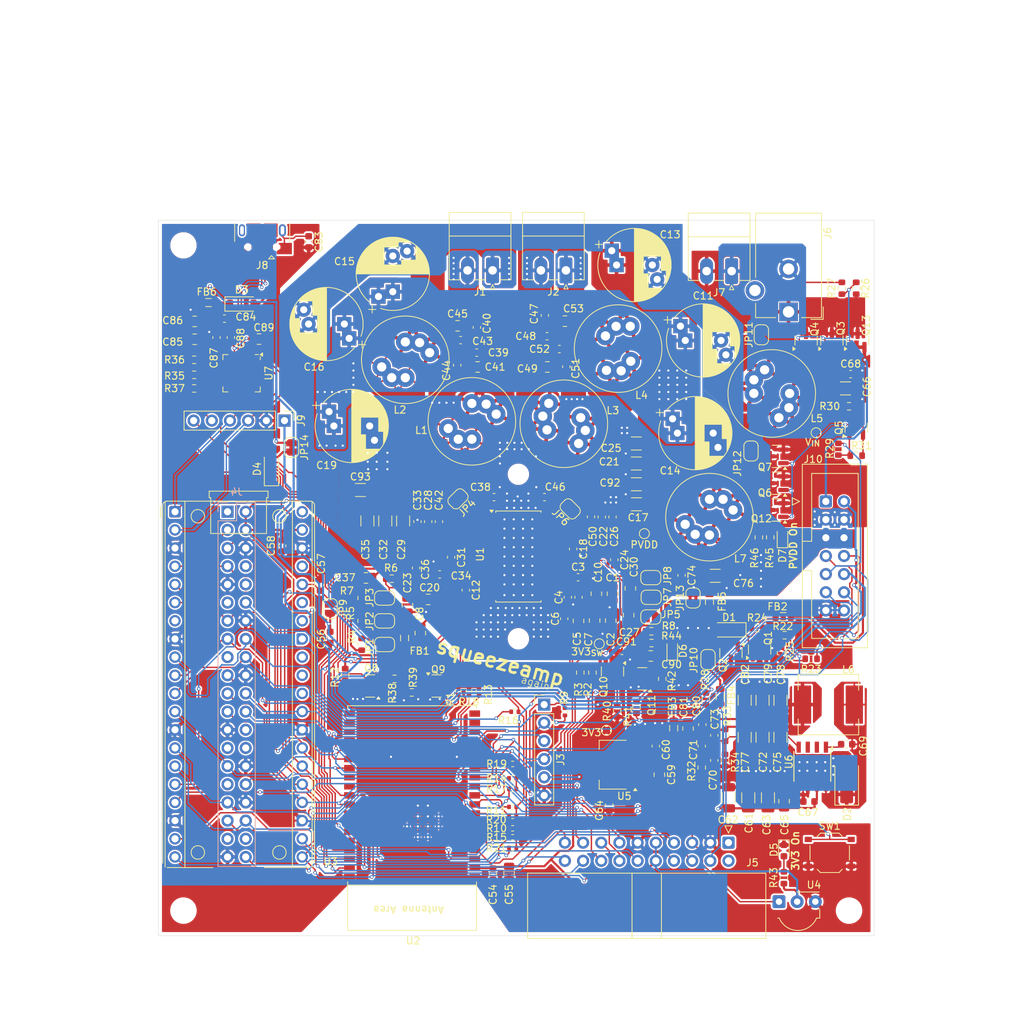
<source format=kicad_pcb>
(kicad_pcb (version 20240108) (generator "pcbnew") (generator_version "8.0")
  (layers (0 "F.Cu" signal) (31 "B.Cu" signal) (34 "B.Paste" user) (35 "F.Paste" user) (36 "B.SilkS" user "B.Silkscreen") (37 "F.SilkS" user "F.Silkscreen") (38 "B.Mask" user) (39 "F.Mask" user) (44 "Edge.Cuts" user))
  (net 0 "")
  (net 1 "Net-(U1-DAC_OUTA)")
  (net 2 "Net-(U1-SPK_INA+)")
  (net 3 "Net-(U1-SPK_INA-)")
  (net 4 "Net-(JP7-A)")
  (net 5 "Net-(U5-VI)")
  (net 6 "PVDD")
  (net 7 "PGND")
  (net 8 "Net-(U1-DVDD_REG)")
  (net 9 "Net-(U1-CN)")
  (net 10 "Net-(U1-CP)")
  (net 11 "/Amp/SpeakerChannelA-/Cboot")
  (net 12 "/Amp/SpeakerChannelA-/Amp_out")
  (net 13 "Net-(U1-AVDD)")
  (net 14 "/esp/TMS")
  (net 15 "/esp/TDO")
  (net 16 "/esp/TCK")
  (net 17 "/esp/TDI")
  (net 18 "+3.3V")
  (net 19 "/Amp/SPK_A-")
  (net 20 "/Amp/SPK_A+")
  (net 21 "/Amp/SPK_B-")
  (net 22 "/Amp/SPK_B+")
  (net 23 "Net-(U6-VIN)")
  (net 24 "Net-(U6-BOOT)")
  (net 25 "Net-(U6-VSENSE)")
  (net 26 "Net-(C71-Pad2)")
  (net 27 "Net-(J8-Shield)")
  (net 28 "Net-(U7-VDD)")
  (net 29 "Net-(D1-K)")
  (net 30 "Net-(D3-A)")
  (net 32 "GND")
  (net 33 "/Amp/SCLK")
  (net 34 "/Amp/~{SPK_FAULT}")
  (net 35 "/Amp/GPIO0")
  (net 36 "/Amp/LRCLK{slash}FS")
  (net 37 "/Amp/GPIO2")
  (net 38 "/Amp/GPIO1")
  (net 39 "/Amp/SDIN")
  (net 40 "/Pi/GPIO23")
  (net 45 "+5V")
  (net 47 "Net-(J4-3V3-Pad1)")
  (net 50 "Net-(J4-GPIO21{slash}SCLK1)")
  (net 51 "Net-(J4-GPIO19{slash}MISO1)")
  (net 52 "/Pi/GPIO22")
  (net 54 "Net-(JP5-B)")
  (net 55 "Net-(J4-GPIO18{slash}PWM0)")
  (net 57 "Net-(D3-K)")
  (net 58 "/Amp/SpeakerChannelA+/Cboot")
  (net 59 "/Amp/SpeakerChannelA+/Amp_out")
  (net 60 "/Amp/SpeakerChannelB-/Cboot")
  (net 61 "/Amp/SpeakerChannelB-/Amp_out")
  (net 62 "/Amp/SpeakerChannelB+/Cboot")
  (net 63 "/Amp/SpeakerChannelB+/Amp_out")
  (net 64 "/Amp/GVDD_REG")
  (net 65 "Net-(JP10-B)")
  (net 66 "Net-(Q1-B)")
  (net 67 "/FPConnector/SCK")
  (net 68 "/FPConnector/MOSI")
  (net 69 "/FPConnector/CS")
  (net 71 "Net-(Q5-B)")
  (net 74 "Net-(JP1-A)")
  (net 75 "Net-(JP1-B)")
  (net 76 "Net-(JP2-A)")
  (net 77 "/USB-Uart/TX")
  (net 78 "/USB-Uart/RX")
  (net 79 "Net-(JP3-A)")
  (net 80 "Net-(Q12-G)")
  (net 81 "Net-(Q8-E)")
  (net 82 "Net-(Q8-B)")
  (net 83 "Net-(Q9-E)")
  (net 84 "Net-(Q9-B)")
  (net 85 "Net-(U2-32K_XP{slash}GPIO32{slash}ADC1_CH4)")
  (net 86 "Net-(U2-32K_XN{slash}GPIO33{slash}ADC1_CH5)")
  (net 87 "Net-(U2-GPIO0{slash}BOOT{slash}ADC2_CH1)")
  (net 88 "Net-(U2-DAC_1{slash}ADC2_CH8{slash}GPIO25)")
  (net 89 "Net-(U3-GPIO12)")
  (net 90 "Net-(U3-GPIO13)")
  (net 91 "Net-(U3-GPIO14)")
  (net 92 "Net-(U3-GPIO15)")
  (net 93 "V_{IN}")
  (net 94 "/FPConnector/MISO")
  (net 95 "/Power/GND_{supply}")
  (net 96 "V_{USB}")
  (net 97 "Net-(U7-VBUS)")
  (net 98 "/Power/PH")
  (net 99 "Net-(JP5-A)")
  (net 101 "/USB-Uart/EN{slash}~{RESET}")
  (net 102 "/USB-Uart/BOOT")
  (net 104 "/USB-Uart/D+")
  (net 105 "/USB-Uart/D-")
  (net 106 "/FPConnector/IO3")
  (net 107 "/FPConnector/D{slash}C")
  (net 108 "/FPConnector/RESET")
  (net 109 "/FPConnector/IO1")
  (net 110 "/FPConnector/IO4")
  (net 113 "/FPConnector/IO2")
  (net 114 "/Power/V_{supply,plug}")
  (net 120 "/Power/V_{IN,SW}")
  (net 127 "/SCL")
  (net 128 "/SDA")
  (net 137 "Net-(JP8-A)")
  (net 138 "Net-(JP9-A)")
  (net 139 "Net-(JP10-A)")
  (net 140 "/Amp/MCLK")
  (net 141 "/FPConnector/~{WAKE}")
  (net 143 "/Power/GND_{IN}")
  (net 150 "+3.3V_{SW}")
  (net 151 "Net-(Q10-G)")
  (net 152 "Net-(Q11-B)")
  (net 153 "Net-(Q13-G)")
  (net 154 "V_{supply}")
  (net 155 "Net-(D4-A)")
  (net 156 "Net-(D5-A)")
  (net 157 "Net-(D6-A)")
  (net 158 "Net-(D7-A)")
  (footprint "Button_Switch_SMD:SW_Push_1P1T_XKB_TS-1187A" (layer "F.Cu") (at 151.8 133.925)
    (property "Reference" "SW1")
    (property "Value" "SW_MEC_5E")
  )
  (footprint "Capacitor_SMD:C_0603_1608Metric" (layer "F.Cu") (at 135.6695 117.5 -90)
    (property "Reference" "C73")
    (property "Value" "1n")
  )
  (footprint "TestPoint:TestPoint_Pad_D1.0mm" (layer "F.Cu") (at 119.6 104.7)
    (property "Reference" "TP2" (hide yes))
    (property "Value" "3V3_{SW}")
  )
  (footprint "Capacitor_SMD:C_0603_1608Metric" (layer "F.Cu") (at 116.65 95.4)
    (property "Reference" "C3")
    (property "Value" "100n")
  )
  (footprint "Resistor_SMD:R_0402_1005Metric" (layer "F.Cu") (at 107.5 127.5 180)
    (property "Reference" "R11")
    (property "Value" "33")
  )
  (footprint "Connector_Phoenix_MC:PhoenixContact_MC_1,5_2-G-3.5_1x02_P3.50mm_Horizontal" (layer "F.Cu") (at 114.945 52.5 180)
    (property "Reference" "J2")
    (property "Value" "Conn_01x02_Pin")
  )
  (footprint "Connector_Phoenix_MC:PhoenixContact_MC_1,5_2-G-3.5_1x02_P3.50mm_Horizontal" (layer "F.Cu") (at 138.1 52.6 180)
    (property "Reference" "J7")
    (property "Value" "Conn_01x02_Pin")
  )
  (footprint "Capacitor_SMD:C_0603_1608Metric" (layer "F.Cu") (at 100.95 97.2 -90)
    (property "Reference" "C12")
    (property "Value" "100n")
  )
  (footprint "Inductor:L_Vishay_IHLP-3232" (layer "F.Cu") (at 151.6195 113.2 180)
    (property "Reference" "L6")
    (property "Value" "33uH 120mOhm")
  )
  (footprint "Capacitor_SMD:C_0603_1608Metric" (layer "F.Cu") (at 104.9 84.2 180)
    (property "Reference" "C38")
    (property "Value" "220n")
  )
  (footprint "Resistor_SMD:R_0402_1005Metric" (layer "F.Cu") (at 99.9 111.3 90)
    (property "Reference" "R1")
    (property "Value" "33")
  )
  (footprint "Capacitor_SMD:C_0805_2012Metric" (layer "F.Cu") (at 102.6 66 180)
    (property "Reference" "C41")
    (property "Value" "470n/50V")
  )
  (footprint "Capacitor_SMD:C_0805_2012Metric" (layer "F.Cu") (at 94.6 103.2 90)
    (property "Reference" "C8")
    (property "Value" "2.2u/25V")
  )
  (footprint "Capacitor_SMD:C_0603_1608Metric" (layer "F.Cu") (at 135.6695 121 -90)
    (property "Reference" "C70")
    (property "Value" "150p")
  )
  (footprint "Capacitor_SMD:C_0805_2012Metric" (layer "F.Cu") (at 123.95 96.95 -90)
    (property "Reference" "C30")
    (property "Value" "2.2u/25V")
  )
  (footprint "Connector_PinHeader_2.54mm:PinHeader_1x06_P2.54mm_Vertical" (layer "F.Cu") (at 111.9 113.2)
    (property "Reference" "J3")
    (property "Value" "Conn_01x06_Pin")
  )
  (footprint "Resistor_SMD:R_0603_1608Metric" (layer "F.Cu") (at 145 106 -90)
    (property "Reference" "R25")
    (property "Value" "10k")
  )
  (footprint "Package_TO_SOT_SMD:SOT-223-3_TabPin2" (layer "F.Cu") (at 121.5 121.6 180)
    (property "Reference" "U5")
    (property "Value" "AMS1117-3.3")
  )
  (footprint "Resistor_SMD:R_0402_1005Metric" (layer "F.Cu") (at 107.5 131.75 180)
    (property "Reference" "R15")
    (property "Value" "33")
  )
  (footprint "Capacitor_SMD:C_0603_1608Metric" (layer "F.Cu") (at 112.3 61.7)
    (property "Reference" "C48")
    (property "Value" "100n")
  )
  (footprint "Inductor:L_Radial_D12.0mm_P5+6+7.00mm_Fastron_11P" (layer "F.Cu") (at 135 84.5 -90)
    (property "Reference" "L7")
    (property "Value" "4.7uH/4.0A")
  )
  (footprint "Capacitor_SMD:C_0603_1608Metric" (layer "F.Cu") (at 154.725 67)
    (property "Reference" "C68")
    (property "Value" "100n")
  )
  (footprint "OptoDevice:Vishay_MOLD-3Pin" (layer "F.Cu") (at 144.71 140.75)
    (property "Reference" "U4")
    (property "Value" "TSOP21xx")
  )
  (footprint "TestPoint:TestPoint_Pad_D1.0mm" (layer "F.Cu") (at 125.9 89.3)
    (property "Reference" "TP3" (hide yes))
    (property "Value" "PVDD")
  )
  (footprint "Capacitor_SMD:C_0603_1608Metric" (layer "F.Cu") (at 102.475 64 180)
    (property "Reference" "C39")
    (property "Value" "100n")
  )
  (footprint "Jumper:SolderJumper-2_P1.3mm_Open_RoundedPad1.0x1.5mm" (layer "F.Cu") (at 89.6 104.8)
    (property "Reference" "JP1")
    (property "Value" "SolderJumper_2_Open")
  )
  (footprint "Capacitor_SMD:C_0805_2012Metric" (layer "F.Cu") (at 121.2 101.45 -90)
    (property "Reference" "C2")
    (property "Value" "2.2u/25V")
  )
  (footprint "Capacitor_SMD:C_0805_2012Metric" (layer "F.Cu") (at 121.45 97.7 -90)
    (property "Reference" "C1")
    (property "Value" "2.2u/25V")
  )
  (footprint "Capacitor_SMD:C_0805_2012Metric" (layer "F.Cu") (at 95.7 98.5 180)
    (property "Reference" "C20")
    (property "Value" "2.2u/25V")
  )
  (footprint "Diode_SMD:D_SMA" (layer "F.Cu") (at 154.1695 123.75 90)
    (property "Reference" "D2")
    (property "Value" "SS34 550mV 2A")
  )
  (footprint "Capacitor_SMD:C_1206_3216Metric" (layer "F.Cu") (at 154 69)
    (property "Reference" "C66")
    (property "Value" "10u/50V")
  )
  (footprint "Capacitor_SMD:C_0603_1608Metric" (layer "F.Cu") (at 75.3 91 -90)
    (property "Reference" "C58")
    (property "Value" "100n")
  )
  (footprint "Capacitor_SMD:C_1206_3216Metric" (layer "F.Cu") (at 144.9195 117.775 90)
    (property "Reference" "C75")
    (property "Value" "47uF / 10V")
  )
  (footprint "Capacitor_SMD:C_0603_1608Metric" (layer "F.Cu") (at 115 65.975 -90)
    (property "Reference" "C51")
    (property "Value" "100n")
  )
  (footprint "Capacitor_SMD:C_1206_3216Metric" (layer "F.Cu") (at 135.8 95.2)
    (property "Reference" "C76")
    (property "Value" "10u/50V")
  )
  (footprint "Capacitor_SMD:C_0603_1608Metric" (layer "F.Cu") (at 100.225 62.25)
    (property "Reference" "C43")
    (property "Value" "100n")
  )
  (footprint "Capacitor_SMD:C_0603_1608Metric" (layer "F.Cu") (at 104.75 136.9 -90)
    (property "Reference" "C54")
    (property "Value" "100n")
  )
  (footprint "MountingHole:MountingHole_3.2mm_M3" (layer "F.Cu") (at 61.5 49)
    (property "Reference" "H1" (hide yes))
    (property "Value" "MountingHole")
  )
  (footprint "Capacitor_SMD:C_0603_1608Metric" (layer "F.Cu") (at 94 94.1 -90)
    (property "Reference" "C36")
    (property "Value" "100n")
  )
  (footprint "Capacitor_SMD:C_1206_3216Metric" (layer "F.Cu") (at 144.9195 112.6 90)
    (property "Reference" "C78")
    (property "Value" "47uF / 10V")
  )
  (footprint "Jumper:SolderJumper-2_P1.3mm_Open_RoundedPad1.0x1.5mm" (layer "F.Cu") (at 126.8 100.95)
    (property "Reference" "JP5")
    (property "Value" "Mono")
  )
  (footprint "Package_TO_SOT_SMD:SOT-23" (layer "F.Cu") (at 148.5 62.3 90)
    (property "Reference" "Q4")
    (property "Value" "AO3401A")
  )
  (footprint "Inductor:L_Radial_D12.0mm_P5+6+7.00mm_Fastron_11P" (layer "F.Cu") (at 92.5 67.5 90)
    (property "Reference" "L2")
    (property "Value" "4.7uH/6.0A")
  )
  (footprint "Resistor_SMD:R_0603_1608Metric" (layer "F.Cu") (at 141.9 89.825 -90)
    (property "Reference" "R46")
    (property "Value" "10k")
  )
  (footprint "Capacitor_SMD:C_0603_1608Metric" (layer "F.Cu") (at 67.225 59.25)
    (property "Reference" "C84")
    (property "Value" "100n")
  )
  (footprint "Inductor:L_Radial_D12.0mm_P5+6+7.00mm_Fastron_11P" (layer "F.Cu") (at 124 65.2 135)
    (property "Reference" "L4")
    (property "Value" "4.7uH/6.0A")
  )
  (footprint "Jumper:SolderJumper-2_P1.3mm_Open_RoundedPad1.0x1.5mm" (layer "F.Cu") (at 89.6 101.5)
    (property "Reference" "JP2")
    (property "Value" "SolderJumper_2_Open")
  )
  (footprint "Diode_SMD:D_SOD-123" (layer "F.Cu") (at 69.65 57.2)
    (property "Reference" "D3")
    (property "Value" "B5819W")
  )
  (footprint "Capacitor_SMD:C_0805_2012Metric" (layer "F.Cu") (at 145.4195 126.7 90)
    (property "Reference" "C65")
    (property "Value" "2.2u/25V")
  )
  (footprint "Capacitor_SMD:C_0805_2012Metric" (layer "F.Cu") (at 63.07 59.63 180)
    (property "Reference" "C86")
    (property "Value" "2.2u/25V")
  )
  (footprint "Package_TO_SOT_SMD:SOT-23" (layer "F.Cu") (at 155.7 62.3 90)
    (property "Reference" "Q13")
    (property "Value" "AO3401A")
  )
  (footprint "Capacitor_SMD:C_0603_1608Metric" (layer "F.Cu") (at 121 127.2 -90)
    (property "Reference" "C64")
    (property "Value" "100n")
  )
  (footprint "Package_TO_SOT_SMD:SOT-23" (layer "F.Cu") (at 87.581864 110.6 180)
    (property "Reference" "Q8")
    (property "Value" "Q_NPN_BEC")
  )
  (footprint "Package_TO_SOT_SMD:SOT-23" (layer "F.Cu") (at 142 105.5 90)
    (property "Reference" "Q1")
    (property "Value" "Q_NPN_BEC")
  )
  (footprint "TestPoint:TestPoint_Pad_D1.0mm" (layer "F.Cu") (at 120.6 116.8)
    (property "Reference" "TP1" (hide yes))
    (property "Value" "3V3")
  )
  (footprint "Jumper:SolderJumper-2_P1.3mm_Open_RoundedPad1.0x1.5mm" (layer "F.Cu") (at 99.859619 84.440381 -135)
    (property "Reference" "JP4")
    (property "Value" "Mono")
  )
  (footprint "Jumper:SolderJumper-2_P1.3mm_Open_RoundedPad1.0x1.5mm" (layer "F.Cu") (at 140.8 77.75 -90)
    (property "Reference" "JP12")
    (property "Value" "P On")
  )
  (footprint "Capacitor_THT:CP_Radial_D10.0mm_P5.00mm_P7.50mm" (layer "F.Cu") (at 90.75 55.482677 90)
    (property "Reference" "C15")
    (property "Value" "470u")
  )
  (footprint "Capacitor_SMD:C_0805_2012Metric" (layer "F.Cu") (at 126.8 106.4)
    (property "Reference" "C90")
    (property "Value" "2.2u/25V")
  )
  (footprint "MountingHole:MountingHole_3.2mm_M3" (layer "F.Cu") (at 154.5 49)
    (property "Reference" "H3" (hide yes))
    (property "Value" "MountingHole")
  )
  (footprint "Resistor_SMD:R_0603_1608Metric" (layer "F.Cu") (at 137.1695 121 -90)
    (property "Reference" "R34")
    (property "Value" "4.7k")
  )
  (footprint "Connector_Phoenix_MC:PhoenixContact_MC_1,5_2-G-3.5_1x02_P3.50mm_Horizontal" (layer "F.Cu") (at 104.695 52.5 180)
    (property "Reference" "J1")
    (property "Value" "Conn_01x02_Pin")
  )
  (footprint "Resistor_SMD:R_0603_1608Metric" (layer "F.Cu") (at 145.4 137.4 90)
    (property "Reference" "R43")
    (property "Value" "330")
  )
  (footprint "Jumper:SolderJumper-2_P1.3mm_Open_RoundedPad1.0x1.5mm" (layer "F.Cu") (at 142.25 61.5 -90)
    (property "Reference" "JP11")
    (property "Value" "RPP")
  )
  (footprint "Capacitor_SMD:C_1206_3216Metric" (layer "F.Cu") (at 124.775 79.5 180)
    (property "Reference" "C21")
    (property "Value" "10u/50V")
  )
  (footprint "Resistor_SMD:R_0603_1608Metric" (layer "F.Cu") (at 84.1 109 -90)
    (property "Reference" "R12")
    (property "Value" "10k")
  )
  (footprint "Resistor_SMD:R_0603_1608Metric" (layer "F.Cu") (at 126.9 104.6 180)
    (property "Reference" "R44")
    (property "Value" "330")
  )
  (footprint "Capacitor_SMD:C_0603_1608Metric" (layer "F.Cu") (at 122.775 105.7)
    (property "Reference" "C91")
    (property "Value" "100n")
  )
  (footprint "Resistor_SMD:R_0603_1608Metric" (layer "F.Cu") (at 134.5 112.4 90)
    (property "Reference" "R28")
    (property "Value" "10k")
  )
  (footprint "MountingHole:MountingHole_2.5mm" (layer "F.Cu") (at 108.3 104)
    (property "Reference" "H6" (hide yes))
    (property "Value" "MountingHole")
  )
  (footprint "Capacitor_SMD:C_1206_3216Metric" (layer "F.Cu") (at 86.225 83.2)
    (property "Reference" "C93")
    (property "Value" "10u/50V")
  )
  (footprint "Resistor_SMD:R_0603_1608Metric" (layer "F.Cu") (at 86.4 104.775 -90)
    (property "Reference" "R4")
    (property "Value" "22k")
  )
  (footprint "Capacitor_SMD:C_0603_1608Metric" (layer "F.Cu") (at 98.9 92.6 -90)
    (property "Reference" "C31")
    (property "Value" "100n")
  )
  (footprint "Resistor_SMD:R_0603_1608Metric" (layer "F.Cu") (at 155.5 55 90)
    (property "Reference" "R26")
    (property "Value" "150k")
  )
  (footprint "Package_TO_SOT_SMD:SOT-23" (layer "F.Cu") (at 144.4 78.5 180)
    (property "Reference" "Q7")
    (property "Value" "AO3401A")
  )
  (footprint "Capacitor_SMD:C_0805_2012Metric" (layer "F.Cu") (at 107 136.75 -90)
    (property "Reference" "C55")
    (property "Value" "2.2u/25V")
  )
  (footprint "Connector_IDC:IDC-Header_2x07_P2.54mm_Vertical" (layer "F.Cu") (at 151.26 84.8)
    (property "Reference" "J10")
    (property "Value" "Conn_02x07_Odd_Even")
  )
  (footprint "Package_TO_SOT_SMD:SOT-23" (layer "F.Cu") (at 155.5 74.5 90)
    (property "Reference" "Q5")
    (property "Value" "Q_NPN_BEC")
  )
  (footprint "Resistor_SMD:R_0603_1608Metric" (layer "F.Cu") (at 149.2 106.8 180)
    (property "Reference" "R23")
    (property "Value" "10k")
  )
  (footprint "Capacitor_SMD:C_0603_1608Metric" (layer "F.Cu") (at 94.2 87.625 90)
    (property "Reference" "C33")
    (property "Value" "100n")
  )
  (footprint "Package_DFN_QFN:QFN-28-1EP_5x5mm_P0.5mm_EP3.35x3.35mm" (layer "F.Cu") (at 69.62 66.88 -90)
    (property "Reference" "U7")
    (property "Value" "CP2102N-Axx-xQFN28")
  )
  (footprint "Inductor:L_Radial_D12.0mm_P5+6+7.00mm_Fastron_11P" (layer "F.Cu") (at 117 73.085984 -160)
    (property "Reference" "L3")
    (property "Value" "4.7uH/6.0A")
  )
  (footprint "Resistor_SMD:R_0402_1005Metric" (layer "F.Cu") (at 114.8 114.2 90)
    (property "Reference" "R9")
    (property "Value" "33")
  )
  (footprint "Inductor_SMD:L_0805_2012Metric" (layer "F.Cu") (at 135 98.8 90)
    (property "Reference" "FB5")
    (property "Value" "600Ω@100MHz 500mA")
  )
  (footprint "Capacitor_SMD:C_1206_3216Metric" (layer "F.Cu") (at 142.4195 117.775 -90)
    (property "Reference" "C72")
    (property "Value" "47uF / 10V")
  )
  (footprint "Capacitor_SMD:C_0603_1608Metric" (layer "F.Cu") (at 134 116 -90)
    (property "Reference" "C80")
    (property "Value" "100n")
  )
  (footprint "LED_SMD:LED_0603_1608Metric" (layer "F.Cu") (at 145.4 133.6125 -90)
    (property "Reference" "D5")
    (property "Value" "LED")
  )
  (footprint "Capacitor_SMD:C_0603_1608Metric" (layer "F.Cu") (at 95.7 87.625 90)
    (property "Reference" "C28")
    (property "Value" "100n")
  )
  (footprint "esp32:ESP32-WROVER-E_ThermalVias" (layer "F.Cu") (at 93.45 129.065 180)
    (property "Reference" "U2")
    (property "Value" "ESP32-WROVER-E")
  )
  (footprint "Resistor_SMD:R_0603_1608Metric" (layer "F.Cu") (at 63 67.1)
    (property "Reference" "R35")
    (property "Value" "10k")
  )
  (footprint "Jumper:SolderJumper-2_P1.3mm_Bridged2Bar_RoundedPad1.0x1.5mm" (layer "F.Cu") (at 132.7 98.3 90)
    (property "Reference" "JP13")
    (property "Value" "SolderJumper_2_Bridged")
  )
  (footprint "Capacitor_THT:CP_Radial_D10.0mm_P5.00mm_P7.50mm" (layer "F.Cu") (at 83.982677 60 180)
    (property "Reference" "C16")
    (property "Value" "470u")
  )
  (footprint "Capacitor_SMD:C_1206_3216Metric" (layer "F.Cu") (at 124.775 76.7 180)
    (property "Reference" "C25")
    (property "Value" "10u/50V")
  )
  (footprint "Connector_USB:USB_Micro-B_XKB_U254-051T-4BH83-F1S" (layer "F.Cu") (at 72.505 47.29 180)
    (property "Reference" "J8")
    (property "Value" "USB_B_Micro")
  )
  (footprint "Capacitor_SMD:C_0603_1608Metric" (layer "F.Cu") (at 118.45 86.95 90)
    (property "Reference" "C50")
    (property "Value" "220n")
  )
  (footprint "Jumper:SolderJumper-2_P1.3mm_Bridged_RoundedPad1.0x1.5mm" (layer "F.Cu") (at 76.6 77.25 -90)
    (property "Reference" "JP14")
    (property "Value" "SolderJumper_2_Bridged")
  )
  (footprint "Capacitor_SMD:C_0603_1608Metric" (layer "F.Cu") (at 111.95 84.2)
    (property "Reference" "C46")
    (property "Value" "220n")
  )
  (footprint "Capacitor_SMD:C_0603_1608Metric" (layer "F.Cu") (at 102.5 60.475 -90)
    (property "Reference" "C40")
    (property "Value" "100n")
  )
  (footprint "Resistor_SMD:R_0402_1005Metric" (layer "F.Cu") (at 101.4 111.3 -90)
    (property "Reference" "R18")
    (property "Value" "33")
  )
  (footprint "Capacitor_SMD:C_0805_2012Metric" (layer "F.Cu") (at 132 116.55 -90)
    (property "Reference" "C81")
    (property "Value" "2.2u/25V")
  )
  (footprint "Resistor_SMD:R_0603_1608Metric" (layer "F.Cu") (at 86.4 101.5 -90)
    (property "Reference" "R5")
    (property "Value" "39k")
  )
  (footprint "Capacitor_SMD:C_0603_1608Metric" (layer "F.Cu") (at 121.7 92.95 -90)
    (property "Reference" "C24")
    (property "Value" "100n")
  )
  (footprint "Package_TO_SOT_SMD:SOT-23" (layer "F.Cu") (at 138 106 -90)
    (property "Reference" "Q2")
    (property "Value" "AO3401A")
  )
  (footprint "Package_SO:TI_SO-PowerPAD-8_ThermalVias" (layer "F.Cu") (at 149.3695 121.85 -90)
    (property "Reference" "U6")
    (property "Value" "TPS5430DDA")
  )
  (footprint "Resistor_SMD:R_0603_1608Metric" (layer "F.Cu") (at 90.6 95.6 180)
    (property "Reference" "R6")
    (property "Value" "15k")
  )
  (footprint "MountingHole:MountingHole_3.2mm_M3" (layer "F.Cu") (at 154.5 142)
    (property "Reference" "H4" (hide yes))
    (property "Value" "MountingHole")
  )
  (footprint "Resistor_SMD:R_0603_1608Metric" (layer "F.Cu") (at 126.875 102.95)
    (property "Reference" "R8")
    (property "Value" "49.9k")
  )
  (footprint "TSSOP48EP:TSSOP-48_6.1x12.5mm_P0.5mm_EP" (layer "F.Cu") (at 108.3 92.5)
    (property "Reference" "U1")
    (property "Value" "TAS5756M")
  )
  (footprint "Resistor_SMD:R_0402_1005Metric" (layer "F.Cu") (at 107.5 128.75 180)
    (property "Reference" "R20")
    (property "Value" "33")
  )
  (footprint "Resistor_SMD:R_0402_1005Metric" (layer "F.Cu") (at 107.8 114.2 180)
    (property "Reference" "R16")
    (property "Value" "33")
  )
  (footprint "Resistor_SMD:R_0603_1608Metric" (layer "F.Cu") (at 137.1695 117.5 -90)
    (property "Reference" "R33")
    (property "Value" "15k")
  )
  (footprint "Resistor_SMD:R_0603_1608Metric" (layer "F.Cu") (at 133.9195 122 -90)
    (property "Reference" "R32")
    (property "Value" "560R")
  )
  (footprint "Package_TO_SOT_SMD:SOT-23" (layer "F.Cu") (at 144.3875 86 180)
    (property "Reference" "Q12")
    (property "Value" "AO3401A")
  )
  (footprint "LED_SMD:LED_0603_1608Metric" (layer "F.Cu") (at 129.8 105.5 90)
    (property "Reference" "D6")
    (property "Value" "LED")
  )
  (footprint "Capacitor_SMD:C_0805_2012Metric" (layer "F.Cu") (at 112.35 66)
    (property "Reference" "C49")
    (property "Value" "470n/50V")
  )
  (footprint "Capacitor_SMD:C_1206_3216Metric" (layer "F.Cu") (at 139.9195 112.6 90)
    (property "Reference" "C82")
    (property "Value" "47uF / 10V")
  )
  (footprint "Capacitor_SMD:C_0805_2012Metric" (layer "F.Cu") (at 99.8 60.25)
    (property "Reference" "C45")
    (property "Value" "470n/50V")
  )
  (footprint "Capacitor_SMD:C_0805_2012Metric" (layer "F.Cu") (at 123.7 100.7 90)
    (property "Reference" "C27")
    (property "Value" "2.2u/25V")
  )
  (footprint "Capacitor_SMD:C_0805_2012Metric" (layer "F.Cu") (at 72.05 62.1)
    (property "Reference" "C89")
    (property "Value" "2.2u/25V")
  )
  (footprint "Resistor_SMD:R_0402_1005Metric" (layer "F.Cu") (at 107.5 123.5)
    (property "Reference" "R14")
    (property "Value" "33")
  )
  (footprint "Capacitor_SMD:C_0805_2012Metric" (layer "F.Cu") (at 119.2 97.7 90)
    (property "Reference" "C10")
    (property "Value" "2.2u/25V")
  )
  (footprint "Capacitor_SMD:C_0603_1608Metric" (layer "F.Cu") (at 127.5 119 -90)
    (property "Reference" "C60")
    (property "Value" "100n")
  )
  (footprint "Inductor_SMD:L_0805_2012Metric" (layer "F.Cu") (at 92.4 103.9 90)
    (property "Reference" "FB1")
    (property "Value" "600Ω@100MHz 500mA")
  )
  (footprint "Capacitor_SMD:C_0603_1608Metric" (layer "F.Cu") (at 82 103.8 -90)
    (property "Reference" "C56")
    (property "Value" "100n")
  )
  (footprint "MountingHole:MountingHole_2.5mm" (layer "F.Cu") (at 108.3 81)
    (property "Reference" "H5" (hide yes))
    (property "Value" "MountingHole")
  )
  (footprint "Jumper:SolderJumper-2_P1.3mm_Bridged_RoundedPad1.0x1.5mm" (layer "F.Cu") (at 89.6 98.3)
    (property "Reference" "JP3")
    (property "Value" "SolderJumper_2_Bridged")
  )
  (footprint "Resistor_SMD:R_0603_1608Metric" (layer "F.Cu") (at 141.675 102.5)
    (property "Reference" "R24")
    (property "Value" "150k")
  )
  (footprint "Capacitor_SMD:C_0603_1608Metric" (layer "F.Cu") (at 119.95 86.975 90)
    (property "Reference" "C22")
    (property "Value" "100n")
  )
  (footprint "Capacitor_SMD:C_0603_1608Metric" (layer "F.Cu") (at 115.2 98.2 -90)
    (property "Reference" "C4")
    (property "Value" "100n")
  )
  (footprint "Connector_IDC:IDC-Header_2x10_P2.54mm_Horizontal" (layer "F.Cu") (at 137.66 132.5 -90)
    (property "Reference" "J5")
    (property "Value" "Conn_02x10_Odd_Even")
  )
  (footprint "Capacitor_SMD:C_0603_1608Metric" (layer "F.Cu") (at 79 48.5 -90)
    (property "Reference" "C83")
    (property "Value" "100n")
  )
  (footprint "Capacitor_SMD:C_0603_1608Metric" (layer "F.Cu") (at 66.12 61.88 90)
    (property "Reference" "C87")
    (property "Value" "100n")
  )
  (footprint "Capacitor_SMD:C_0603_1608Metric" (layer "F.Cu") (at 114.025 63.5 180)
    (property "Reference" "C52")
    (property "Value" "100n")
  )
  (footprint "Diode_SMD:D_SOD-123" (layer "F.Cu") (at 137.75 102.75 180)
    (property "Reference" "D1")
    (property "Value" "B5819W")
  )
  (footprint "Capacitor_SMD:C_1206_3216Metric" (layer "F.Cu") (at 143.1695 126.225 90)
    (property "Reference" "C63")
    (property "Value" "10u/50V")
  )
  (footprint "Capacitor_SMD:C_1206_3216Metric" (layer "F.Cu") (at 137.6695 126.225 -90)
    (property "Reference" "C62")
    (property "Value" "10u/50V")
  )
  (footprint "Capacitor_SMD:C_0603_1608Metric" (layer "F.Cu") (at 131.1 95.125 -90)
    (property "Reference" "C74")
    (property "Value" "100n")
  )
  (footprint "Capacitor_SMD:C_0603_1608Metric" (layer "F.Cu") (at 114.7 101.2 -90)
    (property "Reference" "C6")
    (property "Value" "100n")
  )
  (footprint "Inductor_SMD:L_0805_2012Metric" (layer "F.Cu") (at 136.5 112.1 -90)
    (property "Reference" "FB4")
    (property "Value" "600Ω@100MHz 500mA")
  )
  (footprint "Resistor_SMD:R_0603_1608Metric" (layer "F.Cu") (at 124.8 113.6 90)
    (property "Reference" "R41")
    (property "Value" "10k")
  )
  (footprint "Capacitor_SMD:C_0805_2012Metric" (layer "F.Cu") (at 87 95.5)
    (property "Reference" "C37")
    (property "Value" "2.2u/25V")
  )
  (footprint "Resistor_SMD:R_0402_1005Metric" (layer "F.Cu") (at 107.5 121.5 180)
    (property "Reference" "R19")
    (property "Value" "33")
  )
  (footprint "Jumper:SolderJumper-2_P1.3mm_Open_RoundedPad1.0x1.5mm" (layer "F.Cu") (at 126.8 95.45)
    (property "Reference" "JP8")
    (property "Value" "Mono")
  )
  (footprint "pipico_reduced:RaspberryPi_Pico_Common_THT_nokeepout" (layer "F.Cu") (at 69.21 110.37)
    (property "Reference" "U3")
    (property "Value" "RaspberryPi_Pico_W")
  )
  (footprint "Capacitor_SMD:C_1206_3216Metric" (layer "F.Cu") (at 140.4195 126.225 90)
    (property "Reference" "C61")
    (property "Value" "10u/50V")
  )
  (footprint "Capacitor_SMD:C_0603_1608Metric" (layer "F.Cu") (at 99.75 65.75 -90)
    (property "Reference" "C44")
    (property "Value" "100n")
  )
  (footprint "Capacitor_SMD:C_0603_1608Metric" (layer "F.Cu") (at 112 58.8 -90)
    (property "Reference" "C47")
    (property "Value" "100n")
  )
  (footprint "Capacitor_SMD:C_0805_2012Metric" (layer "F.Cu") (at 118.95 101.45 -90)
    (property "Reference" "C7")
    (property "Value" "2.2u/25V")
  )
  (footprint "Resistor_SMD:R_0402_1005Metric" (layer "F.Cu") (at 102.8 111.3 90)
    (property "Reference" "R13")
    (property "Value" "33")
  )
  (footprint "Resistor_SMD:R_0402_1005Metric" (layer "F.Cu") (at 107.5 133.25 180)
    (property "Reference" "R21")
    (property "Value" "33")
  )
  (footprint "Jumper:SolderJumper-2_P1.3mm_Open_RoundedPad1.0x1.5mm" (layer "F.Cu") (at 115.540381 85.840381 -45)
    (property "Reference" "JP6")
    (property "Value" "Mono")
  )
  (footprint "Jumper:SolderJumper-2_P1.3mm_Open_RoundedPad1.0x1.5mm" (layer "F.Cu") (at 134.8 106.9 -90)
    (property "Reference" "JP10")
    (property "Value" "LV On")
  )
  (footprint "Resistor_SMD:R_0603_1608Metric" (layer "F.Cu") (at 116.95 108.725 -90)
    (property "Reference" "R3")
    (property "Value" "10k")
  )
  (footprint "Resistor_SMD:R_0603_1608Metric" (layer "F.Cu") (at 155.5 78.4)
    (property "Reference" "R31")
    (property "Value" "10k")
  )
  (footprint "Resistor_SMD:R_0603_1608Metric" (layer "F.Cu") (at 143.5 89.825 -90)
    (property "Reference" "R45")
    (property "Value" "10k")
  )
  (footprint "Resistor_SMD:R_0603_1608Metric" (layer "F.Cu") (at 153 77.5 -90)
    (property "Reference" "R29")
    (property "Value" "10k")
  )
  (footprint "Package_TO_SOT_SMD:SOT-23" (layer "F.Cu") (at 125.6 109.6 180)
    (property "Reference" "Q11")
    (property "Value" "Q_NPN_BEC")
  )
  (footprint "Inductor_SMD:L_0805_2012Metric" (layer "F.Cu") (at 145.3 100.9 180)
    (property "Reference" "FB2")
    (property "Value" "600Ω@100MHz 500mA")
  )
  (footprint "Capacitor_THT:CP_Radial_D10.0mm_P5.00mm_P7.50mm" (layer "F.Cu") (at 82.517323 74.25)
    (property "Reference" "C19")
    (property "Value" "470u")
  )
  (footprint "Capacitor_THT:CP_Radial_D10.0mm_P5.00mm_P7.50mm" (layer "F.Cu") (at 130.517323 75.25)
    (property "Reference" "C14")
    (property "Value" "470u")
  )
  (footprint "Capacitor_SMD:C_0603_1608Metric" (layer "F.Cu") (at 148.8945 126.75)
    (property "Reference" "C67")
    (property "Value" "100n")
  )
  (footprint "LED_SMD:LED_0603_1608Metric" (layer "F.Cu") (at 145.2 89.7875 90)
    (property "Reference" "D7")
    (property "Value" "LED")
  )
  (footprint "Inductor_SMD:L_0805_2012Metric" (layer "F.Cu") (at 130 116.5 -90)
    (property "Reference" "FB3")
    (property "Value" "600Ω@100MHz 500mA")
  )
  (footprint "Capacitor_SMD:C_0603_1608Metric" (layer "F.Cu") (at 116.7 98.2 -90)
    (property "Reference" "C9" (hide yes))
    (property "Value" "100n")
  )
  (footprint "Resistor_SMD:R_0603_1608Metric" (layer "F.Cu") (at 145.5 103.5 180)
    (property "Reference" "R22")
    (property "Value" "10k")
  )
  (footprint "Inductor_SMD:L_0805_2012Metric" (layer "F.Cu") (at 65 57 180)
    (property "Reference" "FB6")
    (property "Value" "600Ω@100MHz 500mA")
  )
  (footprint "Capacitor_SMD:C_1206_3216Metric" (layer "F.Cu") (at 87.2 87.525 90)
    (property "Reference" "C35")
    (property "Value" "10u/50V")
  )
  (footprint "Inductor:L_Radial_D12.0mm_P5+6+7.00mm_Fastron_11P" (layer "F.Cu") (at 141.2 69.7)
    (property "Reference" "L5")
    (property "Value" "4.7uH/4.0A")
  )
  (footprint "Resistor_SMD:R_0603_1608Metric" (layer "F.Cu") (at 153.5 55 90)
    (property "Reference" "R27")
    (property "Value" "10k")
  )
  (footprint "Capacitor_SMD:C_0805_2012Metric" (layer "F.Cu") (at 116.7 101.5 -90)
    (property "Reference" "C5")
    (property "Value" "2.2u/25V")
  )
  (footprint "Capacitor_SMD:C_1206_3216Metric" (layer "F.Cu") (at 124.775 82.4 180)
    (property "Reference" "C92")
    (property "Value" "10u/50V")
  )
  (footprint "Capacitor_SMD:C_0805_2012Metric" (layer "F.Cu") (at 128 123 -90)
    (property "Reference" "C59")
    (property "Value" "2.2u/25V")
  )
  (footprint "Resistor_SMD:R_0603_1608Metric" (layer "F.Cu") (at 154.5 71.5)
    (property "Reference" "R30")
    (property "Value" "150k")
  )
  (footprint "Resistor_SMD:R_0603_1608Metric" (layer "F.Cu") (at 86.4 98.3 90)
    (property "Reference" "R7")
    (property "Value" "75k")
  )
  (footprint "Capacitor_SMD:C_1206_3216Metric" (layer "F.Cu") (at 142.4195 112.6 -90)
    (property "Reference" "C79")
    (property "Value" "47uF / 10V")
  )
  (footprint "Resistor_SMD:R_0603_1608Metric" (layer "F.Cu") (at 122.1 114.1 90)
    (property "Reference" "R40")
    (property "Value" "150k")
  )
  (footprint "Capacitor_SMD:C_1206_3216Metric" (layer "F.Cu") (at 92.2 87.525 90)
    (property "Reference" "C29")
    (property "Value" "10u/50V")
  )
  (footprint "Capacitor_SMD:C_0805_2012Metric" (layer "F.Cu") (at 114.8 59.6 180)
    (property "Reference" "C53")
    (property "Value" "470n/50V")
  )
  (footprint "Connector_PinHeader_2.54mm:PinHeader_1x06_P2.54mm_Vertical" (layer "F.Cu") (at 75.62 73.5 -90)
    (property "Reference" "J9")
    (property "Value" "Conn_01x06_Pin")
  )
  (footprint "Capacitor_SMD:C_0805_2012Metric" (layer "F.Cu") (at 92.8 99.3 -90)
    (property "Reference" "C23")
    (property "Value" "2.2u/25V")
  )
  (footprint "Capacitor_SMD:C_0603_1608Metric" (layer "F.Cu") (at 133.9195 119 -90)
    (property "Reference" "C71")
    (property "Value" "100n")
  )
  (footprint "Resistor_SMD:R_0402_1005Metric" (layer "F.Cu") (at 107.5 130.5 180)
    (property "Reference" "R10")
    (property "Value" "33")
  )
  (footprint "Capacitor_SMD:C_1206_3216Metric" (layer "F.Cu") (at 139.9195 117.775 90)
    (property "Reference" "C77")
    (property "Value" "47uF / 10V")
  )
  (footprint "Capacitor_SMD:C_0603_1608Metric" (layer "F.Cu") (at 154.1695 118.75)
    (property "Reference" "C69")
    (property "Value" "10nF 78mOhm")
  )
  (footprint "Capacitor_SMD:C_0603_1608Metric" (layer "F.Cu") (at 97.2 87.625 90)
    (property "Reference" "C42")
    (property "Value" "220n")
  )
  (footprint "Capacitor_SMD:C_0603_1608Metric" (layer "F.Cu") (at 121.45 86.975 90)
    (property "Reference" "C26")
    (property "Value" "100n")
  )
  (footprint "Resistor_SMD:R_0603_1608Metric" (layer "F.Cu") (at 118.65 108.725 -90)
    (property "Reference" "R2")
    (property "Value" "10k")
  )
  (footprint "Capacitor_SMD:C_1206_3216Metric" (layer "F.Cu") (at 124.8 85.2 180)
    (property "Reference" "C17")
    (property "Value" "10u/50V")
  )
  (footprint "Capacitor_SMD:C_0805_2012Metric" (layer "F.Cu") (at 63.07 62.13 180)
    (property "Reference" "C85")
    (property "Value" "2.2u/25V")
  )
  (footprint "Capacitor_SMD:C_1206_3216Metric" (layer "F.Cu") (at 89.7 87.525 90)
    (property "Reference" "C32")
    (property "Value" "10u/50V")
  )
  (footprint "Resistor_SMD:R_0402_1005Metric" (layer "F.Cu") (at 107.5 125 180)
    (property "Reference" "R17")
    (property "Value" "33")
  )
  (footprint "Resistor_SMD:R_0603_1608Metric" (layer "F.Cu") (at 128.4 109.6 90)
    (property "Reference" "R42")
    (property "Value" "10k")
  )
  (footprint "Resistor_SMD:R_0603_1608Metric" (layer "F.Cu") (at 63 65)
    (property "Reference" "R36")
    (property "Value" "10k")
  )
  (footprint "Resistor_SMD:R_0603_1608Metric" (layer "F.Cu") (at 91 109.6)
    (property "Reference" "R38")
    (property "Value" "10k")
  )
  (footprint "Jumper:SolderJumper-2_P1.3mm_Open_RoundedPad1.0x1.5mm" (layer "F.Cu") (at 82 99.8 -90)
    (property "Reference" "JP9")
    (property "Value" "LV On")
  )
  (footprint "Diode_SMD:D_SOD-123" (layer "F.Cu") (at 73.8 80.25 90)
    (property "Reference" "D4")
    (property "Value" "B5819W")
  )
  (footprint "Resistor_SMD:R_0603_1608Metric" (layer "F.Cu") (at 93.4 111.5 180)
    (property "Reference" "R39")
    (property "Value" "10k")
  )
  (footprint "Inductor:L_Radial_D12.0mm_P5+6+7.00mm_Fastron_11P" (layer "F.Cu") (at 101.8 76.1 90)
    (property "Reference" "L1")
    (property "Value" "4.7uH/6.0A")
  )
  (footprint "Capacitor_SMD:C_0603_1608Metric" (layer "F.Cu") (at 115.95 91.45 -90)
    (property "Reference" "C18")
    (property "Value" "100n")
  )
  (footprint "Package_TO_SOT_SMD:SOT-23" (layer "F.Cu") (at 96.8625 110.6)
    (property "Reference" "Q9")
    (property "Value" "Q_NPN_BEC")
  )
  (footprint "Capacitor_SMD:C_0603_1608Metric" (layer "F.Cu") (at 80.6 96.5 90)
    (property "Reference" "C57")
    (property "Value" "100n")
  )
  (footprint "Resistor_SMD:R_0603_1608Metric" (layer "F.Cu") (at 63 69)
    (property "Reference" "R37")
    (property "Value" "10k")
  )
  (footprint "Capacitor_THT:CP_Radial_D10.0mm_P5.00mm_P7.50mm" (layer "F.Cu") (at 131.617323 62.3)
    (property "Reference" "C11")
    (property "Value" "470u")
  )
  (footprint "Connector_BarrelJack:BarrelJack_CUI_PJ-102AH_Horizontal" (layer "F.Cu") (at 146.05 58.3 180)
    (property "Reference" "J6")
    (property "Value" "Barrel_Jack_Switch")
  )
  (footprint "Capacitor_SMD:C_0603_1608Metric" (layer "F.Cu") (at 68.12 61.88 90)
    (property "Reference" "C88")
    (property "Value" "100n")
  )
  (footprint "Package_TO_SOT_SMD:SOT-23" (layer "F.Cu") (at 121.45 108.5625 -90)
    (property "Reference" "Q10")
    (property "Value" "AO3401A")
  )
  (footprint "Jumper:SolderJumper-2_P1.3mm_Open_RoundedPad1.0x1.5mm" (layer "F.Cu") (at 126.85 98.2)
    (property "Reference" "JP7")
    (property "Value" "Mono")
  )
  (footprint "MountingHole:MountingHole_3.2mm_M3" (layer "F.Cu") (at 61.5 142)
    (property "Reference" "H2" (hide yes))
    (property "Value" "MountingHole")
  )
  (footprint "Capacitor_SMD:C_0603_1608Metric" (layer "F.Cu") (at 97.3 95 180)
    (property "Reference" "C34")
    (property "Value" "100n")
  )
  (footprint "TestPoint:TestPoint_Pad_D1.0mm" (layer "F.Cu") (at 149.9 75.2)
    (property "Reference" "TP4" (hide yes))
    (property "Value" "V_{IN}")
  )
  (footprint "Package_TO_SOT_SMD:SOT-23" (layer "F.Cu") (at 152.1 62.3 90)
    (property "Reference" "Q3")
    (property "Value" "AO3401A")
  )
  (footprint "Package_TO_SOT_SMD:SOT-23" (layer "F.Cu") (at 144.4 82.25 180)
    (property "Reference" "Q6")
    (property "Value" "AO3401A")
  )
  (footprint "Capacitor_THT:CP_Radial_D10.0mm_P5.00mm_P7.50mm" (layer "F.Cu") (at 122.017323 51.75)
    (property "Reference" "C13")
    (property "Value" "470u")
  )
  (footprint "Connector_PinSocket_2.54mm:PinSocket_2x20_P2.54mm_Vertical" (layer "B.Cu") (at 67.66 86.24 180)
    (property "Reference" "J4")
    (property "Value" "Raspberry_Pi_2_3")
  )
  (footprint "NetTie:NetTie-2_SMD_Pad2.0mm" (layer "B.Cu") (at 141.5 75.25 -90)
    (property "Reference" "NT2" (hide yes))
    (property "Value" "NetTie_2" (hide yes))
  )
  (footprint "NetTie:NetTie-2_SMD_Pad2.0mm" (layer "B.Cu") (at 141.75 60.5 -90)
    (property "Reference" "NT1" (hide yes))
    (property "Value" "NetTie_2" (hide yes))
  )
  (gr_rect (start 58 45.5) (end 158 145.5) (stroke (width 0.05)) (fill none) (layer "Edge.Cuts"))
  (gr_text "PVDD On" (at 147.3 94.4 90) (layer "F.SilkS") (effects (font (size 1 1) (thickness 0.2) (bold yes)) (justify left bottom)))
  (gr_text "squeezeamp" (at 96.4 106 345) (layer "F.SilkS") (effects (font (size 2 2) (thickness 0.375) (bold yes)) (justify left bottom)))
  (gr_text "3V3 On" (at 147.6 136.5 90) (layer "F.SilkS") (effects (font (size 1 1) (thickness 0.2) (bold yes)) (justify left bottom)))
  (gr_text "again" (at 108.5 110.2 345) (layer "F.SilkS") (effects (font (size 1 1) (thickness 0.1)) (justify left bottom)))
  (segment (start 96.65 98.5) (end 97.639948 98.5) (width 0.2) (layer "F.Cu") (net 1))
  (segment (start 103.389948 92.75) (end 104.5875 92.75) (width 0.2) (layer "F.Cu") (net 1))
  (segment (start 97.639948 98.5) (end 103.389948 92.75) (width 0.2) (layer "F.Cu") (net 1))
  (segment (start 95 97.4) (end 94.75 97.65) (width 0.2) (layer "F.Cu") (net 2))
  (segment (start 104.5875 92.25) (end 103.394974 92.25) (width 0.2) (layer "F.Cu") (net 2))
  (segment (start 103.394974 92.25) (end 98.244974 97.4) (width 0.2) (layer "F.Cu") (net 2))
  (segment (start 94.75 97.65) (end 94.75 98.5) (width 0.2) (layer "F.Cu") (net 2))
  (segment (start 98.244974 97.4) (end 95 97.4) (width 0.2) (layer "F.Cu") (net 2))
  (segment (start 103.4 91.75) (end 98.1 97.05) (width 0.2) (layer "F.Cu") (net 3))
  (segment (start 104.5875 91.75) (end 103.4 91.75) (width 0.2) (layer "F.Cu") (net 3))
  (segment (start 98.1 97.05) (end 94.1 97.05) (width 0.2) (layer "F.Cu") (net 3))
  (segment (start 94.1 97.05) (end 92.8 98.35) (width 0.2) (layer "F.Cu") (net 3))
  (segment (start 123.7 99.75) (end 124.65 99.75) (width 0.2) (layer "F.Cu") (net 4))
  (segment (start 113.755026 92.25) (end 112.0125 92.25) (width 0.2) (layer "F.Cu") (net 4))
  (segment (start 122.492465 95.594978) (end 121.389952 95.594978) (width 0.2) (layer "F.Cu") (net 4))
  (segment (start 122.95 96.052513) (end 122.492465 95.594978) (width 0.2) (layer "F.Cu") (net 4))
  (segment (start 121.389952 95.594978) (end 119.594974 93.8) (width 0.2) (layer "F.Cu") (net 4))
  (segment (start 124.65 99.75) (end 126.2 98.2) (width 0.2) (layer "F.Cu") (net 4))
  (segment (start 123.7 99.75) (end 122.95 99) (width 0.2) (layer "F.Cu") (net 4))
  (segment (start 119.594974 93.8) (end 115.305026 93.8) (width 0.2) (layer "F.Cu") (net 4))
  (segment (start 115.305026 93.8) (end 113.755026 92.25) (width 0.2) (layer "F.Cu") (net 4))
  (segment (start 122.95 99) (end 122.95 96.052513) (width 0.2) (layer "F.Cu") (net 4))
  (segment (start 128.299969 118.200031) (end 128.499938 118.4) (width 0.3) (layer "F.Cu") (net 5))
  (segment (start 127.5 118.225) (end 127.899938 118.225) (width 0.3) (layer "F.Cu") (net 5))
  (segment (start 124.65 119.3) (end 126.425 119.3) (width 0.3) (layer "F.Cu") (net 5))
  (segment (start 128.9375 117.5625) (end 130 117.5625) (width 0.3) (layer "F.Cu") (net 5))
  (segment (start 128.299969 118.199969) (end 128.299969 118.200031) (width 0.3) (layer "F.Cu") (net 5))
  (segment (start 128.499938 121.550062) (end 128 122.05) (width 0.3) (layer "F.Cu") (net 5))
  (segment (start 128.499938 118) (end 128.5 118) (width 0.3) (layer "F.Cu") (net 5))
  (segment (start 127.5 118.225) (end 128.274938 118.225) (width 0.3) (layer "F.Cu") (net 5))
  (segment (start 128.499938 118.4) (end 128.499938 121.550062) (width 0.3) (layer "F.Cu") (net 5))
  (segment (start 126.425 119.3) (end 127.5 118.225) (width 0.3) (layer "F.Cu") (net 5))
  (segment (start 128.274938 118.225) (end 128.299969 118.199969) (width 0.3) (layer "F.Cu") (net 5))
  (segment (start 128.5 118) (end 128.9375 117.5625) (width 0.3) (layer "F.Cu") (net 5))
  (segment (start 128.299969 118.199969) (end 128.499938 118) (width 0.3) (layer "F.Cu") (net 5))
  (segment (start 126.25 76.9) (end 126.25 79.5) (width 0.3) (layer "F.Cu") (net 6))
  (segment (start 136.15 90.65) (end 135 89.5) (width 0.3) (layer "F.Cu") (net 6))
  (segment (start 126.25 79.5) (end 126.25 81.9) (width 0.3) (layer "F.Cu") (net 6))
  (segment (start 141.9 90.65) (end 136.15 90.65) (width 0.3) (layer "F.Cu") (net 6))
  (segment (start 143.5 90.65) (end 141.9 90.65) (width 0.3) (layer "F.Cu") (net 6))
  (via (at 130.5 69.5) (size 0.5) (drill 0.3) (layers "F.Cu" "B.Cu") (net 6))
  (via (at 84.25 69.5) (size 0.5) (drill 0.3) (layers "F.Cu" "B.Cu") (net 6))
  (via (at 131.75 69.5) (size 0.5) (drill 0.3) (layers "F.Cu" "B.Cu") (net 6))
  (via (at 83.75 77) (size 0.5) (drill 0.3) (layers "F.Cu" "B.Cu") (net 6))
  (via (at 130.5 67.5) (size 0.5) (drill 0.3) (layers "F.Cu" "B.Cu") (net 6))
  (via (at 85.25 65.5) (size 0.5) (drill 0.3) (layers "F.Cu" "B.Cu") (net 6))
  (via (at 130.5 70.5) (size 0.5) (drill 0.3) (layers "F.Cu" "B.Cu") (net 6))
  (via (at 80.5 77) (size 0.5) (drill 0.3) (layers "F.Cu" "B.Cu") (net 6))
  (via (at 128 66.5) (size 0.5) (drill 0.3) (layers "F.Cu" "B.Cu") (net 6))
  (via (at 128 68.5) (size 0.5) (drill 0.3) (layers "F.Cu" "B.Cu") (net 6))
  (via (at 82.25 69.5) (size 0.5) (drill 0.3) (layers "F.Cu" "B.Cu") (net 6))
  (via (at 81.5 77) (size 0.5) (drill 0.3) (layers "F.Cu" "B.Cu") (net 6))
  (via (at 129.25 70.5) (size 0.5) (drill 0.3) (layers "F.Cu" "B.Cu") (net 6))
  (via (at 81.25 69.5) (size 0.5) (drill 0.3) (layers "F.Cu" "B.Cu") (net 6))
  (via (at 131.75 67.5) (size 0.5) (drill 0.3) (layers "F.Cu" "B.Cu") (net 6))
  (via (at 131.75 68.5) (size 0.5) (drill 0.3) (layers "F.Cu" "B.Cu") (net 6))
  (via (at 129.25 69.5) (size 0.5) (drill 0.3) (layers "F.Cu" "B.Cu") (net 6))
  (via (at 130.5 66.5) (size 0.5) (drill 0.3) (layers "F.Cu" "B.Cu") (net 6))
  (via (at 85.25 69.5) (size 0.5) (drill 0.3) (layers "F.Cu" "B.Cu") (net 6))
  (via (at 129.25 67.5) (size 0.5) (drill 0.3) (layers "F.Cu" "B.Cu") (net 6))
  (via (at 85.25 66.5) (size 0.5) (drill 0.3) (layers "F.Cu" "B.Cu") (net 6))
  (via (at 82.75 77) (size 0.5) (drill 0.3) (layers "F.Cu" "B.Cu") (net 6))
  (via (at 131.75 66.5) (size 0.5) (drill 0.3) (layers "F.Cu" "B.Cu") (net 6))
  (via (at 83.25 69.5) (size 0.5) (drill 0.3) (layers "F.Cu" "B.Cu") (net 6))
  (via (at 80.25 69.5) (size 0.5) (drill 0.3) (layers "F.Cu" "B.Cu") (net 6))
  (via (at 128 69.5) (size 0.5) (drill 0.3) (layers "F.Cu" "B.Cu") (net 6))
  (via (at 129.25 68.5) (size 0.5) (drill 0.3) (layers "F.Cu" "B.Cu") (net 6))
  (via (at 85.25 67.5) (size 0.5) (drill 0.3) (layers "F.Cu" "B.Cu") (net 6))
  (via (at 129.25 66.5) (size 0.5) (drill 0.3) (layers "F.Cu" "B.Cu") (net 6))
  (via (at 130.5 68.5) (size 0.5) (drill 0.3) (layers "F.Cu" "B.Cu") (net 6))
  (via (at 128 67.5) (size 0.5) (drill 0.3) (layers "F.Cu" "B.Cu") (net 6))
  (via (at 131.75 70.5) (size 0.5) (drill 0.3) (layers "F.Cu" "B.Cu") (net 6))
  (via (at 128 70.5) (size 0.5) (drill 0.3) (layers "F.Cu" "B.Cu") (net 6))
  (via (at 85.25 68.5) (size 0.5) (drill 0.3) (layers "F.Cu" "B.Cu") (net 6))
  (segment (start 95.4 101.45) (end 95.4 100.25) (width 0.3) (layer "F.Cu") (net 7))
  (segment (start 113.225 96.25) (end 112.0125 96.25) (width 0.3) (layer "F.Cu") (net 7))
  (segment (start 103.45 100.7) (end 104.45 99.7) (width 0.3) (layer "F.Cu") (net 7))
  (segment (start 113.3 61.1) (end 113.25 61.15) (width 0.3) (layer "F.Cu") (net 7))
  (segment (start 102.438993 96.961007) (end 101.425 97.975) (width 0.3) (layer "F.Cu") (net 7))
  (segment (start 96.525 95) (end 94.125 95) (width 0.3) (layer "F.Cu") (net 7))
  (segment (start 101.7 63.2) (end 101.7 64) (width 0.3) (layer "F.Cu") (net 7))
  (segment (start 127.45 95.45) (end 127.45 96.8) (width 0.3) (layer "F.Cu") (net 7))
  (segment (start 122.225 101.375) (end 121.2 102.4) (width 0.3) (layer "F.Cu") (net 7))
  (segment (start 115.95 92.225) (end 116.875 92.225) (width 0.3) (layer "F.Cu") (net 7))
  (segment (start 101 61.5) (end 101 62.25) (width 0.3) (layer "F.Cu") (net 7))
  (segment (start 115 66.75) (end 114.25 66.75) (width 0.3) (layer "F.Cu") (net 7))
  (segment (start 119.85 102.6) (end 119.85 103.1) (width 0.3) (layer "F.Cu") (net 7))
  (segment (start 116.7 98.975) (end 116.175 98.975) (width 0.3) (layer "F.Cu") (net 7))
  (segment (start 115.2 98.852944) (end 114.425 98.077944) (width 0.3) (layer "F.Cu") (net 7))
  (segment (start 114.25 66.75) (end 113.6 67.4) (width 0.3) (layer "F.Cu") (net 7))
  (segment (start 101 62.25) (end 101 63.2) (width 0.3) (layer "F.Cu") (net 7))
  (segment (start 94.6 102.05) (end 94.6 102.25) (width 0.3) (layer "F.Cu") (net 7))
  (segment (start 84.9 104.9) (end 84.9 97.95) (width 0.3) (layer "F.Cu") (net 7))
  (segment (start 116.875 92.225) (end 117.05 92.4) (width 0.3) (layer "F.Cu") (net 7))
  (segment (start 102.5 62.3) (end 101.7 63.1) (width 0.3) (layer "F.Cu") (net 7))
  (segment (start 85 97.1) (end 85 95.8) (width 0.3) (layer "F.Cu") (net 7))
  (segment (start 113.5 67.3) (end 113.3 67.3) (width 0.3) (layer "F.Cu") (net 7))
  (segment (start 122.225 99.975) (end 122.225 101.375) (width 0.3) (layer "F.Cu") (net 7))
  (segment (start 123.3 79.5) (end 123.3 81.9) (width 0.3) (layer "F.Cu") (net 7))
  (segment (start 123.3 76.9) (end 123.3 79.5) (width 0.3) (layer "F.Cu") (net 7))
  (segment (start 119.85 103.1) (end 120.05 103.3) (width 0.3) (layer "F.Cu") (net 7))
  (segment (start 86.4 105.6) (end 85.6 105.6) (width 0.3) (layer "F.Cu") (net 7))
  (segment (start 85.3 95.5) (end 85 95.8) (width 0.3) (layer "F.Cu") (net 7))
  (segment (start 91.775 94.2) (end 91.9875 94.4125) (width 0.3) (layer "F.Cu") (net 7))
  (segment (start 118.95 102.4) (end 119.85 102.4) (width 0.3) (layer "F.Cu") (net 7))
  (segment (start 99.75 66.525) (end 99.75 67.8) (width 0.3) (layer "F.Cu") (net 7))
  (segment (start 113.3 66) (end 114.1 66) (width 0.3) (layer "F.Cu") (net 7))
  (segment (start 113.3 64.3) (end 113.3 66) (width 0.3) (layer "F.Cu") (net 7))
  (segment (start 121.45 98.65) (end 121.45 99.2) (width 0.3) (layer "F.Cu") (net 7))
  (segment (start 94 94.875) (end 92.45 94.875) (width 0.3) (layer "F.Cu") (net 7))
  (segment (start 86.2 94.2) (end 91.775 94.2) (width 0.3) (layer "F.Cu") (net 7))
  (segment (start 100.8 67.8) (end 99.75 67.8) (width 0.3) (layer "F.Cu") (net 7))
  (segment (start 114.425 98.077944) (end 114.425 97.45) (width 0.3) (layer "F.Cu") (net 7))
  (segment (start 86.05 94.35) (end 86.2 94.2) (width 0.3) (layer "F.Cu") (net 7))
  (segment (start 98.725 93.2) (end 98.9 93.375) (width 0.3) (layer "F.Cu") (net 7))
  (segment (start 121.7 93.725) (end 122.405025 94.430025) (width 0.3) (layer "F.Cu") (net 7))
  (segment (start 116.65 102.5) (end 115.925 102.5) (width 0.3) (layer "F.Cu") (net 7))
  (segment (start 116.7 103.15) (end 116.35 103.5) (width 0.3) (layer "F.Cu") (net 7))
  (segment (start 117.475 95.2) (end 118.361452 95.2) (width 0.3) (layer "F.Cu") (net 7))
  (segment (start 101.7 64) (end 101.7 65.95) (width 0.3) (layer "F.Cu") (net 7))
  (segment (start 96.525 95) (end 96.525 93.275) (width 0.3) (layer "F.Cu") (net 7))
  (segment (start 85.375 97.475) (end 85 97.1) (width 0.3) (layer "F.Cu") (net 7))
  (segment (start 96.45 93.2) (end 98.725 93.2) (width 0.3) (layer "F.Cu") (net 7))
  (segment (start 149.34 91.8) (end 151.26 89.88) (width 0.3) (layer "F.Cu") (net 7))
  (segment (start 92.45 94.875) (end 91.9875 94.4125) (width 0.3) (layer "F.Cu") (net 7))
  (segment (start 84.9 97.95) (end 85.375 97.475) (width 0.3) (layer "F.Cu") (net 7))
  (segment (start 113.6 67.4) (end 113.5 67.3) (width 0.3) (layer "F.Cu") (net 7))
  (segment (start 101.7 63.1) (end 101.7 63.2) (width 0.3) (layer "F.Cu") (net 7))
  (segment (start 101 63.2) (end 101.7 63.2) (width 0.3) (layer "F.Cu") (net 7))
  (segment (start 115.925 102.5) (end 115.4 101.975) (width 0.3) (layer "F.Cu") (net 7))
  (segment (start 145.2 90.575) (end 145.2 91.8) (width 0.3) (layer "F.Cu") (net 7))
  (segment (start 113.65 59.6) (end 112.025 59.6) (width 0.3) (layer "F.Cu") (net 7))
  (segment (start 113.6 59.9) (end 113.6 60.9) (width 0.3) (layer "F.Cu") (net 7))
  (segment (start 100.75 60.25) (end 100.75 61.25) (width 0.3) (layer "F.Cu") (net 7))
  (segment (start 92.8 100.25) (end 95.4 100.25) (width 0.3) (layer "F.Cu") (net 7))
  (segment (start 114.425 97.45) (end 113.225 96.25) (width 0.3) (layer "F.Cu") (net 7))
  (segment (start 94.125 95) (end 94 94.875) (width 0.3) (layer "F.Cu") (net 7))
  (segment (start 145.2 91.8) (end 149.34 91.8) (width 0.3) (layer "F.Cu") (net 7))
  (segment (start 103.59203 93.75) (end 102.438993 94.903037) (width 0.3) (layer "F.Cu") (net 7))
  (segment (start 99.75 68.05) (end 99.6 68.2) (width 0.3) (layer "F.Cu") (net 7))
  (segment (start 121.45 99.2) (end 121.05 99.6) (width 0.3) (layer "F.Cu") (net 7))
  (segment (start 100.95 97.975) (end 100.425 97.975) (width 0.3) (layer "F.Cu") (net 7))
  (segment (start 86.05 95.5) (end 85.3 95.5) (width 0.3) (layer "F.Cu") (net 7))
  (segment (start 115.725 98.975) (end 115.95 99.2) (width 0.3) (layer "F.Cu") (net 7))
  (segment (start 116.7 102.45) (end 116.7 103.15) (width 0.3) (layer "F.Cu") (net 7))
  (segment (start 125.05 96.8) (end 127.45 96.8) (width 0.3) (layer "F.Cu") (net 7))
  (segment (start 104.5875 93.75) (end 103.59203 93.75) (width 0.3) (layer "F.Cu") (net 7))
  (segment (start 99.75 67.8) (end 99.75 68.05) (width 0.3) (layer "F.Cu") (net 7))
  (segment (start 139.2 95.2) (end 139.3 95.1) (width 0.3) (layer "F.Cu") (net 7))
  (segment (start 119.85 102.4) (end 121.2 102.4) (width 0.3) (layer "F.Cu") (net 7))
  (segment (start 85.6 105.6) (end 84.9 104.9) (width 0.3) (layer "F.Cu") (net 7))
  (segment (start 112.0125 91.25) (end 110.3 91.25) (width 0.2) (layer "F.Cu") (net 7))
  (segment (start 102.438993 94.903037) (end 102.438993 96.961007) (width 0.3) (layer "F.Cu") (net 7))
  (segment (start 113.25 61.15) (end 113.25 64.25) (width 0.3) (layer "F.Cu") (net 7))
  (segment (start 94.6 102.25) (end 95.4 101.45) (width 0.3) (layer "F.Cu") (net 7))
  (segment (start 123.95 97.9) (end 125.05 96.8) (width 0.3) (layer "F.Cu") (net 7))
  (segment (start 113.4 61.1) (end 113.3 61.1) (width 0.3) (layer "F.Cu") (net 7))
  (segment (start 101.65 66.95) (end 100.8 67.8) (width 0.3) (layer "F.Cu") (net 7))
  (segment (start 101.425 97.975) (end 100.95 97.975) (width 0.3) (layer "F.Cu") (net 7))
  (segment (start 96.45 93.2) (end 96.4 93.2) (width 0.3) (layer "F.Cu") (net 7))
  (segment (start 98 100.4) (end 95.55 100.4) (width 0.3) (layer "F.Cu") (net 7))
  (segment (start 122.405025 94.430025) (end 122.405025 94.644978) (width 0.3) (layer "F.Cu") (net 7))
  (segment (start 113.6 60.9) (end 113.4 61.1) (width 0.3) (layer "F.Cu") (net 7))
  (segment (start 119.85 102.4) (end 119.85 102.6) (width 0.3) (layer "F.Cu") (net 7))
  (segment (start 113.3 67.3) (end 113.3 66) (width 0.3) (layer "F.Cu") (net 7))
  (segment (start 119.65 102.4) (end 119.85 102.6) (width 0.3) (layer "F.Cu") (net 7))
  (segment (start 95.55 100.4) (end 95.4 100.25) (width 0.3) (layer "F.Cu") (net 7))
  (segment (start 100.425 97.975) (end 98 100.4) (width 0.3) (layer "F.Cu") (net 7))
  (segment (start 115.2 98.975) (end 115.725 98.975) (width 0.3) (layer "F.Cu") (net 7))
  (segment (start 86.05 95.5) (end 86.05 94.35) (width 0.3) (layer "F.Cu") (net 7))
  (segment (start 102.5 61.25) (end 102.5 62.3) (width 0.3) (layer "F.Cu") (net 7))
  (segment (start 127.45 96.8) (end 127.45 98.15) (width 0.3) (layer "F.Cu") (net 7))
  (segment (start 118.95 102.4) (end 119.65 102.4) (width 0.3) (layer "F.Cu") (net 7))
  (segment (start 104.45 99.7) (end 105.45 99.7) (width 0.3) (layer "F.Cu") (net 7))
  (segment (start 118.361452 95.2) (end 118.714677 95.553225) (width 0.3) (layer "F.Cu") (net 7))
  (segment (start 137.275 95.2) (end 139.2 95.2) (width 0.3) (layer "F.Cu") (net 7))
  (segment (start 115.4 101.975) (end 114.7 101.975) (width 0.3) (layer "F.Cu") (net 7))
  (segment (start 101.65 66) (end 101.65 66.95) (width 0.3) (layer "F.Cu") (net 7))
  (segment (start 116.175 98.975) (end 115.95 99.2) (width 0.3) (layer "F.Cu") (net 7))
  (segment (start 100.75 61.25) (end 101 61.5) (width 0.3) (layer "F.Cu") (net 7))
  (segment (start 121.45 99.2) (end 122.225 99.975) (width 0.3) (layer "F.Cu") (net 7))
  (segment (start 129.8 95.9) (end 131.1 95.9) (width 0.3) (layer "F.Cu") (net 7))
  (segment (start 128.260091 102.389909) (end 127.7 102.95) (width 0.3) (layer "F.Cu") (net 7))
  (segment (start 96.525 93.275) (end 96.45 93.2) (width 0.3) (layer "F.Cu") (net 7))
  (segment (start 85.375 97.475) (end 86.4 97.475) (width 0.3) (layer "F.Cu") (net 7))
  (segment (start 102.45 101.7) (end 103.45 100.7) (width 0.3) (layer "F.Cu") (net 7))
  (segment (start 113.25 64.25) (end 113.3 64.3) (width 0.3) (layer "F.Cu") (net 7))
  (segment (start 127.5 98.2) (end 128.260091 98.960091) (width 0.3) (layer "F.Cu") (net 7))
  (segment (start 128.260091 98.960091) (end 128.260091 102.389909) (width 0.3) (layer "F.Cu") (net 7))
  (via (at 107.75 77.5) (size 0.5) (drill 0.3) (layers "F.Cu" "B.Cu") (net 7))
  (via (at 111.45 101.7) (size 0.5) (drill 0.3) (layers "F.Cu" "B.Cu") (net 7))
  (via (at 139.3 95.1) (size 0.5) (drill 0.3) (layers "F.Cu" "B.Cu") (net 7))
  (via (at 103.45 100.7) (size 0.5) (drill 0.3) (layers "F.Cu" "B.Cu") (net 7))
  (via (at 117.25 70.5) (size 0.5) (drill 0.3) (layers "F.Cu" "B.Cu") (net 7))
  (via (at 105.45 99.7) (size 0.5) (drill 0.3) (layers "F.Cu" "B.Cu") (net 7))
  (via (at 142.2 93.3) (size 0.5) (drill 0.3) (layers "F.Cu" "B.Cu") (net 7))
  (via (at 88.5 79.25) (size 0.5) (drill 0.3) (layers "F.Cu" "B.Cu") (net 7))
  (via (at 88.5 80.3) (size 0.5) (drill 0.3) (layers "F.Cu" "B.Cu") (net 7))
  (via (at 106.45 100.7) (size 0.5) (drill 0.3) (layers "F.Cu" "B.Cu") (net 7))
  (via (at 96.25 71) (size 0.5) (drill 0.3) (layers "F.Cu" "B.Cu") (net 7))
  (via (at 109.7 85.7) (size 0.5) (drill 0.3) (layers "F.Cu" "B.Cu") (net 7))
  (via (at 115.95 99.2) (size 0.5) (drill 0.3) (layers "F.Cu" "B.Cu") (net 7))
  (via (at 108.75 77.5) (size 0.5) (drill 0.3) (layers "F.Cu" "B.Cu") (net 7))
  (via (at 107.75 76.6) (size 0.5) (drill 0.3) (layers "F.Cu" "B.Cu") (net 7))
  (via (at 121.05 99.6) (size 0.5) (drill 0.3) (layers "F.Cu" "B.Cu") (net 7))
  (via (at 87.25 79.25) (size 0.5) (drill 0.3) (layers "F.Cu" "B.Cu") (net 7))
  (via (at 112.45 103.7) (size 0.5) (drill 0.3) (layers "F.Cu" "B.Cu") (net 7))
  (via (at 94.2 87.375) (size 0.5) (drill 0.3) (layers "F.Cu" "B.Cu") (net 7))
  (via (at 97.25 71) (size 0.5) (drill 0.3) (layers "F.Cu" "B.Cu") (net 7))
  (via (at 108.45 99.7) (size 0.5) (drill 0.3) (layers "F.Cu" "B.Cu") (net 7))
  (via (at 116.5 70.5) (size 0.5) (drill 0.3) (layers "F.Cu" "B.Cu") (net 7))
  (via (at 102.45 101.7) (size 0.5) (drill 0.3) (layers "F.Cu" "B.Cu") (net 7))
  (via (at 90 78) (size 0.5) (drill 0.3) (layers "F.Cu" "B.Cu") (net 7))
  (via (at 123.3 83.8) (size 0.5) (drill 0.3) (layers "F.Cu" "B.Cu") (net 7))
  (via (at 105.7 76.6) (size 0.5) (drill 0.3) (layers "F.Cu" "B.Cu") (net 7))
  (via (at 111.45 103.7) (size 0.5) (drill 0.3) (layers "F.Cu" "B.Cu") (net 7))
  (via (at 106.45 101.7) (size 0.5) (drill 0.3) (layers "F.Cu" "B.Cu") (net 7))
  (via (at 105.45 100.7) (size 0.5) (drill 0.3) (layers "F.Cu" "B.Cu") (net 7))
  (via (at 107.7 84.7) (size 0.5) (drill 0.3) (layers "F.Cu" "B.Cu") (net 7))
  (via (at 110.45 100.7) (size 0.5) (drill 0.3) (layers "F.Cu" "B.Cu") (net 7))
  (via (at 90 79.25) (size 0.5) (drill 0.3) (layers "F.Cu" "B.Cu") (net 7))
  (via (at 102.45 102.7) (size 0.5) (drill 0.3) (layers "F.Cu" "B.Cu") (net 7))
  (via (at 104.45 102.7) (size 0.5) (drill 0.3) (layers "F.Cu" "B.Cu") (net 7))
  (via (at 115 70.5) (size 0.5) (drill 0.3) (layers "F.Cu" "B.Cu") (net 7))
  (via (at 110.7 85.7) (size 0.5) (drill 0.3) (layers "F.Cu" "B.Cu") (net 7))
  (via (at 142.2 96.7) (size 0.5) (drill 0.3) (layers "F.Cu" "B.Cu") (net 7))
  (via (at 112.45 100.7) (size 0.5) (drill 0.3) (layers "F.Cu" "B.Cu") (net 7))
  (via (at 96.45 93.2) (size 0.5) (drill 0.3) (layers "F.Cu" "B.Cu") (net 7))
  (via (at 137.4 96.9) (size 0.5) (drill 0.3) (layers "F.Cu" "B.Cu") (net 7))
  (via (at 109.7 84.7) (size 0.5) (drill 0.3) (layers "F.Cu" "B.Cu") (net 7))
  (via (at 115.75 70.5) (size 0.5) (drill 0.3) (layers "F.Cu" "B.Cu") (net 7))
  (via (at 121.2 84.2) (size 0.5) (drill 0.3) (layers "F.Cu" "B.Cu") (net 7))
  (via (at 106.75 76.6) (size 0.5) (drill 0.3) (layers "F.Cu" "B.Cu") (net 7))
  (via (at 123.5 74.5) (size 0.5) (drill 0.3) (layers "F.Cu" "B.Cu") (net 7))
  (via (at 106.45 102.7) (size 0.5) (drill 0.3) (layers "F.Cu" "B.Cu") (net 7))
  (via (at 121.2 84.95) (size 0.5) (drill 0.3) (layers "F.Cu" "B.Cu") (net 7))
  (via (at 87.3 80.3) (size 0.5) (drill 0.3) (layers "F.Cu" "B.Cu") (net 7))
  (via (at 112.45 101.7) (size 0.5) (drill 0.3) (layers "F.Cu" "B.Cu") (net 7))
  (via (at 110.45 101.7) (size 0.5) (drill 0.3) (layers "F.Cu" "B.Cu") (net 7))
  (via (at 102.45 103.7) (size 0.5) (drill 0.3) (layers "F.Cu" "B.Cu") (net 7))
  (via (at 108.75 76.6) (size 0.5) (drill 0.3) (layers "F.Cu" "B.Cu") (net 7))
  (via (at 87.25 78) (size 0.5) (drill 0.3) (layers "F.Cu" "B.Cu") (net 7))
  (via (at 98.25 71) (size 0.5) (drill 0.3) (layers "F.Cu" "B.Cu") (net 7))
  (via (at 103.45 103.7) (size 0.5) (drill 0.3) (layers "F.Cu" "B.Cu") (net 7))
  (via (at 123.5 75.25) (size 0.5) (drill 0.3) (layers "F.Cu" "B.Cu") (net 7))
  (via (at 103.45 101.7) (size 0.5) (drill 0.3) (layers "F.Cu" "B.Cu") (net 7))
  (via (at 110.45 99.7) (size 0.5) (drill 0.3) (layers "F.Cu" "B.Cu") (net 7))
  (via (at 105.72115 78.49725) (size 0.5) (drill 0.3) (layers "F.Cu" "B.Cu") (net 7))
  (via (at 109.75 77.5) (size 0.5) (drill 0.3) (layers "F.Cu" "B.Cu") (net 7))
  (via (at 106.7 85.7) (size 0.5) (drill 0.3) (layers "F.Cu" "B.Cu") (net 7))
  (via (at 116.35 103.5) (size 0.5) (drill 0.3) (layers "F.Cu" "B.Cu") (net 7))
  (via (at 108.7 84.7) (size 0.5) (drill 0.3) (layers "F.Cu" "B.Cu") (net 7))
  (via (at 120.05 103.3) (size 0.5) (drill 0.3) (layers "F.Cu" "B.Cu") (net 7))
  (via (at 107.4 101.7) (size 0.5) (drill 0.3) (layers "F.Cu" "B.Cu") (net 7))
  (via (at 122.405025 94.644978) (size 0.5) (drill 0.3) (layers "F.Cu" "B.Cu") (net 7))
  (via (at 111.45 102.7) (size 0.5) (drill 0.3) (layers "F.Cu" "B.Cu") (net 7))
  (via (at 123.3 81) (size 0.5) (drill 0.3) (layers "F.Cu" "B.Cu") (net 7))
  (via (at 107.45 99.7) (size 0.5) (drill 0.3) (layers "F.Cu" "B.Cu") (net 7))
  (via (at 121.95 84.2) (size 0.5) (drill 0.3) (layers "F.Cu" "B.Cu") (net 7))
  (via (at 111.45 99.7) (size 0.5) (drill 0.3) (layers "F.Cu" "B.Cu") (net 7))
  (via (at 142.2 94.5) (size 0.5) (drill 0.3) (layers "F.Cu" "B.Cu") (net 7))
  (via (at 110.8 82.8) (size 0.5) (drill 0.3) (layers "F.Cu" "B.Cu") (net 7))
  (via (at 118.714677 95.553225) (size 0.5) (drill 0.3) (layers "F.Cu" "B.Cu") (net 7))
  (via (at 106.7 83.7) (size 0.5) (drill 0.3) (layers "F.Cu" "B.Cu") (net 7))
  (via (at 117.05 92.4) (size 0.5) (drill 0.3) (layers "F.Cu" "B.Cu") (net 7))
  (via (at 142.2 95.6) (size 0.5) (drill 0.3) (layers "F.Cu" "B.Cu") (net 7))
  (via (at 104.45 103.7) (size 0.5) (drill 0.3) (layers "F.Cu" "B.Cu") (net 7))
  (via (at 88.5 78) (size 0.5) (drill 0.3) (layers "F.Cu" "B.Cu") (net 7))
  (via (at 104.45 99.7) (size 0.5) (drill 0.3) (layers "F.Cu" "B.Cu") (net 7))
  (via (at 108.7 85.7) (size 0.5) (drill 0.3) (layers "F.Cu" "B.Cu") (net 7))
  (via (at 105.45 103.7) (size 0.5) (drill 0.3) (layers "F.Cu" "B.Cu") (net 7))
  (via (at 103.45 102.7) (size 0.5) (drill 0.3) (layers "F.Cu" "B.Cu") (net 7))
  (via (at 107.7 85.7) (size 0.5) (drill 0.3) (layers "F.Cu" "B.Cu") (net 7))
  (via (at 108.45 100.7) (size 0.5) (drill 0.3) (layers "F.Cu" "B.Cu") (net 7))
  (via (at 109.45 100.7) (size 0.5) (drill 0.3) (layers "F.Cu" "B.Cu") (net 7))
  (via (at 104.45 101.7) (size 0.5) (drill 0.3) (layers "F.Cu" "B.Cu") (net 7))
  (via (at 122.75 75.25) (size 0.5) (drill 0.3) (layers "F.Cu" "B.Cu") (net 7))
  (via (at 95.4 100.25) (size 0.5) (drill 0.3) (layers "F.Cu" "B.Cu") (net 7))
  (via (at 105.72115 77.49725) (size 0.5) (drill 0.3) (layers "F.Cu" "B.Cu") (net 7))
  (via (at 123.3 78.1) (size 0.5) (drill 0.3) (layers "F.Cu" "B.Cu") (net 7))
  (via (at 142.2 92.3) (size 0.5) (drill 0.3) (layers "F.Cu" "B.Cu") (net 7))
  (via (at 112.45 102.7) (size 0.5) (drill 0.3) (layers "F.Cu" "B.Cu") (net 7))
  (via (at 99.25 71) (size 0.5) (drill 0.3) (layers "F.Cu" "B.Cu") (net 7))
  (via (at 106.7 84.7) (size 0.5) (drill 0.3) (layers "F.Cu" "B.Cu") (net 7))
  (via (at 105.7 82.8) (size 0.5) (drill 0.3) (layers "F.Cu" "B.Cu") (net 7))
  (via (at 120.45 84.95) (size 0.5) (drill 0.3) (layers "F.Cu" "B.Cu") (net 7))
  (via (at 108.2 84.1) (size 0.5) (drill 0.3) (layers "F.Cu" "B.Cu") (net 7))
  (via (at 110.45 102.7) (size 0.5) (drill 0.3) (layers "F.Cu" "B.Cu") (net 7))
  (via (at 90 80.3) (size 0.5) (drill 0.3) (layers "F.Cu" "B.Cu") (net 7))
  (via (at 110.45 103.7) (size 0.5) (drill 0.3) (layers "F.Cu" "B.Cu") (net 7))
  (via (at 105.45 102.7) (size 0.5) (drill 0.3) (layers "F.Cu" "B.Cu") (net 7))
  (via (at 105.72115 79.49725) (size 0.5) (drill 0.3) (layers "F.Cu" "B.Cu") (net 7))
  (via (at 132.8 96.8) (size 0.5) (drill 0.3) (layers "F.Cu" "B.Cu") (net 7))
  (via (at 111.45 100.7) (size 0.5) (drill 0.3) (layers "F.Cu" "B.Cu") (net 7))
  (via (at 106.75 77.5) (size 0.5) (drill 0.3) (layers "F.Cu" "B.Cu") (net 7))
  (via (at 121.95 84.95) (size 0.5) (drill 0.3) (layers "F.Cu" "B.Cu") (net 7))
  (via (at 109.7 83.7) (size 0.5) (drill 0.3) (layers "F.Cu" "B.Cu") (net 7))
  (via (at 107.45 100.7) (size 0.5) (drill 0.3) (layers "F.Cu" "B.Cu") (net 7))
  (via (at 106.55 99.7) (size 0.5) (drill 0.3) (layers "F.Cu" "B.Cu") (net 7))
  (via (at 122.75 74.5) (size 0.5) (drill 0.3) (layers "F.Cu" "B.Cu") (net 7))
  (via (at 104.45 100.7) (size 0.5) (drill 0.3) (layers "F.Cu" "B.Cu") (net 7))
  (via (at 109.45 99.7) (size 0.5) (drill 0.3) (layers "F.Cu" "B.Cu") (net 7))
  (via (at 110.75 78.5) (size 0.5) (drill 0.3) (layers "F.Cu" "B.Cu") (net 7))
  (via (at 105.45 101.7) (size 0.5) (drill 0.3) (layers "F.Cu" "B.Cu") (net 7))
  (segment (start 116.35 99.6) (end 115.95 99.2) (width 0.3) (layer "B.Cu") (net 7))
  (segment (start 98.05 91.6) (end 98.05 90.6) (width 0.3) (layer "B.Cu") (net 7))
  (segment (start 94.2 87.675) (end 94.2 85.375) (width 0.3) (layer "B.Cu") (net 7))
  (segment (start 118.412461 95.553225) (end 118.714677 95.553225) (width 0.3) (layer "B.Cu") (net 7))
  (segment (start 117.05 92.4) (end 118.714677 94.064677) (width 0.3) (layer "B.Cu") (net 7))
  (segment (start 139.3 95.1) (end 139.3 92.4) (width 0.3) (layer "B.Cu") (net 7))
  (segment (start 96.45 93.2) (end 98.05 91.6) (width 0.3) (layer "B.Cu") (net 7))
  (segment (start 115.95 99.2) (end 115.95 98.015686) (width 0.3) (layer "B.Cu") (net 7))
  (segment (start 115.95 98.015686) (end 118.412461 95.553225) (width 0.3) (layer "B.Cu") (net 7))
  (segment (start 120.05 103.3) (end 120.05 96.888548) (width 0.3) (layer "B.Cu") (net 7))
  (segment (start 139.3 92.4) (end 138.9 92) (width 0.3) (layer "B.Cu") (net 7))
  (segment (start 121.05 99.6) (end 118.714677 97.264677) (width 0.3) (layer "B.Cu") (net 7))
  (segment (start 120.05 96.888548) (end 118.714677 95.553225) (width 0.3) (layer "B.Cu") (net 7))
  (segment (start 118.714677 97.264677) (end 118.714677 95.553225) (width 0.3) (layer "B.Cu") (net 7))
  (segment (start 98.05 90.6) (end 94.2 86.75) (width 0.3) (layer "B.Cu") (net 7))
  (segment (start 118.714677 94.064677) (end 118.714677 95.553225) (width 0.3) (layer "B.Cu") (net 7))
  (segment (start 114.35 99.9) (end 114.65 100.2) (width 0.3) (layer "F.Cu") (net 8))
  (segment (start 112.820712 96.75) (end 113.95 97.879288) (width 0.3) (layer "F.Cu") (net 8))
  (segment (start 112.0125 96.75) (end 112.820712 96.75) (width 0.3) (layer "F.Cu") (net 8))
  (segment (start 114.35 98.63934) (end 114.35 99.9) (width 0.3) (layer "F.Cu") (net 8))
  (segment (start 116.7 100.55) (end 114.825 100.55) (width 0.3) (layer "F.Cu") (net 8))
  (segment (start 113.95 98.23934) (end 114.35 98.63934) (width 0.3) (layer "F.Cu") (net 8))
  (segment (start 113.95 97.879288) (end 113.95 98.23934) (width 0.3) (layer "F.Cu") (net 8))
  (segment (start 114.636396 95.436396) (end 114.636396 94.836396) (width 0.3) (layer "F.Cu") (net 9))
  (segment (start 119.2 96.75) (end 118.65 96.2) (width 0.3) (layer "F.Cu") (net 9))
  (segment (start 115.4 96.2) (end 114.636396 95.436396) (width 0.3) (layer "F.Cu") (net 9))
  (segment (start 113.55 93.75) (end 112.0125 93.75) (width 0.3) (layer "F.Cu") (net 9))
  (segment (start 118.65 96.2) (end 115.4 96.2) (width 0.3) (layer "F.Cu") (net 9))
  (segment (start 114.636396 94.836396) (end 113.55 93.75) (width 0.3) (layer "F.Cu") (net 9))
  (segment (start 115.213604 96.65) (end 117.213604 96.65) (width 0.3) (layer "F.Cu") (net 10))
  (segment (start 118.175 97.611396) (end 118.175 97.625) (width 0.3) (layer "F.Cu") (net 10))
  (segment (start 114.186396 95.186396) (end 114.186396 95.622792) (width 0.3) (layer "F.Cu") (net 10))
  (segment (start 113.75 94.75) (end 114.186396 95.186396) (width 0.3) (layer "F.Cu") (net 10))
  (segment (start 114.186396 95.622792) (end 115.213604 96.65) (width 0.3) (layer "F.Cu") (net 10))
  (segment (start 117.213604 96.65) (end 118.175 97.611396) (width 0.3) (layer "F.Cu") (net 10))
  (segment (start 118.175 97.625) (end 119.2 98.65) (width 0.3) (layer "F.Cu") (net 10))
  (segment (start 112.0125 94.75) (end 113.75 94.75) (width 0.3) (layer "F.Cu") (net 10))
  (segment (start 104.5875 86.75) (end 104.66875 86.66875) (width 0.3) (layer "F.Cu") (net 11))
  (segment (start 104.66875 86.23125) (end 105.575 85.325) (width 0.3) (layer "F.Cu") (net 11))
  (segment (start 104.66875 86.66875) (end 104.66875 86.23125) (width 0.3) (layer "F.Cu") (net 11))
  (segment (start 105.675 85.225) (end 105.575 85.325) (width 0.3) (layer "F.Cu") (net 11))
  (segment (start 105.675 84.2) (end 105.675 85.225) (width 0.3) (layer "F.Cu") (net 11))
  (segment (start 94.6 104.15) (end 93.4 102.95) (width 0.3) (layer "F.Cu") (net 13))
  (segment (start 101.8 94.905634) (end 103.455634 93.25) (width 0.3) (layer "F.Cu") (net 13))
  (segment (start 91.4 99.5) (end 91.7 99.2) (width 0.3) (layer "F.Cu") (net 13))
  (segment (start 93.6 99.2) (end 94 99.6) (width 0.3) (layer "F.Cu") (net 13))
  (segment (start 103.455634 93.25) (end 104.5875 93.25) (width 0.3) (layer "F.Cu") (net 13))
  (segment (start 98.1 99.2) (end 98.175 99.2) (width 0.3) (layer "F.Cu") (net 13))
  (segment (start 92.4 102.8375) (end 91.4 101.8375) (width 0.3) (layer "F.Cu") (net 13))
  (segment (start 98.175 99.2) (end 100.95 96.425) (width 0.3) (layer "F.Cu") (net 13))
  (segment (start 101.8 96.3) (end 101.8 94.905634) (width 0.3) (layer "F.Cu") (net 13))
  (segment (start 101.675 96.425) (end 101.8 96.3) (width 0.3) (layer "F.Cu") (net 13))
  (segment (start 93.4 102.95) (end 92.5125 102.95) (width 0.3) (layer "F.Cu") (net 13))
  (segment (start 97.7 99.6) (end 98.1 99.2) (width 0.3) (layer "F.Cu") (net 13))
  (segment (start 91.7 99.2) (end 93.6 99.2) (width 0.3) (layer "F.Cu") (net 13))
  (segment (start 100.95 96.425) (end 101.675 96.425) (width 0.3) (layer "F.Cu") (net 13))
  (segment (start 94 99.6) (end 97.7 99.6) (width 0.3) (layer "F.Cu") (net 13))
  (segment (start 92.5125 102.95) (end 92.4 102.8375) (width 0.3) (layer "F.Cu") (net 13))
  (segment (start 91.4 101.8375) (end 91.4 99.5) (width 0.3) (layer "F.Cu") (net 13))
  (segment (start 105.152513 119.947475) (end 105.999988 119.1) (width 0.2) (layer "F.Cu") (net 14))
  (segment (start 112.749999 97.25) (end 113.55 98.050001) (width 0.2) (layer "F.Cu") (net 14))
  (segment (start 115.85 115.55) (end 114.25 117.15) (width 0.2) (layer "F.Cu") (net 14))
  (segment (start 102.2 122.08) (end 103.925026 122.08) (width 0.2) (layer "F.Cu") (net 14))
  (segment (start 113.55 98.050001) (end 113.55 98.455026) (width 0.2) (layer "F.Cu") (net 14))
  (segment (start 114.25 117.15) (end 114.25 118.47) (width 0.2) (layer "F.Cu") (net 14))
  (segment (start 113.85 102.455025) (end 115.85 104.455025) (width 0.2) (layer "F.Cu") (net 14))
  (segment (start 114.25 118.47) (end 111.9 120.82) (width 0.2) (layer "F.Cu") (net 14))
  (segment (start 112.0125 97.25) (end 112.749999 97.25) (width 0.2) (layer "F.Cu") (net 14))
  (segment (start 115.85 104.455025) (end 115.85 115.55) (width 0.2) (layer "F.Cu") (net 14))
  (segment (start 113.85 98.755026) (end 113.85 102.455025) (width 0.2) (layer "F.Cu") (net 14))
  (segment (start 113.55 98.455026) (end 113.85 98.755026) (width 0.2) (layer "F.Cu") (net 14))
  (segment (start 105.152513 120.852513) (end 105.152513 119.947475) (width 0.2) (layer "F.Cu") (net 14))
  (segment (start 103.925026 122.08) (end 105.152513 120.852513) (width 0.2) (layer "F.Cu") (net 14))
  (via (at 105.999988 119.1) (size 0.5) (drill 0.3) (layers "F.Cu" "B.Cu") (net 14))
  (segment (start 107.694974 119.1) (end 105.999988 119.1) (width 0.2) (layer "B.Cu") (net 14))
  (segment (start 111.9 120.82) (end 109.414974 120.82) (width 0.2) (layer "B.Cu") (net 14))
  (segment (start 109.414974 120.82) (end 107.694974 119.1) (width 0.2) (layer "B.Cu") (net 14))
  (segment (start 110.799992 113.2) (end 109.899992 114.1) (width 0.2) (layer "F.Cu") (net 15))
  (segment (start 109.899992 125.599988) (end 110.000004 125.7) (width 0.2) (layer "F.Cu") (net 15))
  (segment (start 84.27 118.27) (end 83.33 118.27) (width 0.2) (layer "F.Cu") (net 15))
  (segment (start 82.8 118.8) (end 82.8 119.30001) (width 0.2) (layer "F.Cu") (net 15))
  (segment (start 111.9 113.2) (end 110.799992 113.2) (width 0.2) (layer "F.Cu") (net 15))
  (segment (start 113.6 113) (end 113.4 113.2) (width 0.2) (layer "F.Cu") (net 15))
  (segment (start 83.33 118.27) (end 82.8 118.8) (width 0.2) (layer "F.Cu") (net 15))
  (segment (start 114.6 113) (end 113.6 113) (width 0.2) (layer "F.Cu") (net 15))
  (segment (start 113.4 113.2) (end 111.9 113.2) (width 0.2) (layer "F.Cu") (net 15))
  (segment (start 109.899992 114.1) (end 109.899992 125.599988) (width 0.2) (layer "F.Cu") (net 15))
  (segment (start 114.8 113.2) (end 114.6 113) (width 0.2) (layer "F.Cu") (net 15))
  (segment (start 114.8 113.69) (end 114.8 113.2) (width 0.2) (layer "F.Cu") (net 15))
  (via (at 82.8 119.30001) (size 0.5) (drill 0.3) (layers "F.Cu" "B.Cu") (net 15))
  (via (at 110.000004 125.7) (size 0.5) (drill 0.3) (layers "F.Cu" "B.Cu") (net 15))
  (segment (start 85.8 122.3) (end 82.80001 119.30001) (width 0.2) (layer "B.Cu") (net 15))
  (segment (start 106.600004 122.3) (end 85.8 122.3) (width 0.2) (layer "B.Cu") (net 15))
  (segment (start 110.000004 125.7) (end 106.600004 122.3) (width 0.2) (layer "B.Cu") (net 15))
  (segment (start 82.80001 119.30001) (end 82.8 119.30001) (width 0.2) (layer "B.Cu") (net 15))
  (segment (start 155.8 97.273378) (end 156.040658 97.03272) (width 0.2) (layer "F.Cu") (net 16))
  (segment (start 102.5 118.27) (end 103.87 116.9) (width 0.2) (layer "F.Cu") (net 16))
  (segment (start 150.025 105.62647) (end 150.432169 105.219301) (width 0.2) (layer "F.Cu") (net 16))
  (segment (start 103.87 116.9) (end 106.7 116.9) (width 0.2) (layer "F.Cu") (net 16))
  (segment (start 153.8 92.42) (end 155.72 92.42) (width 0.2) (layer "F.Cu") (net 16))
  (segment (start 155.174265 103.5) (end 155.8 102.874265) (width 0.2) (layer "F.Cu") (net 16))
  (segment (start 70.2 106.56) (end 68.76 108) (width 0.2) (layer "F.Cu") (net 16))
  (segment (start 150.025 106.8) (end 150.025 105.62647) (width 0.2) (layer "F.Cu") (net 16))
  (segment (start 63.96 108) (end 60.32 111.64) (width 0.2) (layer "F.Cu") (net 16))
  (segment (start 155.72 92.42) (end 156.040658 92.740658) (width 0.2) (layer "F.Cu") (net 16))
  (segment (start 156.040658 92.740658) (end 156.040658 97.03272) (width 0.2) (layer "F.Cu") (net 16))
  (segment (start 155.8 102.874265) (end 155.8 97.273378) (width 0.2) (layer "F.Cu") (net 16))
  (segment (start 68.76 108) (end 63.96 108) (width 0.2) (layer "F.Cu") (net 16))
  (via (at 150.432169 105.219301) (size 0.5) (drill 0.3) (layers "F.Cu" "B.Cu") (net 16))
  (via (at 106.7 116.9) (size 0.5) (drill 0.3) (layers "F.Cu" "B.Cu") (net 16))
  (via (at 155.174265 103.5) (size 0.5) (drill 0.3) (layers "F.Cu" "B.Cu") (net 16))
  (segment (start 110.74 116.9) (end 106.7 116.9) (width 0.2) (layer "B.Cu") (net 16))
  (segment (start 79.15 112) (end 83.8 116.65) (width 0.2) (layer "B.Cu") (net 16))
  (segment (start 83.8 116.65) (end 106.45 116.65) (width 0.2) (layer "B.Cu") (net 16))
  (segment (start 121.71 116.59) (end 112.75 116.59) (width 0.2) (layer "B.Cu") (net 16))
  (segment (start 132.805026 114.4) (end 123.9 114.4) (width 0.2) (layer "B.Cu") (net 16))
  (segment (start 150.380699 105.219301) (end 150.1 105.5) (width 0.2) (layer "B.Cu") (net 16))
  (segment (start 151.85 103) (end 150.432169 104.417831) (width 0.2) (layer "B.Cu") (net 16))
  (segment (start 155.174265 103.5) (end 154.674265 103) (width 0.2) (layer "B.Cu") (net 16))
  (segment (start 150.432169 105.219301) (end 150.380699 105.219301) (width 0.2) (layer "B.Cu") (net 16))
  (segment (start 111.9 115.74) (end 110.74 116.9) (width 0.2) (layer "B.Cu") (net 16))
  (segment (start 150.432169 104.417831) (end 150.432169 105.219301) (width 0.2) (layer "B.Cu") (net 16))
  (segment (start 78.89 110.59) (end 79.15 110.85) (width 0.2) (layer "B.Cu") (net 16))
  (segment (start 138.955026 108.25) (end 132.805026 114.4) (width 0.2) (layer "B.Cu") (net 16))
  (segment (start 150.1 105.5) (end 147.310051 105.5) (width 0.2) (layer "B.Cu") (net 16))
  (segment (start 79.15 110.85) (end 79.15 112) (width 0.2) (layer "B.Cu") (net 16))
  (segment (start 112.75 116.59) (end 111.9 115.74) (width 0.2) (layer "B.Cu") (net 16))
  (segment (start 106.45 116.65) (end 106.7 116.9) (width 0.2) (layer "B.Cu") (net 16))
  (segment (start 154.674265 103) (end 151.85 103) (width 0.2) (layer "B.Cu") (net 16))
  (segment (start 74.23 110.59) (end 78.89 110.59) (width 0.2) (layer "B.Cu") (net 16))
  (segment (start 123.9 114.4) (end 121.71 116.59) (width 0.2) (layer "B.Cu") (net 16))
  (segment (start 70.2 106.56) (end 74.23 110.59) (width 0.2) (layer "B.Cu") (net 16))
  (segment (start 144.560052 108.25) (end 138.955026 108.25) (width 0.2) (layer "B.Cu") (net 16))
  (segment (start 144.560052 108.25) (end 147.310051 105.5) (width 0.2) (layer "B.Cu") (net 16))
  (segment (start 74.3 116.9) (end 75.4 118) (width 0.2) (layer "F.Cu") (net 17))
  (segment (start 60.32 96.4) (end 61.42 97.5) (width 0.2) (layer "F.Cu") (net 17))
  (segment (start 101.9 120.81) (end 99.94 122.77) (width 0.2) (layer "F.Cu") (net 17))
  (segment (start 104.29 120.81) (end 104.802513 120.297487) (width 0.2) (layer "F.Cu") (net 17))
  (segment (start 116.5 127.6) (end 116.35 127.75) (width 0.2) (layer "F.Cu") (net 17))
  (segment (start 102.2 120.81) (end 104.29 120.81) (width 0.2) (layer "F.Cu") (net 17))
  (segment (start 61.42 97.5) (end 72.2 97.5) (width 0.2) (layer "F.Cu") (net 17))
  (segment (start 75.4 118) (end 75.4 121.35) (width 0.2) (layer "F.Cu") (net 17))
  (segment (start 99.94 122.77) (end 99.94 123.6) (width 0.2) (layer "F.Cu") (net 17))
  (segment (start 116.35 127.75) (end 116.35 131.51) (width 0.2) (layer "F.Cu") (net 17))
  (segment (start 74.3 99.6) (end 74.3 116.9) (width 0.2) (layer "F.Cu") (net 17))
  (segment (start 75.4 121.35) (end 76.9 122.85) (width 0.2) (layer "F.Cu") (net 17))
  (segment (start 104.802513 120.297487) (end 104.802513 118.697487) (width 0.2) (layer "F.Cu") (net 17))
  (segment (start 104.802513 118.697487) (end 105.9 117.6) (width 0.2) (layer "F.Cu") (net 17))
  (segment (start 72.2 97.5) (end 74.3 99.6) (width 0.2) (layer "F.Cu") (net 17))
  (segment (start 116.35 131.51) (end 117.34 132.5) (width 0.2) (layer "F.Cu") (net 17))
  (via (at 99.94 123.6) (size 0.5) (drill 0.3) (layers "F.Cu" "B.Cu") (net 17))
  (via (at 116.5 127.6) (size 0.5) (drill 0.3) (layers "F.Cu" "B.Cu") (net 17))
  (via (at 76.9 122.85) (size 0.5) (drill 0.3) (layers "F.Cu" "B.Cu") (net 17))
  (via (at 105.9 117.6) (size 0.5) (drill 0.3) (layers "F.Cu" "B.Cu") (net 17))
  (segment (start 79.3 122.9) (end 79.9 123.5) (width 0.2) (layer "B.Cu") (net 17))
  (segment (start 105.605025 123.6) (end 99.94 123.6) (width 0.2) (layer "B.Cu") (net 17))
  (segment (start 116.3 127.8) (end 109.805025 127.8) (width 0.2) (layer "B.Cu") (net 17))
  (segment (start 116.5 127.6) (end 116.3 127.8) (width 0.2) (layer "B.Cu") (net 17))
  (segment (start 76.95 122.9) (end 79.3 122.9) (width 0.2) (layer "B.Cu") (net 17))
  (segment (start 71.05 123.49) (end 70.2 124.34) (width 0.2) (layer "B.Cu") (net 17))
  (segment (start 76.65 122.85) (end 76.01 123.49) (width 0.2) (layer "B.Cu") (net 17))
  (segment (start 106.07 117.43) (end 105.9 117.6) (width 0.2) (layer "B.Cu") (net 17))
  (segment (start 111.05 117.43) (end 106.07 117.43) (width 0.2) (layer "B.Cu") (net 17))
  (segment (start 109.805025 127.8) (end 105.605025 123.6) (width 0.2) (layer "B.Cu") (net 17))
  (segment (start 111.9 118.28) (end 111.05 117.43) (width 0.2) (layer "B.Cu") (net 17))
  (segment (start 76.9 122.85) (end 76.65 122.85) (width 0.2) (layer "B.Cu") (net 17))
  (segment (start 76.9 122.85) (end 76.95 122.9) (width 0.2) (layer "B.Cu") (net 17))
  (segment (start 99.84 123.5) (end 99.94 123.6) (width 0.2) (layer "B.Cu") (net 17))
  (segment (start 76.01 123.49) (end 71.05 123.49) (width 0.2) (layer "B.Cu") (net 17))
  (segment (start 79.9 123.5) (end 99.84 123.5) (width 0.2) (layer "B.Cu") (net 17))
  (segment (start 119.4 114.065686) (end 119.4 113.2) (width 0.3) (layer "F.Cu") (net 18))
  (segment (start 114.067712 133.65) (end 115.276346 133.65) (width 0.3) (layer "F.Cu") (net 18))
  (segment (start 132.218169 113.225) (end 132.130031 113.136862) (width 0.2) (layer "F.Cu") (net 18))
  (segment (start 120.5 107.625) (end 119.925 107.625) (width 0.2) (layer "F.Cu") (net 18))
  (segment (start 85.806159 106.193807) (end 85.213588 106.193807) (width 0.3) (layer "F.Cu") (net 18))
  (segment (start 119 137.5) (end 118.15 138.35) (width 0.3) (layer "F.Cu") (net 18))
  (segment (start 115.95 132.976346) (end 115.95 117.515686) (width 0.3) (layer "F.Cu") (net 18))
  (segment (start 147.25 139.45) (end 146.9 139.1) (width 0.3) (layer "F.Cu") (net 18))
  (segment (start 82 100.45) (end 82 101.7) (width 0.3) (layer "F.Cu") (net 18))
  (segment (start 121.55 110.6) (end 119.4 112.75) (width 0.3) (layer "F.Cu") (net 18))
  (segment (start 116.35 138.35) (end 112.858856 134.858856) (width 0.3) (layer "F.Cu") (net 18))
  (segment (start 119.7 125.325) (end 118.35 123.975) (width 0.3) (layer "F.Cu") (net 18))
  (segment (start 84.1 108.175) (end 84.1 106.919781) (width 0.3) (layer "F.Cu") (net 18))
  (segment (start 115.276346 133.65) (end 115.95 132.976346) (width 0.3) (layer "F.Cu") (net 18))
  (segment (start 119.4 112.75) (end 119.4 113.2) (width 0.3) (layer "F.Cu") (net 18))
  (segment (start 102.2 136.05) (end 104.675 136.05) (width 0.3) (layer "F.Cu") (net 18))
  (segment (start 125.04 137.5) (end 119 137.5) (width 0.3) (layer "F.Cu") (net 18))
  (segment (start 92.4 104.9625) (end 91.0625 106.3) (width 0.3) (layer "F.Cu") (net 18))
  (segment (start 82 102.11924) (end 81.79038 101.90962) (width 0.3) (layer "F.Cu") (net 18))
  (segment (start 82 103.025) (end 82 102.11924) (width 0.3) (layer "F.Cu") (net 18))
  (segment (start 115.95 117.515686) (end 119.4 114.065686) (width 0.3) (layer "F.Cu") (net 18))
  (segment (start 134.5 113.225) (end 132.218169 113.225) (width 0.2) (layer "F.Cu") (net 18))
  (segment (start 111.917713 135.8) (end 107 135.8) (width 0.3) (layer "F.Cu") (net 18))
  (segment (start 118.15 138.35) (end 116.35 138.35) (width 0.3) (layer "F.Cu") (net 18))
  (segment (start 85.213588 106.193807) (end 85.019781 106) (width 0.3) (layer "F.Cu") (net 18))
  (segment (start 147.25 140.75) (end 147.25 139.45) (width 0.3) (layer "F.Cu") (net 18))
  (segment (start 118.35 123.975) (end 118.35 121.6) (width 0.3) (layer "F.Cu") (net 18))
  (segment (start 91.0625 106.3) (end 85.912352 106.3) (width 0.3) (layer "F.Cu") (net 18))
  (segment (start 145.4 138.225) (end 145.4 138.9) (width 0.3) (layer "F.Cu") (net 18))
  (segment (start 112.858856 134.858856) (end 114.067712 133.65) (width 0.3) (layer "F.Cu") (net 18))
  (segment (start 82 101.7) (end 81.79038 101.90962) (width 0.3) (layer "F.Cu") (net 18))
  (segment (start 118.65 107.9) (end 119.65 107.9) (width 0.2) (layer "F.Cu") (net 18))
  (segment (start 127.5 135.04) (end 125.04 137.5) (width 0.3) (layer "F.Cu") (net 18))
  (segment (start 85.912352 106.3) (end 85.806159 106.193807) (width 0.3) (layer "F.Cu") (net 18))
  (segment (start 111.917713 135.8) (end 112.858856 134.858856) (width 0.3) (layer "F.Cu") (net 18))
  (segment (start 145.4 138.9) (end 145.6 139.1) (width 0.3) (layer "F.Cu") (net 18))
  (segment (start 119.925 107.625) (end 119.65 107.9) (width 0.2) (layer "F.Cu") (net 18))
  (segment (start 116.95 107.9) (end 118.65 107.9) (width 0.2) (layer "F.Cu") (net 18))
  (segment (start 118.35 118) (end 118.35 121.6) (width 0.3) (layer "F.Cu") (net 18))
  (segment (start 146.9 139.1) (end 145.6 139.1) (width 0.3) (layer "F.Cu") (net 18))
  (segment (start 84.1 106.919781) (end 85.019781 106) (width 0.3) (layer "F.Cu") (net 18))
  (segment (start 104.975 135.9) (end 106.9 135.9) (width 0.3) (layer "F.Cu") (net 18))
  (via (at 85.019781 106) (size 0.5) (drill 0.3) (layers "F.Cu" "B.Cu") (net 18))
  (via (at 132.130031 113.136862) (size 0.5) (drill 0.3) (layers "F.Cu" "B.Cu") (net 18))
  (via (at 81.79038 101.90962) (size 0.5) (drill 0.3) (layers "F.Cu" "B.Cu") (net 18))
  (via (at 116.8 123.3) (size 0.5) (drill 0.3) (layers "F.Cu" "B.Cu") (net 18))
  (via (at 119.4 113.2) (size 0.5) (drill 0.3) (layers "F.Cu" "B.Cu") (net 18))
  (segment (start 85.655411 106) (end 85.019781 106) (width 0.3) (layer "B.Cu") (net 18))
  (segment (start 97.244365 114.4) (end 84.763604 114.4) (width 0.3) (layer "B.Cu") (net 18))
  (segment (start 100.044365 111.6) (end 97.244365 114.4) (width 0.3) (layer "B.Cu") (net 18))
  (segment (start 84.4 106) (end 85.019781 106) (width 0.3) (layer "B.Cu") (net 18))
  (segment (start 81.79038 101.90962) (end 80.468887 100.588127) (width 0.3) (layer "B.Cu") (net 18))
  (segment (start 82.3 111.872792) (end 82.25 111.822792) (width 0.3) (layer "B.Cu") (net 18))
  (segment (start 115.1 113.2) (end 113.5 111.6) (width 0.3) (layer "B.Cu") (net 18))
  (segment (start 80.468887 100.588127) (end 80.468887 96.29107) (width 0.3) (layer "B.Cu") (net 18))
  (segment (start 156.7 100.736396) (end 154.986396 102.45) (width 0.3) (layer "B.Cu") (net 18))
  (segment (start 82.3 111.936396) (end 82.3 111.872792) (width 0.3) (layer "B.Cu") (net 18))
  (segment (start 82.25 110.013604) (end 83.463604 108.8) (width 0.3) (layer "B.Cu") (net 18))
  (segment (start 116.74 123.36) (end 116.8 123.3) (width 0.3) (layer "B.Cu") (net 18))
  (segment (start 132.130031 113.027949) (end 132.130031 113.136862) (width 0.3) (layer "B.Cu") (net 18))
  (segment (start 74.65 92.186396) (end 74.65 86.913604) (width 0.3) (layer "B.Cu") (net 18))
  (segment (start 119.4 113.2) (end 115.1 113.2) (width 0.3) (layer "B.Cu") (net 18))
  (segment (start 79.137817 94.96) (end 77.423604 94.96) (width 0.3) (layer "B.Cu") (net 18))
  (segment (start 80.468887 96.29107) (end 79.137817 94.96) (width 0.3) (layer "B.Cu") (net 18))
  (segment (start 149.794366 102.45) (end 144.394366 107.85) (width 0.3) (layer "B.Cu") (net 18))
  (segment (start 147.25 137.75) (end 147.25 140.75) (width 0.3) (layer "B.Cu") (net 18))
  (segment (start 127.5 135.04) (end 127.5 132.5) (width 0.3) (layer "B.Cu") (net 18))
  (segment (start 84.399005 108.8) (end 86.427208 106.771797) (width 0.3) (layer "B.Cu") (net 18))
  (segment (start 144.394366 107.85) (end 137.752082 107.85) (width 0.3) (layer "B.Cu") (net 18))
  (segment (start 154.739239 94.92) (end 156.7 96.880761) (width 0.3) (layer "B.Cu") (net 18))
  (segment (start 132.152082 112.95) (end 132.102082 113) (width 0.3) (layer "B.Cu") (net 18))
  (segment (start 128 136.5) (end 146 136.5) (width 0.3) (layer "B.Cu") (net 18))
  (segment (start 77.423604 94.96) (end 74.65 92.186396) (width 0.3) (layer "B.Cu") (net 18))
  (segment (start 154.986396 102.45) (end 149.794366 102.45) (width 0.3) (layer "B.Cu") (net 18))
  (segment (start 146 136.5) (end 147.25 137.75) (width 0.3) (layer "B.Cu") (net 18))
  (segment (start 132.652082 112.95) (end 132.152082 112.95) (width 0.3) (layer "B.Cu") (net 18))
  (segment (start 83.463604 108.8) (end 84.399005 108.8) (width 0.3) (layer "B.Cu") (net 18))
  (segment (start 75.62 82.17) (end 75.62 73.5) (width 0.3) (layer "B.Cu") (net 18))
  (segment (start 86.427208 106.771797) (end 85.655411 106) (width 0.3) (layer "B.Cu") (net 18))
  (segment (start 82.25 111.822792) (end 82.25 110.013604) (width 0.3) (layer "B.Cu") (net 18))
  (segment (start 111.9 123.36) (end 116.74 123.36) (width 0.3) (layer "B.Cu") (net 18))
  (segment (start 81.79038 103.39038) (end 84.4 106) (width 0.3) (layer "B.Cu") (net 18))
  (segment (start 74.65 86.913604) (end 76.45 85.113604) (width 0.3) (layer "B.Cu") (net 18))
  (segment (start 156.7 96.880761) (end 156.7 100.736396) (width 0.3) (layer "B.Cu") (net 18))
  (segment (start 137.752082 107.85) (end 132.652082 112.95) (width 0.3) (layer "B.Cu") (net 18))
  (segment (start 84.763604 114.4) (end 82.3 111.936396) (width 0.3) (layer "B.Cu") (net 18))
  (segment (start 132.102082 113) (end 119.6 113) (width 0.3) (layer "B.Cu") (net 18))
  (segment (start 113.5 111.6) (end 100.044365 111.6) (width 0.3) (layer "B.Cu") (net 18))
  (segment (start 127.5 136) (end 128 136.5) (width 0.3) (layer "B.Cu") (net 18))
  (segment (start 76.45 83) (end 75.62 82.17) (width 0.3) (layer "B.Cu") (net 18))
  (segment (start 153.7525 94.92) (end 154.739239 94.92) (width 0.3) (layer "B.Cu") (net 18))
  (segment (start 76.45 85.113604) (end 76.45 83) (width 0.3) (layer "B.Cu") (net 18))
  (segment (start 127.5 135.04) (end 127.5 136) (width 0.3) (layer "B.Cu") (net 18))
  (segment (start 132.102082 113) (end 132.130031 113.027949) (width 0.3) (layer "B.Cu") (net 18))
  (segment (start 119.6 113) (end 119.4 113.2) (width 0.3) (layer "B.Cu") (net 18))
  (segment (start 81.79038 101.90962) (end 81.79038 103.39038) (width 0.3) (layer "B.Cu") (net 18))
  (via (at 99.25 53) (size 0.5) (drill 0.3) (layers "F.Cu" "B.Cu") (net 19))
  (via (at 99.25 50.75) (size 0.5) (drill 0.3) (layers "F.Cu" "B.Cu") (net 19))
  (via (at 99.25 51.5) (size 0.5) (drill 0.3) (layers "F.Cu" "B.Cu") (net 19))
  (via (at 99.25 52.25) (size 0.5) (drill 0.3) (layers "F.Cu" "B.Cu") (net 19))
  (via (at 99.25 53.75) (size 0.5) (drill 0.3) (layers "F.Cu" "B.Cu") (net 19))
  (via (at 107 52.25) (size 0.5) (drill 0.3) (layers "F.Cu" "B.Cu") (net 20))
  (via (at 107 53.75) (size 0.5) (drill 0.3) (layers "F.Cu" "B.Cu") (net 20))
  (via (at 107 51.5) (size 0.5) (drill 0.3) (layers "F.Cu" "B.Cu") (net 20))
  (via (at 107 50.75) (size 0.5) (drill 0.3) (layers "F.Cu" "B.Cu") (net 20))
  (via (at 107 53) (size 0.5) (drill 0.3) (layers "F.Cu" "B.Cu") (net 20))
  (via (at 109.5 50.75) (size 0.5) (drill 0.3) (layers "F.Cu" "B.Cu") (net 21))
  (via (at 109.5 51.5) (size 0.5) (drill 0.3) (layers "F.Cu" "B.Cu") (net 21))
  (via (at 109.5 52.25) (size 0.5) (drill 0.3) (layers "F.Cu" "B.Cu") (net 21))
  (via (at 109.5 53) (size 0.5) (drill 0.3) (layers "F.Cu" "B.Cu") (net 21))
  (via (at 109.5 53.75) (size 0.5) (drill 0.3) (layers "F.Cu" "B.Cu") (net 21))
  (via (at 117 53) (size 0.5) (drill 0.3) (layers "F.Cu" "B.Cu") (net 22))
  (via (at 117 53.75) (size 0.5) (drill 0.3) (layers "F.Cu" "B.Cu") (net 22))
  (via (at 117 50.75) (size 0.5) (drill 0.3) (layers "F.Cu" "B.Cu") (net 22))
  (via (at 117 52.25) (size 0.5) (drill 0.3) (layers "F.Cu" "B.Cu") (net 22))
  (via (at 117 51.5) (size 0.5) (drill 0.3) (layers "F.Cu" "B.Cu") (net 22))
  (segment (start 136.2695 127.7) (end 136.2195 127.75) (width 0.3) (layer "F.Cu") (net 23))
  (segment (start 149.6695 127.45) (end 149.6695 126.75) (width 0.3) (layer "F.Cu") (net 23))
  (segment (start 137.6695 127.7) (end 140.4195 127.7) (width 0.3) (layer "F.Cu") (net 23))
  (segment (start 150.0045 126.415) (end 149.6695 126.75) (width 0.3) (layer "F.Cu") (net 23))
  (segment (start 140.4195 127.7) (end 143.1695 127.7) (width 0.3) (layer "F.Cu") (net 23))
  (segment (start 150.0045 124.55) (end 150.0045 126.415) (width 0.3) (layer "F.Cu") (net 23))
  (segment (start 137.6695 127.7) (end 136.2695 127.7) (width 0.3) (layer "F.Cu") (net 23))
  (segment (start 149.5695 127.65) (end 149.7195 127.5) (width 0.3) (layer "F.Cu") (net 23))
  (segment (start 145.4195 127.65) (end 149.5695 127.65) (width 0.3) (layer "F.Cu") (net 23))
  (segment (start 143.1695 127.7) (end 145.3695 127.7) (width 0.3) (layer "F.Cu") (net 23))
  (segment (start 136.5 113.1625) (end 136.5 114) (width 0.3) (layer "F.Cu") (net 23))
  (segment (start 149.7195 127.5) (end 149.6695 127.45) (width 0.3) (layer "F.Cu") (net 23))
  (via (at 136.2195 127.75) (size 0.5) (drill 0.3) (layers "F.Cu" "B.Cu") (net 23))
  (via (at 136.5 114) (size 0.5) (drill 0.3) (layers "F.Cu" "B.Cu") (net 23))
  (segment (start 136.9 127.0695) (end 136.9 114.4) (width 0.3) (layer "B.Cu") (net 23))
  (segment (start 136.2195 127.75) (end 136.9 127.0695) (width 0.3) (layer "B.Cu") (net 23))
  (segment (start 136.9 114.4) (end 136.5 114) (width 0.3) (layer "B.Cu") (net 23))
  (segment (start 152.9945 119.15) (end 153.3945 118.75) (width 0.2) (layer "F.Cu") (net 24))
  (segment (start 151.2745 119.15) (end 152.9945 119.15) (width 0.2) (layer "F.Cu") (net 24))
  (segment (start 146.0145 117.7) (end 147.4645 119.15) (width 0.2) (layer "F.Cu") (net 25))
  (segment (start 135.6695 118.275) (end 137.1195 118.275) (width 0.2) (layer "F.Cu") (net 25))
  (segment (start 135.6695 120.225) (end 135.6695 118.275) (width 0.2) (layer "F.Cu") (net 25))
  (segment (start 133.9195 118.225) (end 135.6195 118.225) (width 0.2) (layer "F.Cu") (net 25))
  (segment (start 137.7945 117.7) (end 146.0145 117.7) (width 0.2) (layer "F.Cu") (net 25))
  (segment (start 137.1695 118.325) (end 137.7945 117.7) (width 0.2) (layer "F.Cu") (net 25))
  (segment (start 137.1695 120.175) (end 137.1695 118.325) (width 0.2) (layer "F.Cu") (net 25))
  (segment (start 133.9195 119.775) (end 133.9195 121.175) (width 0.2) (layer "F.Cu") (net 26))
  (segment (start 75.33 47.75) (end 75.605 48.025) (width 0.2) (layer "F.Cu") (net 27))
  (segment (start 75.605 49.45) (end 75.605 48.025) (width 0.2) (layer "F.Cu") (net 27))
  (segment (start 75.33 46.9) (end 75.33 47.75) (width 0.2) (layer "F.Cu") (net 27))
  (segment (start 75.605 48.025) (end 76.9 48.025) (width 0.2) (layer "F.Cu") (net 27))
  (segment (start 79 47.725) (end 77.2 47.725) (width 0.2) (layer "F.Cu") (net 27))
  (segment (start 76.9 48.025) (end 77.2 47.725) (width 0.2) (layer "F.Cu") (net 27))
  (segment (start 70.4 62.1) (end 70.3 62) (width 0.2) (layer "F.Cu") (net 28))
  (segment (start 68.62 63.155) (end 68.12 62.655) (width 0.2) (layer "F.Cu") (net 28))
  (segment (start 68.62 63.4) (end 68.62 63.155) (width 0.2) (layer "F.Cu") (net 28))
  (segment (start 71.1 62.1) (end 70.4 62.1) (width 0.2) (layer "F.Cu") (net 28))
  (segment (start 68.62 64.43) (end 68.62 63.4) (width 0.2) (layer "F.Cu") (net 28))
  (via (at 70.3 62) (size 0.5) (drill 0.3) (layers "F.Cu" "B.Cu") (net 28))
  (via (at 68.62 63.4) (size 0.5) (drill 0.3) (layers "F.Cu" "B.Cu") (net 28))
  (segment (start 68.62 63.4) (end 68.9 63.4) (width 0.2) (layer "B.Cu") (net 28))
  (segment (start 68.9 63.4) (end 70.3 62) (width 0.2) (layer "B.Cu") (net 28))
  (segment (start 143.675 102.5) (end 144.675 103.5) (width 0.2) (layer "F.Cu") (net 29))
  (segment (start 139.5 102.75) (end 140.375 103.625) (width 0.2) (layer "F.Cu") (net 29))
  (segment (start 141.8 102.5) (end 141.7 102.6) (width 0.2) (layer "F.Cu") (net 29))
  (segment (start 138.95 105.0625) (end 139.9375 105.0625) (width 0.2) (layer "F.Cu") (net 29))
  (segment (start 140.6 104.5625) (end 142 104.5625) (width 0.2) (layer "F.Cu") (net 29))
  (segment (start 140.4375 104.5625) (end 140.6 104.5625) (width 0.2) (layer "F.Cu") (net 29))
  (segment (start 139.9375 105.0625) (end 140.4375 104.5625) (width 0.2) (layer "F.Cu") (net 29))
  (segment (start 141.7 102.8) (end 140.8125 103.6875) (width 0.2) (layer "F.Cu") (net 29))
  (segment (start 142.5 102.5) (end 141.8 102.5) (width 0.2) (layer "F.Cu") (net 29))
  (segment (start 140.8125 103.6875) (end 140.4375 103.6875) (width 0.2) (layer "F.Cu") (net 29))
  (segment (start 140.4375 104.5625) (end 140.4375 103.6875) (width 0.2) (layer "F.Cu") (net 29))
  (segment (start 142.5 102.5) (end 143.675 102.5) (width 0.2) (layer "F.Cu") (net 29))
  (segment (start 140.4375 103.6875) (end 140.375 103.625) (width 0.2) (layer "F.Cu") (net 29))
  (segment (start 141.7 102.6) (end 141.7 102.8) (width 0.2) (layer "F.Cu") (net 29))
  (segment (start 73.805 55.395) (end 72 57.2) (width 0.3) (layer "F.Cu") (net 30))
  (segment (start 72 57.2) (end 71.3 57.2) (width 0.3) (layer "F.Cu") (net 30))
  (segment (start 73.805 49.575) (end 73.805 55.395) (width 0.3) (layer "F.Cu") (net 30))
  (segment (start 66.12 61.105) (end 65.105 61.105) (width 0.3) (layer "F.Cu") (net 32))
  (segment (start 112 125.2) (end 111.9 125.1) (width 0.3) (layer "F.Cu") (net 32))
  (segment (start 74.92 129.42) (end 78.1 129.42) (width 0.3) (layer "F.Cu") (net 32))
  (segment (start 148.7345 124.55) (end 148.7345 122.515) (width 0.3) (layer "F.Cu") (net 32))
  (segment (start 78.1 91.32) (end 78.1 92.304365) (width 0.3) (layer "F.Cu") (net 32))
  (segment (start 78.1 92.304365) (end 79.2 93.404365) (width 0.3) (layer "F.Cu") (net 32))
  (segment (start 123.55 106.55) (end 123.9 106.9) (width 0.3) (layer "F.Cu") (net 32))
  (segment (start 77.645 91.775) (end 75.3 91.775) (width 0.3) (layer "F.Cu") (net 32))
  (segment (start 140.4 120.8) (end 140.5 120.7) (width 0.3) (layer "F.Cu") (net 32))
  (segment (start 144.9195 120.5805) (end 144.9195 119.25) (width 0.3) (layer "F.Cu") (net 32))
  (segment (start 73.1 104.38) (end 73.1 113.3) (width 0.3) (layer "F.Cu") (net 32))
  (segment (start 62.12 59.63) (end 62.12 58.38) (width 0.3) (layer "F.Cu") (net 32))
  (segment (start 79.2 94.325) (end 80.6 95.725) (width 0.3) (layer "F.Cu") (net 32))
  (segment (start 139.9195 119.25) (end 139.9195 120.3195) (width 0.3) (layer "F.Cu") (net 32))
  (segment (start 140.5 120.7) (end 142.7 120.7) (width 0.3) (layer "F.Cu") (net 32))
  (segment (start 142.7 120.7) (end 144.8 120.7) (width 0.3) (layer "F.Cu") (net 32))
  (segment (start 142.95 106.4375) (end 144.6375 106.4375) (width 0.3) (layer "F.Cu") (net 32))
  (segment (start 123.55 105.7) (end 123.55 106.55) (width 0.3) (layer "F.Cu") (net 32))
  (segment (start 65 61) (end 65.105 61.105) (width 0.3) (layer "F.Cu") (net 32))
  (segment (start 144.8 120.7) (end 144.9195 120.5805) (width 0.3) (layer "F.Cu") (net 32))
  (segment (start 70.2 126.88) (end 72.38 126.88) (width 0.3) (layer "F.Cu") (net 32))
  (segment (start 133.725 116.775) (end 133 117.5) (width 0.3) (layer "F.Cu") (net 32))
  (segment (start 73.1 113.3) (end 73.022182 113.3) (width 0.3) (layer "F.Cu") (net 32))
  (segment (start 133 117.5) (end 132 117.5) (width 0.3) (layer "F.Cu") (net 32))
  (segment (start 142.4195 119.25) (end 142.4195 120.6195) (width 0.3) (layer "F.Cu") (net 32))
  (segment (start 72.38 126.88) (end 74.92 129.42) (width 0.3) (layer "F.Cu") (net 32))
  (segment (start 68.12 61.105) (end 66.12 61.105) (width 0.3) (layer "F.Cu") (net 32))
  (segment (start 79.2 93.404365) (end 79.2 94.325) (width 0.3) (layer "F.Cu") (net 32))
  (segment (start 62.12 58.38) (end 62.5 58) (width 0.3) (layer "F.Cu") (net 32))
  (segment (start 77.555 92.025) (end 78.1 91.48) (width 0.3) (layer "F.Cu") (net 32))
  (segment (start 142.4195 120.6195) (end 142.5 120.7) (width 0.3) (layer "F.Cu") (net 32))
  (segment (start 70.2 101.48) (end 73.1 104.38) (width 0.3) (layer "F.Cu") (net 32))
  (segment (start 139.9195 120.3195) (end 140.4 120.8) (width 0.3) (layer "F.Cu") (net 32))
  (segment (start 112 125.5) (end 112 125.2) (width 0.3) (layer "F.Cu") (net 32))
  (segment (start 124.5 133.25) (end 124.56 133.19) (width 0.2) (layer "F.Cu") (net 32))
  (segment (start 142.5 120.7) (end 142.7 120.7) (width 0.3) (layer "F.Cu") (net 32))
  (via (at 94.305636 112.449999) (size 0.5) (drill 0.3) (layers "F.Cu" "B.Cu") (net 32))
  (via (at 134.9 102.5) (size 0.5) (drill 0.3) (layers "F.Cu" "B.Cu") (net 32))
  (via (at 99.7 120.5) (size 0.5) (drill 0.3) (layers "F.Cu" "B.Cu") (net 32))
  (via (at 90.943155 112.2) (size 0.5) (drill 0.3) (layers "F.Cu" "B.Cu") (net 32))
  (via (at 142.5 122.5) (size 0.5) (drill 0.3) (layers "F.Cu" "B.Cu") (net 32))
  (via (at 123.9 106.9) (size 0.5) (drill 0.3) (layers "F.Cu" "B.Cu") (net 32))
  (via (at 88.7 112.3) (size 0.5) (drill 0.3) (layers "F.Cu" "B.Cu") (net 32))
  (via (at 139.5 122.5) (size 0.5) (drill 0.3) (layers "F.Cu" "B.Cu") (net 32))
  (via (at 125.1 110.7) (size 0.5) (drill 0.3) (layers "F.Cu" "B.Cu") (net 32))
  (via (at 144.5 122.5) (size 0.5) (drill 0.3) (layers "F.Cu" "B.Cu") (net 32))
  (via (at 90.5 120.5) (size 0.5) (drill 0.3) (layers "F.Cu" "B.Cu") (net 32))
  (via (at 143.5 122.5) (size 0.5) (drill 0.3) (layers "F.Cu" "B.Cu") (net 32))
  (via (at 85.814886 112.44075) (size 0.5) (drill 0.3) (layers "F.Cu" "B.Cu") (net 32))
  (via (at 152.3 123) (size 0.5) (drill 0.3) (layers "F.Cu" "B.Cu") (net 32))
  (via (at 141.5 122.5) (size 0.5) (drill 0.3) (layers "F.Cu" "B.Cu") (net 32))
  (via (at 132 110.5) (size 0.5) (drill 0.3) (layers "F.Cu" "B.Cu") (net 32))
  (via (at 133.4 102.5) (size 0.5) (drill 0.3) (layers "F.Cu" "B.Cu") (net 32))
  (via (at 129.7 110.5) (size 0.5) (drill 0.3) (layers "F.Cu" "B.Cu") (net 32))
  (via (at 92.3 112.604003) (size 0.5) (drill 0.3) (layers "F.Cu" "B.Cu") (net 32))
  (via (at 124.562828 116.011515) (size 0.5) (drill 0.3) (layers "F.Cu" "B.Cu") (net 32))
  (via (at 127.4 115.8) (size 0.5) (drill 0.3) (layers "F.Cu" "B.Cu") (net 32))
  (via (at 139.5 110) (size 0.5) (drill 0.3) (layers "F.Cu" "B.Cu") (net 32))
  (via (at 144 110) (size 0.5) (drill 0.3) (layers "F.Cu" "B.Cu") (net 32))
  (via (at 145.5 122.5) (size 0.5) (drill 0.3) (layers "F.Cu" "B.Cu") (net 32))
  (via (at 128.4 115.8) (size 0.5) (drill 0.3) (layers "F.Cu" "B.Cu") (net 32))
  (via (at 95.969239 112.486396) (size 0.5) (drill 0.3) (layers "F.Cu" "B.Cu") (net 32))
  (via (at 126 115.9) (size 0.5) (drill 0.3) (layers "F.Cu" "B.Cu") (net 32))
  (via (at 132 102.5) (size 0.5) (drill 0.3) (layers "F.Cu" "B.Cu") (net 32))
  (via (at 152.3 120.7) (size 0.5) (drill 0.3) (layers "F.Cu" "B.Cu") (net 32))
  (via (at 130.7 110.5) (size 0.5) (drill 0.3) (layers "F.Cu" "B.Cu") (net 32))
  (via (at 86.589626 112.4) (size 0.5) (drill 0.3) (layers "F.Cu" "B.Cu") (net 32))
  (via (at 129.1 102.5) (size 0.5) (drill 0.3) (layers "F.Cu" "B.Cu") (net 32))
  (via (at 124 110.8) (size 0.5) (drill 0.3) (layers "F.Cu" "B.Cu") (net 32))
  (via (at 142 110) (size 0.5) (drill 0.3) (layers "F.Cu" "B.Cu") (net 32))
  (via (at 143.766446 105.3) (size 0.5) (drill 0.3) (layers "F.Cu" "B.Cu") (net 32))
  (via (at 145.5 110) (size 0.5) (drill 0.3) (layers "F.Cu" "B.Cu") (net 32))
  (via (at 62.5 58) (size 0.5) (drill 0.3) (layers "F.Cu" "B.Cu") (net 32))
  (via (at 85.189626 112.4) (size 0.5) (drill 0.3) (layers "F.Cu" "B.Cu") (net 32))
  (via (at 152.3 121.8) (size 0.5) (drill 0.3) (layers "F.Cu" "B.Cu") (net 32))
  (via (at 143 110) (size 0.5) (drill 0.3) (layers "F.Cu" "B.Cu") (net 32))
  (via (at 140.5 122.5) (size 0.5) (drill 0.3) (layers "F.Cu" "B.Cu") (net 32))
  (via (at 65.105 61.105) (size 0.5) (drill 0.3) (layers "F.Cu" "B.Cu") (net 32))
  (via (at 140.5 110) (size 0.5) (drill 0.3) (layers "F.Cu" "B.Cu") (net 32))
  (via (at 97.311267 112.412106) (size 0.5) (drill 0.3) (layers "F.Cu" "B.Cu") (net 32))
  (via (at 130.5 102.5) (size 0.5) (drill 0.3) (layers "F.Cu" "B.Cu") (net 32))
  (segment (start 63.7 121.084365) (end 62.307817 119.692183) (width 0.3) (layer "B.Cu") (net 32))
  (segment (start 78.1 116.72) (end 79.604272 118.224272) (width 0.3) (layer "B.Cu") (net 32))
  (segment (start 100.26545 110.106123) (end 100.9 110.106123) (width 0.3) (layer "B.Cu") (net 32))
  (segment (start 78.1 116.72) (end 75.28 116.72) (width 0.3) (layer "B.Cu") (net 32))
  (segment (start 128.5 126) (end 130.065685 126) (width 0.3) (layer "B.Cu") (net 32))
  (segment (start 80.32 91.32) (end 78.1 91.32) (width 0.3) (layer "B.Cu") (net 32))
  (segment (start 68.53 92.47) (end 69.83 91.17) (width 0.3) (layer "B.Cu") (net 32))
  (segment (start 85.6 113.5) (end 96.871573 113.5) (width 0.3) (layer "B.Cu") (net 32))
  (segment (start 85 109.7) (end 88.200011 109.7) (width 0.3) (layer "B.Cu") (net 32))
  (segment (start 61.5 119.806346) (end 61.5 117.9) (width 0.3) (layer "B.Cu") (net 32))
  (segment (start 130.906123 110.293877) (end 130.7 110.5) (width 0.3) (layer "B.Cu") (net 32))
  (segment (start 130.9 110.106123) (end 130.906123 110.106123) (width 0.3) (layer "B.Cu") (net 32))
  (segment (start 61.47 92.47) (end 68.53 92.47) (width 0.3) (layer "B.Cu") (net 32))
  (segment (start 130.065685 126) (end 135.12 131.054315) (width 0.3) (layer "B.Cu") (net 32))
  (segment (start 69.05 118.11) (end 73.61 118.11) (width 0.3) (layer "B.Cu") (net 32))
  (segment (start 84.14075 112.44075) (end 84.14075 111.24075) (width 0.3) (layer "B.Cu") (net 32))
  (segment (start 65.105 61.105) (end 62.5 58.5) (width 0.3) (layer "B.Cu") (net 32))
  (segment (start 90 128.5) (end 92 126.5) (width 0.3) (layer "B.Cu") (net 32))
  (segment (start 83.775734 118.1) (end 84.865685 118.1) (width 0.3) (layer "B.Cu") (net 32))
  (segment (start 64 101) (end 64.67 100.33) (width 0.3) (layer "B.Cu") (net 32))
  (segment (start 88.6 106.3) (end 88.6 104.9) (width 0.3) (layer "B.Cu") (net 32))
  (segment (start 82.6 97.1) (end 83.7 96) (width 0.3) (layer "B.Cu") (net 32))
  (segment (start 89.170716 108.729295) (end 89.170716 106.870716) (width 0.3) (layer "B.Cu") (net 32))
  (segment (start 84.4 112.44075) (end 84.14075 112.44075) (width 0.3) (layer "B.Cu") (net 32))
  (segment (start 62.48 104.02) (end 64 102.5) (width 0.3) (layer "B.Cu") (net 32))
  (segment (start 70.2 126.88) (end 69.05 125.73) (width 0.3) (layer "B.Cu") (net 32))
  (segment (start 69.15 100.33) (end 70.2 101.38) (width 0.3) (layer "B.Cu") (net 32))
  (segment (start 85.814886 112.44075) (end 84.4 112.44075) (width 0.3) (layer "B.Cu") (net 32))
  (segment (start 90 129.42) (end 90 128.5) (width 0.3) (layer "B.Cu") (net 32))
  (segment (start 62.5 58.5) (end 62.5 58) (width 0.3) (layer "B.Cu") (net 32))
  (segment (start 83.8 110.9) (end 85 109.7) (width 0.3) (layer "B.Cu") (net 32))
  (segment (start 118.314215 130.1) (end 132.72 130.1) (width 0.3) (layer "B.Cu") (net 32))
  (segment (start 108 120.9) (end 108.3 121.2) (width 0.3) (layer "B.Cu") (net 32))
  (segment (start 84.14075 112.44075) (end 86.475377 110.106123) (width 0.3) (layer "B.Cu") (net 32))
  (segment (start 67.355686 125.73) (end 63.7 122.074314) (width 0.3) (layer "B.Cu") (net 32))
  (segment (start 83.7 96) (end 83.7 94.7) (width 0.3) (layer "B.Cu") (net 32))
  (segment (start 135.12 131.054315) (end 135.12 132.5) (width 0.3) (layer "B.Cu") (net 32))
  (segment (start 94.978554 132.4) (end 92.75 132.4) (width 0.3) (layer "B.Cu") (net 32))
  (segment (start 88.200011 109.7) (end 89.170716 108.729295) (width 0.3) (layer "B.Cu") (net 32))
  (segment (start 132.72 130.1) (end 135.12 132.5) (width 0.3) (layer "B.Cu") (net 32))
  (segment (start 97.522474 130.6) (end 117.814215 130.6) (width 0.3) (layer "B.Cu") (net 32))
  (segment (start 92.75 132.4) (end 92.75 130.225) (width 0.3) (layer "B.Cu") (net 32))
  (segment (start 88.6 104.9) (end 82.6 98.9) (width 0.3) (layer "B.Cu") (net 32))
  (segment (start 63.7 122.074314) (end 63.7 121.084365) (width 0.3) (layer "B.Cu") (net 32))
  (segment (start 100.9 110.106123) (end 130.906123 110.106123) (width 0.3) (layer "B.Cu") (net 32))
  (segment (start 143.8375 105.3) (end 143.9375 105.4) (width 0.3) (layer "B.Cu") (net 32))
  (segment (start 69.05 125.73) (end 67.355686 125.73) (width 0.3) (layer "B.Cu") (net 32))
  (segment (start 87.665685 120.9) (end 108 120.9) (width 0.3) (layer "B.Cu") (net 32))
  (segment (start 60.32 91.32) (end 61.47 92.47) (width 0.3) (layer "B.Cu") (net 32))
  (segment (start 97.150514 130.22804) (end 94.978554 132.4) (width 0.3) (layer "B.Cu") (net 32))
  (segment (start 96.871573 113.5) (end 100.26545 110.106123) (width 0.3) (layer "B.Cu") (net 32))
  (segment (start 75.28 116.72) (end 73.75 118.25) (width 0.3) (layer "B.Cu") (net 32))
  (segment (start 61.5 117.9) (end 60.32 116.72) (width 0.3) (layer "B.Cu") (net 32))
  (segment (start 79.604272 118.224272) (end 83.651462 118.224272) (width 0.3) (layer "B.Cu") (net 32))
  (segment (start 90 129.42) (end 91.945 129.42) (width 0.3) (layer "B.Cu") (net 32))
  (segment (start 84.14075 111.24075) (end 83.8 110.9) (width 0.3) (layer "B.Cu") (net 32))
  (segment (start 126.18 123.68) (end 128.5 126) (width 0.3) (layer "B.Cu") (net 32))
  (segment (start 73.61 118.11) (end 73.75 118.25) (width 0.3) (layer "B.Cu") (net 32))
  (segment (start 141.006123 100) (end 130.9 110.106123) (width 0.3) (layer "B.Cu") (net 32))
  (segment (start 83.7 94.7) (end 80.32 91.32) (width 0.3) (layer "B.Cu") (net 32))
  (segment (start 86.475377 110.106123) (end 100.9 110.106123) (width 0.3) (layer "B.Cu") (net 32))
  (segment (start 62.307817 119.692183) (end 59.92 117.304365) (width 0.3) (layer "B.Cu") (net 32))
  (segment (start 96 126.980127) (end 95.653555 127.326572) (width 0.3) (layer "B.Cu") (net 32))
  (segment (start 70.2 126.88) (end 68.81 125.49) (width 0.3) (layer "B.Cu") (net 32))
  (segment (start 117.814215 130.6) (end 118.314215 130.1) (width 0.3) (layer "B.Cu") (net 32))
  (segment (start 60.32 104.02) (end 62.48 104.02) (width 0.3) (layer "B.Cu") (net 32))
  (segment (start 89.930264 129.489736) (end 90 129.42) (width 0.3) (layer "B.Cu") (net 32))
  (segment (start 92 126.5) (end 96 126.5) (width 0.3) (layer "B.Cu") (net 32))
  (segment (start 130.906123 110.106123) (end 130.906123 110.293877) (width 0.3) (layer "B.Cu") (net 32))
  (segment (start 60.32 116.72) (end 60.32 117.704366) (width 0.3) (layer "B.Cu") (net 32))
  (segment (start 108.3 122.3) (end 111.9 125.9) (width 0.3) (layer "B.Cu") (net 32))
  (segment (start 89.170716 106.870716) (end 88.6 106.3) (width 0.3) (layer "B.Cu") (net 32))
  (segment (start 68.81 125.49) (end 67.183654 125.49) (width 0.3) (layer "B.Cu") (net 32))
  (segment (start 64 102.5) (end 64 101) (width 0.3) (layer "B.Cu") (net 32))
  (segment (start 83.651462 118.224272) (end 83.775734 118.1) (width 0.3) (layer "B.Cu") (net 32))
  (segment (start 84.865685 118.1) (end 87.665685 120.9) (width 0.3) (layer "B.Cu") (net 32))
  (segment (start 84.4 112.44075) (end 84.54075 112.44075) (width 0.3) (layer "B.Cu") (net 32))
  (segment (start 96 126.5) (end 96 126.980127) (width 0.3) (layer "B.Cu") (net 32))
  (segment (start 67.183654 125.49) (end 61.5 119.806346) (width 0.3) (layer "B.Cu") (net 32))
  (segment (start 84.54075 112.44075) (end 85.6 113.5) (width 0.3) (layer "B.Cu") (net 32))
  (segment (start 82.6 98.9) (end 82.6 97.1) (width 0.3) (layer "B.Cu") (net 32))
  (segment (start 67.66 116.72) (end 69.05 118.11) (width 0.3) (layer "B.Cu") (net 32))
  (segment (start 97.150514 130.22804) (end 97.522474 130.6) (width 0.3) (layer "B.Cu") (net 32))
  (segment (start 64.67 100.33) (end 69.15 100.33) (width 0.3) (layer "B.Cu") (net 32))
  (segment (start 60.32 117.704366) (end 62.307817 119.692183) (width 0.3) (layer "B.Cu") (net 32))
  (segment (start 143.766446 105.3) (end 143.8375 105.3) (width 0.3) (layer "B.Cu") (net 32))
  (segment (start 73.75 118.25) (end 70.2 121.8) (width 0.3) (layer "B.Cu") (net 32))
  (segment (start 108.3 121.2) (end 108.3 122.3) (width 0.3) (layer "B.Cu") (net 32))
  (segment (start 91.945 129.42) (end 92.75 130.225) (width 0.3) (layer "B.Cu") (net 32))
  (segment (start 78.169736 129.489736) (end 89.930264 129.489736) (width 0.3) (layer "B.Cu") (net 32))
  (segment (start 59.92 117.304365) (end 59.92 116.714314) (width 0.3) (layer "B.Cu") (net 32))
  (segment (start 153.7525 100) (end 141.006123 100) (width 0.3) (layer "B.Cu") (net 32))
  (segment (start 100.197487 101.402514) (end 103.850002 97.75) (width 0.2) (layer "F.Cu") (net 33))
  (segment (start 108.31 114.2) (end 108.31 113.61) (width 0.2) (layer "F.Cu") (net 33))
  (segment (start 109.05 126.46) (end 108.01 127.5) (width 0.2) (layer "F.Cu") (net 33))
  (segment (start 108.31 113.61) (end 104.15 109.45) (width 0.2) (layer "F.Cu") (net 33))
  (segment (start 100.602512 109.45) (end 100.197487 109.044975) (width 0.2) (layer "F.Cu") (net 33))
  (segment (start 104.5875 97.75) (end 103.850002 97.75) (width 0.2) (layer "F.Cu") (net 33))
  (segment (start 109.05 114.94) (end 109.05 126.46) (width 0.2) (layer "F.Cu") (net 33))
  (segment (start 104.15 109.45) (end 100.602512 109.45) (width 0.2) (layer "F.Cu") (net 33))
  (segment (start 108.01 127.5) (end 108.01 128.75) (width 0.2) (layer "F.Cu") (net 33))
  (segment (start 108.31 114.2) (end 109.05 114.94) (width 0.2) (layer "F.Cu") (net 33))
  (segment (start 100.197487 109.044975) (end 100.197487 101.402514) (width 0.2) (layer "F.Cu") (net 33))
  (segment (start 102.5 133.51) (end 104.325966 135.335966) (width 0.2) (layer "F.Cu") (net 34))
  (segment (start 116.225 107.508062) (end 117.733062 106) (width 0.2) (layer "F.Cu") (net 34))
  (segment (start 117.733062 106) (end 120.5 106) (width 0.2) (layer "F.Cu") (net 34))
  (segment (start 116.225 115.675) (end 116.225 107.508062) (width 0.2) (layer "F.Cu") (net 34))
  (segment (start 113.322014 90.75) (end 112.0125 90.75) (width 0.2) (layer "F.Cu") (net 34))
  (segment (start 115.622014 93.05) (end 113.322014 90.75) (width 0.2) (layer "F.Cu") (net 34))
  (segment (start 114.75 117.15) (end 116.225 115.675) (width 0.2) (layer "F.Cu") (net 34))
  (segment (start 104.325966 135.335966) (end 105.664034 135.335966) (width 0.2) (layer "F.Cu") (net 34))
  (segment (start 120.2 93.2) (end 120.05 93.05) (width 0.2) (layer "F.Cu") (net 34))
  (segment (start 106.2 134.8) (end 107.5 134.8) (width 0.2) (layer "F.Cu") (net 34))
  (segment (start 120.05 93.05) (end 115.622014 93.05) (width 0.2) (layer "F.Cu") (net 34))
  (segment (start 105.664034 135.335966) (end 106.2 134.8) (width 0.2) (layer "F.Cu") (net 34))
  (segment (start 107.5 134.8) (end 114.75 127.55) (width 0.2) (layer "F.Cu") (net 34))
  (segment (start 114.75 127.55) (end 114.75 117.15) (width 0.2) (layer "F.Cu") (net 34))
  (via (at 120.5 106) (size 0.5) (drill 0.3) (layers "F.Cu" "B.Cu") (net 34))
  (via (at 120.2 93.2) (size 0.5) (drill 0.3) (layers "F.Cu" "B.Cu") (net 34))
  (segment (start 120.2 93.2) (end 122.450004 95.450004) (width 0.2) (layer "B.Cu") (net 34))
  (segment (start 122.450004 104.049996) (end 120.5 106) (width 0.2) (layer "B.Cu") (net 34))
  (segment (start 122.450004 95.450004) (end 122.450004 104.049996) (width 0.2) (layer "B.Cu") (net 34))
  (segment (start 112.85 98.25) (end 113.5 98.9) (width 0.2) (layer "F.Cu") (net 36))
  (segment (start 108.01 121.5) (end 108.01 123.5) (width 0.2) (layer "F.Cu") (net 36))
  (segment (start 108.01 125) (end 108.01 123.5) (width 0.2) (layer "F.Cu") (net 36))
  (segment (start 108.01 121.5) (end 108.4 121.11) (width 0.2) (layer "F.Cu") (net 36))
  (segment (start 114.4 111.6) (end 111.4 111.6) (width 0.2) (layer "F.Cu") (net 36))
  (segment (start 110.1 112.9) (end 110.1 113.1) (width 0.2) (layer "F.Cu") (net 36))
  (segment (start 112.0125 98.25) (end 112.85 98.25) (width 0.2) (layer "F.Cu") (net 36))
  (segment (start 115.5 104.6) (end 115.5 110.5) (width 0.2) (layer "F.Cu") (net 36))
  (segment (start 111.4 111.6) (end 110.1 112.9) (width 0.2) (layer "F.Cu") (net 36))
  (segment (start 108.4 121.11) (end 108.4 115.599998) (width 0.2) (layer "F.Cu") (net 36))
  (segment (start 115.5 110.5) (end 114.4 111.6) (width 0.2) (layer "F.Cu") (net 36))
  (segment (start 113.5 98.9) (end 113.5 102.6) (width 0.2) (layer "F.Cu") (net 36))
  (segment (start 113.5 102.6) (end 115.5 104.6) (width 0.2) (layer "F.Cu") (net 36))
  (via (at 108.4 115.599998) (size 0.5) (drill 0.3) (layers "F.Cu" "B.Cu") (net 36))
  (via (at 110.1 113.1) (size 0.5) (drill 0.3) (layers "F.Cu" "B.Cu") (net 36))
  (segment (start 108.4 114.8) (end 110.1 113.1) (width 0.2) (layer "B.Cu") (net 36))
  (segment (start 108.4 115.599998) (end 108.4 114.8) (width 0.2) (layer "B.Cu") (net 36))
  (segment (start 104.2 108.9) (end 109.4 114.1) (width 0.2) (layer "F.Cu") (net 39))
  (segment (start 108.01 133.25) (end 108.01 130.5) (width 0.2) (layer "F.Cu") (net 39))
  (segment (start 103.9 98.25) (end 103.825 98.325) (width 0.2) (layer "F.Cu") (net 39))
  (segment (start 103.825 98.325) (end 100.547487 101.602513) (width 0.2) (layer "F.Cu") (net 39))
  (segment (start 100.547487 108.547487) (end 100.9 108.9) (width 0.2) (layer "F.Cu") (net 39))
  (segment (start 104.5875 98.25) (end 103.9 98.25) (width 0.2) (layer "F.Cu") (net 39))
  (segment (start 100.547487 101.602513) (end 100.547487 108.547487) (width 0.2) (layer "F.Cu") (net 39))
  (segment (start 109.4 114.1) (end 109.4 129.11) (width 0.2) (layer "F.Cu") (net 39))
  (segment (start 100.9 108.9) (end 104.2 108.9) (width 0.2) (layer "F.Cu") (net 39))
  (segment (start 103.95 98.2) (end 103.825 98.325) (width 0.2) (layer "F.Cu") (net 39))
  (segment (start 109.4 129.11) (end 108.01 130.5) (width 0.2) (layer "F.Cu") (net 39))
  (segment (start 134.689339 111.310661) (end 135.069239 111.310661) (width 0.2) (layer "F.Cu") (net 40))
  (segment (start 133.6 105.25) (end 133.6 109.399992) (width 0.2) (layer "F.Cu") (net 40))
  (segment (start 133.6 109.399992) (end 135.289954 111.089946) (width 0.2) (layer "F.Cu") (net 40))
  (segment (start 135.069239 111.310661) (end 135.289954 111.089946) (width 0.2) (layer "F.Cu") (net 40))
  (segment (start 114.8 115.4) (end 114.6 115.6) (width 0.2) (layer "F.Cu") (net 40))
  (segment (start 136.1 102.75) (end 133.6 105.25) (width 0.2) (layer "F.Cu") (net 40))
  (segment (start 114.6 115.6) (end 113.7 115.6) (width 0.2) (layer "F.Cu") (net 40))
  (segment (start 114.8 114.71) (end 114.8 115.4) (width 0.2) (layer "F.Cu") (net 40))
  (segment (start 113.7 115.6) (end 113.6 115.7) (width 0.2) (layer "F.Cu") (net 40))
  (via (at 135.289954 111.089946) (size 0.5) (drill 0.3) (layers "F.Cu" "B.Cu") (net 40))
  (via (at 113.6 115.7) (size 0.5) (drill 0.3) (layers "F.Cu" "B.Cu") (net 40))
  (segment (start 69.1 106.1) (end 70.2 105) (width 0.2) (layer "B.Cu") (net 40))
  (segment (start 64.9 111.7) (end 64.9 109.6) (width 0.2) (layer "B.Cu") (net 40))
  (segment (start 68.539999 107.66) (end 69.1 107.099999) (width 0.2) (layer "B.Cu") (net 40))
  (segment (start 83.944974 116.3) (end 108.625026 116.3) (width 0.2) (layer "B.Cu") (net 40))
  (segment (start 79.5 111.855026) (end 83.944974 116.3) (width 0.2) (layer "B.Cu") (net 40))
  (segment (start 132.3299 114.05) (end 135.289954 111.089946) (width 0.2) (layer "B.Cu") (net 40))
  (segment (start 74.03 107.85) (end 78.75 107.85) (width 0.2) (layer "B.Cu") (net 40))
  (segment (start 112.499998 114.599998) (end 113.6 115.7) (width 0.2) (layer "B.Cu") (net 40))
  (segment (start 62.2 111.5) (end 62.6 111.9) (width 0.2) (layer "B.Cu") (net 40))
  (segment (start 120.94 115.7) (end 122.59 114.05) (width 0.2) (layer "B.Cu") (net 40))
  (segment (start 64.7 111.9) (end 64.9 111.7) (width 0.2) (layer "B.Cu") (net 40))
  (segment (start 66.96 107.66) (end 68.539999 107.66) (width 0.2) (layer "B.Cu") (net 40))
  (segment (start 69.1 107.099999) (end 69.1 106.1) (width 0.2) (layer "B.Cu") (net 40))
  (segment (start 70.2 105) (end 70.2 104.02) (width 0.2) (layer "B.Cu") (net 40))
  (segment (start 60.32 106.56) (end 62.2 108.44) (width 0.2) (layer "B.Cu") (net 40))
  (segment (start 108.625026 116.3) (end 110.325028 114.599998) (width 0.2) (layer "B.Cu") (net 40))
  (segment (start 62.6 111.9) (end 64.7 111.9) (width 0.2) (layer "B.Cu") (net 40))
  (segment (start 122.59 114.05) (end 132.3299 114.05) (width 0.2) (layer "B.Cu") (net 40))
  (segment (start 113.6 115.7) (end 120.94 115.7) (width 0.2) (layer "B.Cu") (net 40))
  (segment (start 78.75 107.85) (end 79.5 108.6) (width 0.2) (layer "B.Cu") (net 40))
  (segment (start 64.9 109.6) (end 66.9 107.6) (width 0.2) (layer "B.Cu") (net 40))
  (segment (start 66.9 107.6) (end 66.96 107.66) (width 0.2) (layer "B.Cu") (net 40))
  (segment (start 110.325028 114.599998) (end 112.499998 114.599998) (width 0.2) (layer "B.Cu") (net 40))
  (segment (start 79.5 108.6) (end 79.5 111.855026) (width 0.2) (layer "B.Cu") (net 40))
  (segment (start 70.2 104.02) (end 74.03 107.85) (width 0.2) (layer "B.Cu") (net 40))
  (segment (start 62.2 108.44) (end 62.2 111.5) (width 0.2) (layer "B.Cu") (net 40))
  (segment (start 137.1695 116.675) (end 137.5445 116.3) (width 0.3) (layer "F.Cu") (net 45))
  (segment (start 132 115.6) (end 130.1625 115.6) (width 0.3) (layer "F.Cu") (net 45))
  (segment (start 75.52 88.78) (end 78.1 88.78) (width 0.3) (layer "F.Cu") (net 45))
  (segment (start 73.8 84.5) (end 73.5 84.8) (width 0.3) (layer "F.Cu") (net 45))
  (segment (start 139.9195 115.5805) (end 140 115.5) (width 0.3) (layer "F.Cu") (net 45))
  (segment (start 132 115.6) (end 132.9 115.6) (width 0.3) (layer "F.Cu") (net 45))
  (segment (start 134 115.225) (end 139.725 115.225) (width 0.3) (layer "F.Cu") (net 45))
  (segment (start 75.52 88.78) (end 75.3 89) (width 0.3) (layer "F.Cu") (net 45))
  (segment (start 130 113.55) (end 130 115.4375) (width 0.3) (layer "F.Cu") (net 45))
  (segment (start 135.6695 116.725) (end 137.1195 116.725) (width 0.3) (layer "F.Cu") (net 45))
  (segment (start 133.275 115.225) (end 134 115.225) (width 0.3) (layer "F.Cu") (net 45))
  (segment (start 132.9 115.6) (end 133.275 115.225) (width 0.3) (layer "F.Cu") (net 45))
  (segment (start 144.9195 114.075) (end 144.9195 116.3) (width 0.3) (layer "F.Cu") (net 45))
  (segment (start 75.3 90.225) (end 75.3 89) (width 0.3) (layer "F.Cu") (net 45))
  (segment (start 139.725 115.225) (end 140 115.5) (width 0.3) (layer "F.Cu") (net 45))
  (segment (start 139.9195 116.3) (end 139.9195 115.5805) (width 0.3) (layer "F.Cu") (net 45))
  (segment (start 137.5445 116.3) (end 139.9195 116.3) (width 0.3) (layer "F.Cu") (net 45))
  (segment (start 75.08 88.78) (end 75.3 89) (width 0.3) (layer "F.Cu") (net 45))
  (segment (start 142.4195 116.3) (end 139.9195 116.3) (width 0.3) (layer "F.Cu") (net 45))
  (segment (start 142.4195 114.075) (end 144.9195 114.075) (width 0.3) (layer "F.Cu") (net 45))
  (segment (start 70.2 88.78) (end 75.08 88.78) (width 0.3) (layer "F.Cu") (net 45))
  (segment (start 142.4195 116.3) (end 142.4195 114.075) (width 0.3) (layer "F.Cu") (net 45))
  (segment (start 70.2 86.24) (end 70.2 88.78) (width 0.3) (layer "F.Cu") (net 45))
  (segment (start 73.8 81.9) (end 73.8 84.5) (width 0.3) (layer "F.Cu") (net 45))
  (segment (start 139.9195 114.075) (end 142.4195 114.075) (width 0.3) (layer "F.Cu") (net 45))
  (segment (start 71.64 84.8) (end 70.2 86.24) (width 0.3) (layer "F.Cu") (net 45))
  (segment (start 144.9195 116.3) (end 142.4195 116.3) (width 0.3) (layer "F.Cu") (net 45))
  (segment (start 73.5 84.8) (end 71.64 84.8) (width 0.3) (layer "F.Cu") (net 45))
  (via (at 130 113.55) (size 0.5) (drill 0.3) (layers "F.Cu" "B.Cu") (net 45))
  (segment (start 84.577208 114.85) (end 81.8 112.072792) (width 0.3) (layer "B.Cu") (net 45))
  (segment (start 75.75 98.85) (end 75.75 94.33) (width 0.3) (layer "B.Cu") (net 45))
  (segment (start 115.013604 113.75) (end 113.313604 112.05) (width 0.3) (layer "B.Cu") (net 45))
  (segment (start 81.8 112.072792) (end 81.8 109.827208) (width 0.3) (layer "B.Cu") (net 45))
  (segment (start 78.7 100.1) (end 77 100.1) (width 0.3) (layer "B.Cu") (net 45))
  (segment (start 77 100.1) (end 75.75 98.85) (width 0.3) (layer "B.Cu") (net 45))
  (segment (start 119.769239 113.75) (end 115.013604 113.75) (width 0.3) (layer "B.Cu") (net 45))
  (segment (start 100.230761 112.05) (end 97.430761 114.85) (width 0.3) (layer "B.Cu") (net 45))
  (segment (start 79.3 103.162318) (end 79.3 100.7) (width 0.3) (layer "B.Cu") (net 45))
  (segment (start 75.75 94.33) (end 70.2 88.78) (width 0.3) (layer "B.Cu") (net 45))
  (segment (start 130 113.55) (end 119.969239 113.55) (width 0.3) (layer "B.Cu") (net 45))
  (segment (start 81.85 109.777208) (end 81.85 105.712318) (width 0.3) (layer "B.Cu") (net 45))
  (segment (start 113.313604 112.05) (end 100.230761 112.05) (width 0.3) (layer "B.Cu") (net 45))
  (segment (start 79.3 100.7) (end 78.7 100.1) (width 0.3) (layer "B.Cu") (net 45))
  (segment (start 81.85 105.712318) (end 79.3 103.162318) (width 0.3) (layer "B.Cu") (net 45))
  (segment (start 81.8 109.827208) (end 81.85 109.777208) (width 0.3) (layer "B.Cu") (net 45))
  (segment (start 97.430761 114.85) (end 84.577208 114.85) (width 0.3) (layer "B.Cu") (net 45))
  (segment (start 119.969239 113.55) (end 119.769239 113.75) (width 0.3) (layer "B.Cu") (net 45))
  (segment (start 78.618354 136.002999) (end 79.03923 136.423875) (width 0.2) (layer "F.Cu") (net 50))
  (segment (start 70.2 134.5) (end 71.702999 136.002999) (width 0.2) (layer "F.Cu") (net 50))
  (segment (start 105.543713 134.543713) (end 105.543713 133.196287) (width 0.2) (layer "F.Cu") (net 50))
  (segment (start 71.702999 136.002999) (end 78.618354 136.002999) (width 0.2) (layer "F.Cu") (net 50))
  (segment (start 105.543713 133.196287) (end 106.99 131.75) (width 0.2) (layer "F.Cu") (net 50))
  (via (at 105.543713 134.543713) (size 0.5) (drill 0.3) (layers "F.Cu" "B.Cu") (net 50))
  (via (at 79.03923 136.423875) (size 0.5) (drill 0.3) (layers "F.Cu" "B.Cu") (net 50))
  (segment (start 80.051471 135.2) (end 79.03923 136.212241) (width 0.2) (layer "B.Cu") (net 50))
  (segment (start 105.543713 134.543713) (end 104.537426 135.55) (width 0.2) (layer "B.Cu") (net 50))
  (segment (start 87.298529 135.55) (end 86.948529 135.2) (width 0.2) (layer "B.Cu") (net 50))
  (segment (start 104.537426 135.55) (end 87.298529 135.55) (width 0.2) (layer "B.Cu") (net 50))
  (segment (start 86.948529 135.2) (end 80.051471 135.2) (width 0.2) (layer "B.Cu") (net 50))
  (segment (start 79.03923 136.212241) (end 79.03923 136.423875) (width 0.2) (layer "B.Cu") (net 50))
  (segment (start 79.6 128.4) (end 79.75 128.55) (width 0.2) (layer "F.Cu") (net 51))
  (segment (start 106.99 126.279509) (end 106.559577 126.709932) (width 0.2) (layer "F.Cu") (net 51))
  (segment (start 79.75 132.25) (end 78.99 133.01) (width 0.2) (layer "F.Cu") (net 51))
  (segment (start 78.99 133.01) (end 73.51 133.01) (width 0.2) (layer "F.Cu") (net 51))
  (segment (start 69 130.76) (end 67.66 129.42) (width 0.2) (layer "F.Cu") (net 51))
  (segment (start 73.51 133.01) (end 71.26 130.76) (width 0.2) (layer "F.Cu") (net 51))
  (segment (start 106.99 125) (end 106.99 126.279509) (width 0.2) (layer "F.Cu") (net 51))
  (segment (start 71.26 130.76) (end 69 130.76) (width 0.2) (layer "F.Cu") (net 51))
  (segment (start 79.75 128.55) (end 79.75 132.25) (width 0.2) (layer "F.Cu") (net 51))
  (via (at 79.6 128.4) (size 0.5) (drill 0.3) (layers "F.Cu" "B.Cu") (net 51))
  (via (at 106.559577 126.709932) (size 0.5) (drill 0.3) (layers "F.Cu" "B.Cu") (net 51))
  (segment (start 102.744975 127.65) (end 105.619509 127.65) (width 0.2) (layer "B.Cu") (net 51))
  (segment (start 86.15 125.35) (end 100.444975 125.35) (width 0.2) (layer "B.Cu") (net 51))
  (segment (start 83.1 128.4) (end 86.15 125.35) (width 0.2) (layer "B.Cu") (net 51))
  (segment (start 100.444975 125.35) (end 102.744975 127.65) (width 0.2) (layer "B.Cu") (net 51))
  (segment (start 79.6 128.4) (end 83.1 128.4) (width 0.2) (layer "B.Cu") (net 51))
  (segment (start 105.619509 127.65) (end 106.559577 126.709932) (width 0.2) (layer "B.Cu") (net 51))
  (segment (start 67.02 104.02) (end 61.94 109.1) (width 0.2) (layer "F.Cu") (net 52))
  (segment (start 107.6 118.448529) (end 107.6 118.1) (width 0.2) (layer "F.Cu") (net 52))
  (segment (start 104.15 123.35) (end 104.7 122.8) (width 0.2) (layer "F.Cu") (net 52))
  (segment (start 153.896446 76.896446) (end 153.675 76.675) (width 0.2) (layer "F.Cu") (net 52))
  (segment (start 104.7 121.8) (end 105.55 120.95) (width 0.2) (layer "F.Cu") (net 52))
  (segment (start 67.66 104.02) (end 69.1 105.46) (width 0.2) (layer "F.Cu") (net 52))
  (segment (start 104.7 122.8) (end 104.7 121.8) (width 0.2) (layer "F.Cu") (net 52))
  (segment (start 61.94 109.1) (end 60.32 109.1) (width 0.2) (layer "F.Cu") (net 52))
  (segment (start 72.55 107.354365) (end 72.55 112.6) (width 0.2) (layer "F.Cu") (net 52))
  (segment (start 105.55 120.498529) (end 107.6 118.448529) (width 0.2) (layer "F.Cu") (net 52))
  (segment (start 124.8 115) (end 125.2 115.4) (width 0.2) (layer "F.Cu") (net 52))
  (segment (start 153.675 76.675) (end 153 76.675) (width 0.2) (layer "F.Cu") (net 52))
  (segment (start 105.55 120.95) (end 105.55 120.498529) (width 0.2) (layer "F.Cu") (net 52))
  (segment (start 124.8 114.425) (end 124.8 115) (width 0.2) (layer "F.Cu") (net 52))
  (segment (start 70.655635 105.46) (end 72.55 107.354365) (width 0.2) (layer "F.Cu") (net 52))
  (segment (start 102.2 123.35) (end 104.15 123.35) (width 0.2) (layer "F.Cu") (net 52))
  (segment (start 69.1 105.46) (end 70.655635 105.46) (width 0.2) (layer "F.Cu") (net 52))
  (via (at 107.6 118.1) (size 0.5) (drill 0.3) (layers "F.Cu" "B.Cu") (net 52))
  (via (at 72.55 112.6) (size 0.5) (drill 0.3) (layers "F.Cu" "B.Cu") (net 52))
  (via (at 125.2 115.4) (size 0.5) (drill 0.3) (layers "F.Cu" "B.Cu") (net 52))
  (via (at 153.896446 76.896446) (size 0.5) (drill 0.3) (layers "F.Cu" "B.Cu") (net 52))
  (segment (start 108.88 119.38) (end 120.172508 119.38) (width 0.2) (layer "B.Cu") (net 52))
  (segment (start 154.8 104.2) (end 153.95 103.35) (width 0.2) (layer "B.Cu") (net 52))
  (segment (start 157.1 103) (end 155.9 104.2) (width 0.2) (layer "B.Cu") (net 52))
  (segment (start 72.55 112.6) (end 72.95 113) (width 0.2) (layer "B.Cu") (net 52))
  (segment (start 72.95 113) (end 79.499999 113) (width 0.2) (layer "B.Cu") (net 52))
  (segment (start 153.896446 76.896446) (end 156.1 79.1) (width 0.2) (layer "B.Cu") (net 52))
  (segment (start 150.65 105.85) (end 147.455026 105.85) (width 0.2) (layer "B.Cu") (net 52))
  (segment (start 155.9 104.2) (end 154.8 104.2) (width 0.2) (layer "B.Cu") (net 52))
  (segment (start 103 117) (end 104.1 118.1) (width 0.2) (layer "B.Cu") (net 52))
  (segment (start 79.499999 113) (end 83.499999 117) (width 0.2) (layer "B.Cu") (net 52))
  (segment (start 156.1 93.248529) (end 155.528529 93.82) (width 0.2) (layer "B.Cu") (net 52))
  (segment (start 132.4 115.3) (end 125.3 115.3) (width 0.2) (layer "B.Cu") (net 52))
  (segment (start 152.68 93.82) (end 155.22 93.82) (width 0.2) (layer "B.Cu") (net 52))
  (segment (start 125.3 115.3) (end 125.2 115.4) (width 0.2) (layer "B.Cu") (net 52))
  (segment (start 153.95 103.35) (end 153.15 103.35) (width 0.2) (layer "B.Cu") (net 52))
  (segment (start 107.6 118.1) (end 108.88 119.38) (width 0.2) (layer "B.Cu") (net 52))
  (segment (start 156.1 79.1) (end 156.1 93.248529) (width 0.2) (layer "B.Cu") (net 52))
  (segment (start 120.172508 119.38) (end 124.152508 115.4) (width 0.2) (layer "B.Cu") (net 52))
  (segment (start 124.152508 115.4) (end 125.2 115.4) (width 0.2) (layer "B.Cu") (net 52))
  (segment (start 144.655026 108.65) (end 139.05 108.65) (width 0.2) (layer "B.Cu") (net 52))
  (segment (start 147.455026 105.85) (end 144.655026 108.65) (width 0.2) (layer "B.Cu") (net 52))
  (segment (start 153.15 103.35) (end 150.65 105.85) (width 0.2) (layer "B.Cu") (net 52))
  (segment (start 157.1 95.7) (end 157.1 103) (width 0.2) (layer "B.Cu") (net 52))
  (segment (start 139.05 108.65) (end 132.4 115.3) (width 0.2) (layer "B.Cu") (net 52))
  (segment (start 155.22 93.82) (end 157.1 95.7) (width 0.2) (layer "B.Cu") (net 52))
  (segment (start 104.1 118.1) (end 107.6 118.1) (width 0.2) (layer "B.Cu") (net 52))
  (segment (start 155.528529 93.82) (end 155.22 93.82) (width 0.2) (layer "B.Cu") (net 52))
  (segment (start 83.499999 117) (end 103 117) (width 0.2) (layer "B.Cu") (net 52))
  (segment (start 151.58 94.92) (end 152.68 93.82) (width 0.2) (layer "B.Cu") (net 52))
  (segment (start 127.45 101.705) (end 126.205 102.95) (width 0.2) (layer "F.Cu") (net 54))
  (segment (start 127.45 100.95) (end 127.45 101.705) (width 0.2) (layer "F.Cu") (net 54))
  (segment (start 107.29 114.2) (end 106.11924 114.2) (width 0.2) (layer "F.Cu") (net 55))
  (segment (start 106.11924 114.2) (end 105.20962 115.10962) (width 0.2) (layer "F.Cu") (net 55))
  (via (at 105.20962 115.10962) (size 0.5) (drill 0.3) (layers "F.Cu" "B.Cu") (net 55))
  (segment (start 98.9 115.6) (end 84.234924 115.6) (width 0.2) (layer "B.Cu") (net 55))
  (segment (start 78.531965 102.959969) (end 74.219969 102.959969) (width 0.2) (layer "B.Cu") (net 55))
  (segment (start 84.234924 115.6) (end 80.2 111.565076) (width 0.2) (layer "B.Cu") (net 55))
  (segment (start 74.219969 102.959969) (end 70.2 98.94) (width 0.2) (layer "B.Cu") (net 55))
  (segment (start 105.086397 115.232843) (end 99.267157 115.232843) (width 0.2) (layer "B.Cu") (net 55))
  (segment (start 105.20962 115.10962) (end 105.086397 115.232843) (width 0.2) (layer "B.Cu") (net 55))
  (segment (start 99.267157 115.232843) (end 98.9 115.6) (width 0.2) (layer "B.Cu") (net 55))
  (segment (start 79.2 103.628004) (end 78.531965 102.959969) (width 0.2) (layer "B.Cu") (net 55))
  (segment (start 80.2 105.431372) (end 79.2 104.431372) (width 0.2) (layer "B.Cu") (net 55))
  (segment (start 79.2 104.431372) (end 79.2 103.628004) (width 0.2) (layer "B.Cu") (net 55))
  (segment (start 80.2 111.565076) (end 80.2 105.431372) (width 0.2) (layer "B.Cu") (net 55))
  (segment (start 67.2 57.2) (end 67 57) (width 0.3) (layer "F.Cu") (net 57))
  (segment (start 66.0625 57) (end 67 57) (width 0.3) (layer "F.Cu") (net 57))
  (segment (start 68 57.2) (end 67.2 57.2) (width 0.3) (layer "F.Cu") (net 57))
  (segment (start 98.475 88.75) (end 98.125 88.4) (width 0.3) (layer "F.Cu") (net 58))
  (segment (start 98.475 88.75) (end 104.5875 88.75) (width 0.3) (layer "F.Cu") (net 58))
  (segment (start 98.125 88.4) (end 97.2 88.4) (width 0.3) (layer "F.Cu") (net 58))
  (segment (start 111.825 86.5625) (end 112.0125 86.75) (width 0.3) (layer "F.Cu") (net 60))
  (segment (start 111.825 85.825) (end 111.825 86.5625) (width 0.3) (layer "F.Cu") (net 60))
  (segment (start 111.175 84.2) (end 111.175 85.2) (width 0.3) (layer "F.Cu") (net 60))
  (segment (start 111.175 85.2) (end 111.2 85.2) (width 0.3) (layer "F.Cu") (net 60))
  (segment (start 111.2 85.2) (end 111.825 85.825) (width 0.3) (layer "F.Cu") (net 60))
  (segment (start 112.0125 88.75) (end 117.125 88.75) (width 0.3) (layer "F.Cu") (net 62))
  (segment (start 117.125 88.75) (end 117.95 87.925) (width 0.3) (layer "F.Cu") (net 62))
  (segment (start 91.425 95.6) (end 91.425 94.825) (width 0.3) (layer "F.Cu") (net 64))
  (segment (start 98.075 95) (end 98.075 95.625) (width 0.3) (layer "F.Cu") (net 64))
  (segment (start 91.25 94.65) (end 88.8 94.65) (width 0.3) (layer "F.Cu") (net 64))
  (segment (start 98.9 95) (end 103.65 90.25) (width 0.3) (layer "F.Cu") (net 64))
  (segment (start 92.4 96.1) (end 91.9 95.6) (width 0.3) (layer "F.Cu") (net 64))
  (segment (start 97.6 96.1) (end 92.4 96.1) (width 0.3) (layer "F.Cu") (net 64))
  (segment (start 98.075 95.625) (end 97.6 96.1) (width 0.3) (layer "F.Cu") (net 64))
  (segment (start 103.65 90.25) (end 104.5875 90.25) (width 0.3) (layer "F.Cu") (net 64))
  (segment (start 91.9 95.6) (end 91.425 95.6) (width 0.3) (layer "F.Cu") (net 64))
  (segment (start 98.075 95) (end 98.9 95) (width 0.3) (layer "F.Cu") (net 64))
  (segment (start 91.425 94.825) (end 91.25 94.65) (width 0.3) (layer "F.Cu") (net 64))
  (segment (start 88.8 94.65) (end 87.95 95.5) (width 0.3) (layer "F.Cu") (net 64))
  (segment (start 134.8 107.55) (end 134.8 108.1) (width 0.3) (layer "F.Cu") (net 65))
  (segment (start 138 106.9375) (end 137.3875 107.55) (width 0.3) (layer "F.Cu") (net 65))
  (segment (start 134.8 108.1) (end 136.5 109.8) (width 0.3) (layer "F.Cu") (net 65))
  (segment (start 136.5 109.8) (end 136.5 111.0375) (width 0.3) (layer "F.Cu") (net 65))
  (segment (start 137.3875 107.55) (end 134.8 107.55) (width 0.3) (layer "F.Cu") (net 65))
  (segment (start 144.425 104.6) (end 145 105.175) (width 0.2) (layer "F.Cu") (net 66))
  (segment (start 144.75 104.975) (end 146.825 107.05) (width 0.2) (layer "F.Cu") (net 66))
  (segment (start 141.642658 106.4375) (end 143.480158 104.6) (width 0.2) (layer "F.Cu") (net 66))
  (segment (start 146.825 107.05) (end 148.125 107.05) (width 0.2) (layer "F.Cu") (net 66))
  (segment (start 141.05 106.4375) (end 141.642658 106.4375) (width 0.2) (layer "F.Cu") (net 66))
  (segment (start 143.480158 104.6) (end 144.425 104.6) (width 0.2) (layer "F.Cu") (net 66))
  (segment (start 71 115.62) (end 72.45 117.07) (width 0.2) (layer "F.Cu") (net 67))
  (segment (start 119.88 135.04) (end 118.5 133.66) (width 0.2) (layer "F.Cu") (net 67))
  (segment (start 69.1 115.62) (end 71 115.62) (width 0.2) (layer "F.Cu") (net 67))
  (segment (start 83.36 127.16) (end 84.7 127.16) (width 0.2) (layer "F.Cu") (net 67))
  (segment (start 67.66 114.18) (end 69.1 115.62) (width 0.2) (layer "F.Cu") (net 67))
  (segment (start 83.2 127) (end 83.36 127.16) (width 0.2) (layer "F.Cu") (net 67))
  (segment (start 72.45 121.23) (end 78.1 126.88) (width 0.2) (layer "F.Cu") (net 67))
  (segment (start 118.5 129.3) (end 117.1 127.9) (width 0.2) (layer "F.Cu") (net 67))
  (segment (start 72.45 117.07) (end 72.45 121.23) (width 0.2) (layer "F.Cu") (net 67))
  (segment (start 118.5 133.66) (end 118.5 129.3) (width 0.2) (layer "F.Cu") (net 67))
  (via (at 117.1 127.9) (size 0.5) (drill 0.3) (layers "F.Cu" "B.Cu") (net 67))
  (via (at 83.2 127) (size 0.5) (drill 0.3) (layers "F.Cu" "B.Cu") (net 67))
  (segment (start 85.55 124.65) (end 103.95 124.65) (width 0.2) (layer "B.Cu") (net 67))
  (segment (start 83.2 127) (end 83.08 126.88) (width 0.2) (layer "B.Cu") (net 67))
  (segment (start 83.2 127) (end 85.55 124.65) (width 0.2) (layer "B.Cu") (net 67))
  (segment (start 108.848174 128.15) (end 116.85 128.15) (width 0.2) (layer "B.Cu") (net 67))
  (segment (start 106.808106 126.109932) (end 108.848174 128.15) (width 0.2) (layer "B.Cu") (net 67))
  (segment (start 116.85 128.15) (end 117.1 127.9) (width 0.2) (layer "B.Cu") (net 67))
  (segment (start 83.08 126.88) (end 78.1 126.88) (width 0.2) (layer "B.Cu") (net 67))
  (segment (start 105.409932 126.109932) (end 106.808106 126.109932) (width 0.2) (layer "B.Cu") (net 67))
  (segment (start 103.95 124.65) (end 105.409932 126.109932) (width 0.2) (layer "B.Cu") (net 67))
  (segment (start 80.45 126.69) (end 80.45 132.654655) (width 0.2) (layer "F.Cu") (net 68))
  (segment (start 78.1 124.34) (end 76.84 124.34) (width 0.2) (layer "F.Cu") (net 68))
  (segment (start 81.3 136.8) (end 80.740876 136.240876) (width 0.2) (layer "F.Cu") (net 68))
  (segment (start 82.5 136.8) (end 81.3 136.8) (width 0.2) (layer "F.Cu") (net 68))
  (segment (start 80 135.5) (end 80.740876 136.240876) (width 0.2) (layer "F.Cu") (net 68))
  (segment (start 78.1 124.34) (end 80.45 126.69) (width 0.2) (layer "F.Cu") (net 68))
  (segment (start 83.25 136.05) (end 82.5 136.8) (width 0.2) (layer "F.Cu") (net 68))
  (segment (start 69.06 110.5) (end 67.66 109.1) (width 0.2) (layer "F.Cu") (net 68))
  (segment (start 76.84 124.34) (end 73.15 120.65) (width 0.2) (layer "F.Cu") (net 68))
  (segment (start 84.4 136.05) (end 83.25 136.05) (width 0.2) (layer "F.Cu") (net 68))
  (segment (start 80 133.104655) (end 80 135.5) (width 0.2) (layer "F.Cu") (net 68))
  (segment (start 72 113.1) (end 72 110.5) (width 0.2) (layer "F.Cu") (net 68))
  (segment (start 80.740876 136.240876) (end 80.5 136) (width 0.2) (layer "F.Cu") (net 68))
  (segment (start 73.15 114.25) (end 72 113.1) (width 0.2) (layer "F.Cu") (net 68))
  (segment (start 80.45 132.654655) (end 80 133.104655) (width 0.2) (layer "F.Cu") (net 68))
  (segment (start 73.15 120.65) (end 73.15 114.25) (width 0.2) (layer "F.Cu") (net 68))
  (segment (start 72 110.5) (end 69.06 110.5) (width 0.2) (layer "F.Cu") (net 68))
  (segment (start 80.5 136) (end 80.25 135.75) (width 0.2) (layer "F.Cu") (net 68))
  (via (at 80.25 135.75) (size 0.5) (drill 0.3) (layers "F.Cu" "B.Cu") (net 68))
  (segment (start 115.63 136.75) (end 81.25 136.75) (width 0.2) (layer "B.Cu") (net 68))
  (segment (start 117.34 135.04) (end 115.63 136.75) (width 0.2) (layer "B.Cu") (net 68))
  (segment (start 81.25 136.75) (end 80.25 135.75) (width 0.2) (layer "B.Cu") (net 68))
  (segment (start 82 124.4) (end 83.49 125.89) (width 0.2) (layer "F.Cu") (net 69))
  (segment (start 81.847648 117.198959) (end 81.847648 120.747648) (width 0.2) (layer "F.Cu") (net 69))
  (segment (start 86.79 125.89) (end 84.7 125.89) (width 0.2) (layer "F.Cu") (net 69))
  (segment (start 82 120.9) (end 82 124.4) (width 0.2) (layer "F.Cu") (net 69))
  (segment (start 88.6 134.202082) (end 88.6 127.7) (width 0.2) (layer "F.Cu") (net 69))
  (segment (start 88.6 127.7) (end 86.79 125.89) (width 0.2) (layer "F.Cu") (net 69))
  (segment (start 83.49 125.89) (end 84.4 125.89) (width 0.2) (layer "F.Cu") (net 69))
  (segment (start 81.847648 120.747648) (end 82 120.9) (width 0.2) (layer "F.Cu") (net 69))
  (segment (start 89.048959 134.651041) (end 88.6 134.202082) (width 0.2) (layer "F.Cu") (net 69))
  (via (at 81.847648 117.198959) (size 0.5) (drill 0.3) (layers "F.Cu" "B.Cu") (net 69))
  (via (at 89.048959 134.651041) (size 0.5) (drill 0.3) (layers "F.Cu" "B.Cu") (net 69))
  (segment (start 89.048959 134.651041) (end 89.247918 134.85) (width 0.2) (layer "B.Cu") (net 69))
  (segment (start 123.57 133.65) (end 124.96 135.04) (width 0.2) (layer "B.Cu") (net 69))
  (segment (start 71.52 115.5) (end 70.2 114.18) (width 0.2) (layer "B.Cu") (net 69))
  (segment (start 104.035343 134.85) (end 105.235343 133.65) (width 0.2) (layer "B.Cu") (net 69))
  (segment (start 88.897918 134.5) (end 80.405025 134.5) (width 0.2) (layer "B.Cu") (net 69))
  (segment (start 105.235343 133.65) (end 123.57 133.65) (width 0.2) (layer "B.Cu") (net 69))
  (segment (start 81.847648 117.198959) (end 81.847648 117.194093) (width 0.2) (layer "B.Cu") (net 69))
  (segment (start 89.247918 134.85) (end 104.035343 134.85) (width 0.2) (layer "B.Cu") (net 69))
  (segment (start 89.048959 134.651041) (end 88.897918 134.5) (width 0.2) (layer "B.Cu") (net 69))
  (segment (start 80.153555 115.5) (end 71.52 115.5) (width 0.2) (layer "B.Cu") (net 69))
  (segment (start 80.405025 134.5) (end 78.1 132.194975) (width 0.2) (layer "B.Cu") (net 69))
  (segment (start 81.847648 117.194093) (end 80.153555 115.5) (width 0.2) (layer "B.Cu") (net 69))
  (segment (start 153 78.325) (end 154.6 78.325) (width 0.2) (layer "F.Cu") (net 71))
  (segment (start 154.55 75.4375) (end 154.55 78.275) (width 0.2) (layer "F.Cu") (net 71))
  (segment (start 88.1 104.8) (end 88.95 104.8) (width 0.2) (layer "F.Cu") (net 74))
  (segment (start 87.25 103.95) (end 88.1 104.8) (width 0.2) (layer "F.Cu") (net 74))
  (segment (start 86.4 103.95) (end 87.25 103.95) (width 0.2) (layer "F.Cu") (net 74))
  (segment (start 98 96.6) (end 91.7 96.6) (width 0.2) (layer "F.Cu") (net 75))
  (segment (start 104.5875 90.75) (end 103.850001 90.75) (width 0.2) (layer "F.Cu") (net 75))
  (segment (start 91.45 96.85) (end 90.25 96.85) (width 0.2) (layer "F.Cu") (net 75))
  (segment (start 90.25 101.5) (end 90.25 104.8) (width 0.2) (layer "F.Cu") (net 75))
  (segment (start 103.850001 90.75) (end 99.400001 95.2) (width 0.2) (layer "F.Cu") (net 75))
  (segment (start 91.7 96.6) (end 91.45 96.85) (width 0.2) (layer "F.Cu") (net 75))
  (segment (start 90.25 98.3) (end 90.25 96.85) (width 0.2) (layer "F.Cu") (net 75))
  (segment (start 90.25 101.5) (end 90.25 98.3) (width 0.2) (layer "F.Cu") (net 75))
  (segment (start 90.25 96.85) (end 89.775 96.375) (width 0.2) (layer "F.Cu") (net 75))
  (segment (start 99.4 95.2) (end 98 96.6) (width 0.2) (layer "F.Cu") (net 75))
  (segment (start 99.400001 95.2) (end 99.4 95.2) (width 0.2) (layer "F.Cu") (net 75))
  (segment (start 89.775 96.375) (end 89.775 95.6) (width 0.2) (layer "F.Cu") (net 75))
  (segment (start 88.1 101.5) (end 87.275 100.675) (width 0.2) (layer "F.Cu") (net 76))
  (segment (start 87.275 100.675) (end 86.4 100.675) (width 0.2) (layer "F.Cu") (net 76))
  (segment (start 88.95 101.5) (end 88.1 101.5) (width 0.2) (layer "F.Cu") (net 76))
  (segment (start 83.4 98.305026) (end 81.75 96.655026) (width 0.2) (layer "F.Cu") (net 77))
  (segment (start 82.3 130.14) (end 82.3 125.7) (width 0.2) (layer "F.Cu") (net 77))
  (segment (start 81.75 96.655026) (end 81.75 94.85) (width 0.2) (layer "F.Cu") (net 77))
  (segment (start 83.4 105.3) (end 83.4 98.305026) (width 0.2) (layer "F.Cu") (net 77))
  (segment (start 82.3 125.7) (end 81.2 124.6) (width 0.2) (layer "F.Cu") (net 77))
  (segment (start 81.75 94.85) (end 80 93.1) (width 0.2) (layer "F.Cu") (net 77))
  (segment (start 80.8 122.6) (end 80.8 107.9) (width 0.2) (layer "F.Cu") (net 77))
  (segment (start 74.5 69.54) (end 70.54 73.5) (width 0.2) (layer "F.Cu") (net 77))
  (segment (start 73.735025 66.38) (end 74.5 67.144975) (width 0.2) (layer "F.Cu") (net 77))
  (segment (start 78.044925 84.7) (end 75.9 84.7) (width 0.2) (layer "F.Cu") (net 77))
  (segment (start 81.2 124.6) (end 81.2 123) (width 0.2) (layer "F.Cu") (net 77))
  (segment (start 81.2 123) (end 80.8 122.6) (width 0.2) (layer "F.Cu") (net 77))
  (segment (start 80.8 107.9) (end 83.4 105.3) (width 0.2) (layer "F.Cu") (net 77))
  (segment (start 74.5 67.144975) (end 74.5 69.54) (width 0.2) (layer "F.Cu") (net 77))
  (segment (start 72.07 66.38) (end 73.735025 66.38) (width 0.2) (layer "F.Cu") (net 77))
  (segment (start 80 93.1) (end 80 86.655075) (width 0.2) (layer "F.Cu") (net 77))
  (segment (start 80 86.655075) (end 78.044925 84.7) (width 0.2) (layer "F.Cu") (net 77))
  (segment (start 84.4 132.24) (end 82.3 130.14) (width 0.2) (layer "F.Cu") (net 77))
  (via (at 75.9 84.7) (size 0.5) (drill 0.3) (layers "F.Cu" "B.Cu") (net 77))
  (segment (start 64.9 86.1) (end 67.5 83.5) (width 0.2) (layer "B.Cu") (net 77))
  (segment (start 62.8 88.78) (end 66.58 85) (width 0.2) (layer "B.Cu") (net 77))
  (segment (start 62.8 88.78) (end 63.02 88.78) (width 0.2) (layer "B.Cu") (net 77))
  (segment (start 70.54 73.5) (end 67.5 76.54) (width 0.2) (layer "B.Cu") (net 77))
  (segment (start 63.02 88.78) (end 64.9 86.9) (width 0.2) (layer "B.Cu") (net 77))
  (segment (start 64.9 86.9) (end 64.9 86.1) (width 0.2) (layer "B.Cu") (net 77))
  (segment (start 75.6 85) (end 75.9 84.7) (width 0.2) (layer "B.Cu") (net 77))
  (segment (start 67.5 76.54) (end 67.5 83.5) (width 0.2) (layer "B.Cu") (net 77))
  (segment (start 60.32 88.78) (end 62.8 88.78) (width 0.2) (layer "B.Cu") (net 77))
  (segment (start 66.58 85) (end 75.6 85) (width 0.2) (layer "B.Cu") (net 77))
  (segment (start 74.3 81.1) (end 74.7 81.5) (width 0.2) (layer "F.Cu") (net 78))
  (segment (start 80.45 122.797488) (end 80.85 123.197488) (width 0.2) (layer "F.Cu") (net 78))
  (segment (start 81.9 133) (end 82.41 133.51) (width 0.2) (layer "F.Cu") (net 78))
  (segment (start 79.5 88.695075) (end 79.5 93.13868) (width 0.2) (layer "F.Cu") (net 78))
  (segment (start 70.2 85.03) (end 71.13 84.1) (width 0.2) (layer "F.Cu") (net 78))
  (segment (start 82.41 133.51) (end 84.4 133.51) (width 0.2) (layer "F.Cu") (net 78))
  (segment (start 78.094925 87.29) (end 79.5 88.695075) (width 0.2) (layer "F.Cu") (net 78))
  (segment (start 74 69.5) (end 74 67.5) (width 0.2) (layer "F.Cu") (net 78))
  (segment (start 81.325 94.96368) (end 81.325 96.725) (width 0.2) (layer "F.Cu") (net 78))
  (segment (start 61.53 85.03) (end 70.2 85.03) (width 0.2) (layer "F.Cu") (net 78))
  (segment (start 71.13 84.1) (end 71.13 82.67) (width 0.2) (layer "F.Cu") (net 78))
  (segment (start 74 67.5) (end 73.38 66.88) (width 0.2) (layer "F.Cu") (net 78))
  (segment (start 81.9 125.810052) (end 81.9 133) (width 0.2) (layer "F.Cu") (net 78))
  (segment (start 74.7 83.194975) (end 75.2 83.694975) (width 0.2) (layer "F.Cu") (net 78))
  (segment (start 79.5 93.13868) (end 81.325 94.96368) (width 0.2) (layer "F.Cu") (net 78))
  (segment (start 80.45 107.75) (end 80.45 122.797488) (width 0.2) (layer "F.Cu") (net 78))
  (segment (start 73.38 66.88) (end 72.07 66.88) (width 0.2) (layer "F.Cu") (net 78))
  (segment (start 83.005 105.195) (end 80.45 107.75) (width 0.2) (layer "F.Cu") (net 78))
  (segment (start 72.7 81.1) (end 74.3 81.1) (width 0.2) (layer "F.Cu") (net 78))
  (segment (start 69.4 72.1) (end 71.4 72.1) (width 0.2) (layer "F.Cu") (net 78))
  (segment (start 80.85 124.760052) (end 81.9 125.810052) (width 0.2) (layer "F.Cu") (net 78))
  (segment (start 60.32 86.24) (end 61.53 85.03) (width 0.2) (layer "F.Cu") (net 78))
  (segment (start 74.7 81.5) (end 74.7 83.194975) (width 0.2) (layer "F.Cu") (net 78))
  (segment (start 71.13 82.67) (end 72.7 81.1) (width 0.2) (layer "F.Cu") (net 78))
  (segment (start 71.4 72.1) (end 74 69.5) (width 0.2) (layer "F.Cu") (net 78))
  (segment (start 68 73.5) (end 69.4 72.1) (width 0.2) (layer "F.Cu") (net 78))
  (segment (start 75.2 85.39) (end 77.1 87.29) (width 0.2) (layer "F.Cu") (net 78))
  (segment (start 77.1 87.29) (end 78.094925 87.29) (width 0.2) (layer "F.Cu") (net 78))
  (segment (start 83.005 98.405) (end 83.005 105.195) (width 0.2) (layer "F.Cu") (net 78))
  (segment (start 81.325 96.725) (end 83.005 98.405) (width 0.2) (layer "F.Cu") (net 78))
  (segment (start 75.2 83.694975) (end 75.2 85.39) (width 0.2) (layer "F.Cu") (net 78))
  (segment (start 80.85 123.197488) (end 80.85 124.760052) (width 0.2) (layer "F.Cu") (net 78))
  (segment (start 60.32 81.18) (end 68 73.5) (width 0.2) (layer "B.Cu") (net 78))
  (segment (start 60.32 86.24) (end 60.32 81.18) (width 0.2) (layer "B.Cu") (net 78))
  (segment (start 86.4 99.125) (end 87.475 99.125) (width 0.2) (layer "F.Cu") (net 79))
  (segment (start 88.8 98.45) (end 88.95 98.3) (width 0.2) (layer "F.Cu") (net 79))
  (segment (start 87.475 99.125) (end 88.15 98.45) (width 0.2) (layer "F.Cu") (net 79))
  (segment (start 88.15 98.45) (end 88.8 98.45) (width 0.2) (layer "F.Cu") (net 79))
  (segment (start 155 74.0625) (end 154 74.0625) (width 0.2) (layer "F.Cu") (net 80))
  (segment (start 146.5 79.45) (end 146.55 79.5) (width 0.2) (layer "F.Cu") (net 80))
  (segment (start 155.5 73.5625) (end 155.5 72.5) (width 0.2) (layer "F.Cu") (net 80))
  (segment (start 155.5 73.5625) (end 155 74.0625) (width 0.2) (layer "F.Cu") (net 80))
  (segment (start 145.325 86.95) (end 146.4 86.95) (width 0.2) (layer "F.Cu") (net 80))
  (segment (start 155.325 72.325) (end 155.5 72.5) (width 0.2) (layer "F.Cu") (net 80))
  (segment (start 155.325 71.5) (end 155.325 72.325) (width 0.2) (layer "F.Cu") (net 80))
  (segment (start 145.3375 83.2) (end 146.25 83.2) (width 0.2) (layer "F.Cu") (net 80))
  (segment (start 146.4 86.95) (end 146.45 86.9) (width 0.2) (layer "F.Cu") (net 80))
  (segment (start 146.25 83.2) (end 146.35 83.3) (width 0.2) (layer "F.Cu") (net 80))
  (segment (start 145.3375 79.45) (end 146.5 79.45) (width 0.2) (layer "F.Cu") (net 80))
  (via (at 154 74.0625) (size 0.5) (drill 0.3) (layers "F.Cu" "B.Cu") (net 80))
  (via (at 146.35 83.3) (size 0.5) (drill 0.3) (layers "F.Cu" "B.Cu") (net 80))
  (via (at 146.45 86.9) (size 0.5) (drill 0.3) (layers "F.Cu" "B.Cu") (net 80))
  (via (at 146.55 79.5) (size 0.5) (drill 0.3) (layers "F.Cu" "B.Cu") (net 80))
  (segment (start 146.5625 79.5) (end 146.55 79.5) (width 0.2) (layer "B.Cu") (net 80))
  (segment (start 152 74.0625) (end 146.5625 79.5) (width 0.2) (layer "B.Cu") (net 80))
  (segment (start 146.55 83.5) (end 146.35 83.3) (width 0.2) (layer "B.Cu") (net 80))
  (segment (start 154 74.0625) (end 152 74.0625) (width 0.2) (layer "B.Cu") (net 80))
  (segment (start 146.45 86.9) (end 146.55 86.8) (width 0.2) (layer "B.Cu") (net 80))
  (segment (start 146.35 83.3) (end 146.55 83.1) (width 0.2) (layer "B.Cu") (net 80))
  (segment (start 146.55 86.8) (end 146.55 83.5) (width 0.2) (layer "B.Cu") (net 80))
  (segment (start 146.55 83.1) (end 146.55 79.5) (width 0.2) (layer "B.Cu") (net 80))
  (segment (start 81.05 85.65) (end 78.85 83.45) (width 0.2) (layer "F.Cu") (net 81))
  (segment (start 68.5 71.4) (end 70.3 71.4) (width 0.2) (layer "F.Cu") (net 81))
  (segment (start 66.7 76.1) (end 66.7 73.2) (width 0.2) (layer "F.Cu") (net 81))
  (segment (start 90.125 109.65) (end 88.519364 109.65) (width 0.2) (layer "F.Cu") (net 81))
  (segment (start 75.75 82.75) (end 75.75 81.055026) (width 0.2) (layer "F.Cu") (net 81))
  (segment (start 76.45 83.45) (end 75.75 82.75) (width 0.2) (layer "F.Cu") (net 81))
  (segment (start 70.3 71.4) (end 73.5 68.2) (width 0.2) (layer "F.Cu") (net 81))
  (segment (start 88.4 109.530636) (end 88.519364 109.65) (width 0.2) (layer "F.Cu") (net 81))
  (segment (start 90.175 109.6) (end 90.125 109.65) (width 0.2) (layer "F.Cu") (net 81))
  (segment (start 73.5 68.2) (end 72.68 67.38) (width 0.2) (layer "F.Cu") (net 81))
  (segment (start 75.75 81.055026) (end 74.694974 80) (width 0.2) (layer "F.Cu") (net 81))
  (segment (start 78.85 83.45) (end 76.45 83.45) (width 0.2) (layer "F.Cu") (net 81))
  (segment (start 81.05 92.555026) (end 81.05 85.65) (width 0.2) (layer "F.Cu") (net 81))
  (segment (start 72.68 67.38) (end 72.07 67.38) (width 0.2) (layer "F.Cu") (net 81))
  (segment (start 88.4 108.3) (end 88.4 109.530636) (width 0.2) (layer "F.Cu") (net 81))
  (segment (start 74.694974 80) (end 70.6 80) (width 0.2) (layer "F.Cu") (net 81))
  (segment (start 70.6 80) (end 66.7 76.1) (width 0.2) (layer "F.Cu") (net 81))
  (segment (start 66.7 73.2) (end 68.5 71.4) (width 0.2) (layer "F.Cu") (net 81))
  (segment (start 83 94.505026) (end 81.05 92.555026) (width 0.2) (layer "F.Cu") (net 81))
  (segment (start 83 95.3) (end 83 94.505026) (width 0.2) (layer "F.Cu") (net 81))
  (via (at 88.4 108.3) (size 0.5) (drill 0.3) (layers "F.Cu" "B.Cu") (net 81))
  (via (at 83 95.3) (size 0.5) (drill 0.3) (layers "F.Cu" "B.Cu") (net 81))
  (segment (start 88.2 105.065686) (end 88.2 108.080761) (width 0.2) (layer "B.Cu") (net 81))
  (segment (start 81.834314 98.7) (end 88.2 105.065686) (width 0.2) (layer "B.Cu") (net 81))
  (segment (start 83 95.3) (end 81.834314 96.465686) (width 0.2) (layer "B.Cu") (net 81))
  (segment (start 81.834314 96.465686) (end 81.834314 98.7) (width 0.2) (layer "B.Cu") (net 81))
  (segment (start 88.569364 111.5) (end 92.575 111.5) (width 0.2) (layer "F.Cu") (net 82))
  (segment (start 88.519364 111.55) (end 88.569364 111.5) (width 0.2) (layer "F.Cu") (net 82))
  (segment (start 84.45 95.35) (end 84.45 106.001472) (width 0.2) (layer "F.Cu") (net 83))
  (segment (start 76.2 80.75) (end 76.644974 80.75) (width 0.2) (layer "F.Cu") (net 83))
  (segment (start 71.64 73.36) (end 71.64 78.4) (width 0.2) (layer "F.Cu") (net 83))
  (segment (start 87.849389 110.4) (end 93.125 110.4) (width 0.2) (layer "F.Cu") (net 83))
  (segment (start 75 70) (end 71.64 73.36) (width 0.2) (layer "F.Cu") (net 83))
  (segment (start 81.4 85.505026) (end 81.4 92.3) (width 0.2) (layer "F.Cu") (net 83))
  (segment (start 71.64 78.4) (end 72.59 79.35) (width 0.2) (layer "F.Cu") (net 83))
  (segment (start 72.07 65.38) (end 73.585024 65.38) (width 0.2) (layer "F.Cu") (net 83))
  (segment (start 94.225 111.5) (end 94.325 111.6) (width 0.2) (layer "F.Cu") (net 83))
  (segment (start 84.45 106.001472) (end 83.1 107.351472) (width 0.2) (layer "F.Cu") (net 83))
  (segment (start 94.325 111.6) (end 95.875 111.6) (width 0.2) (layer "F.Cu") (net 83))
  (segment (start 83.1 107.351472) (end 83.1 108.6) (width 0.2) (layer "F.Cu") (net 83))
  (segment (start 75 66.794976) (end 75 70) (width 0.2) (layer "F.Cu") (net 83))
  (segment (start 83.4 108.9) (end 86.349389 108.9) (width 0.2) (layer "F.Cu") (net 83))
  (segment (start 76.644974 80.75) (end 81.4 85.505026) (width 0.2) (layer "F.Cu") (net 83))
  (segment (start 83.1 108.6) (end 83.4 108.9) (width 0.2) (layer "F.Cu") (net 83))
  (segment (start 86.349389 108.9) (end 87.849389 110.4) (width 0.2) (layer "F.Cu") (net 83))
  (segment (start 74.8 79.35) (end 76.2 80.75) (width 0.2) (layer "F.Cu") (net 83))
  (segment (start 72.59 79.35) (end 74.8 79.35) (width 0.2) (layer "F.Cu") (net 83))
  (segment (start 73.585024 65.38) (end 75 66.794976) (width 0.2) (layer "F.Cu") (net 83))
  (segment (start 93.125 110.4) (end 94.225 111.5) (width 0.2) (layer "F.Cu") (net 83))
  (segment (start 81.4 92.3) (end 84.45 95.35) (width 0.2) (layer "F.Cu") (net 83))
  (segment (start 91.825 109.6) (end 95.875 109.6) (width 0.2) (layer "F.Cu") (net 84))
  (segment (start 95.875 109.6) (end 95.925 109.65) (width 0.2) (layer "F.Cu") (net 84))
  (segment (start 105 130.5) (end 104.2 129.7) (width 0.2) (layer "F.Cu") (net 85))
  (segment (start 104.2 129.7) (end 104.2 128.9) (width 0.2) (layer "F.Cu") (net 85))
  (segment (start 104.2 128.9) (end 103.73 128.43) (width 0.2) (layer "F.Cu") (net 85))
  (segment (start 106.99 130.5) (end 105 130.5) (width 0.2) (layer "F.Cu") (net 85))
  (segment (start 103.73 128.43) (end 102.2 128.43) (width 0.2) (layer "F.Cu") (net 85))
  (segment (start 106.234974 127.5) (end 105.9666 127.231626) (width 0.2) (layer "F.Cu") (net 86))
  (segment (start 106.99 127.5) (end 106.234974 127.5) (width 0.2) (layer "F.Cu") (net 86))
  (segment (start 105.675129 126.51) (end 103.15 126.51) (width 0.2) (layer "F.Cu") (net 86))
  (segment (start 105.9666 126.801471) (end 105.675129 126.51) (width 0.2) (layer "F.Cu") (net 86))
  (segment (start 105.9666 127.231626) (end 105.9666 126.801471) (width 0.2) (layer "F.Cu") (net 86))
  (segment (start 103.15 126.51) (end 102.5 127.16) (width 0.2) (layer "F.Cu") (net 86))
  (segment (start 82.661471 120.81) (end 84.7 120.81) (width 0.2) (layer "F.Cu") (net 87))
  (segment (start 82.483816 117.332346) (end 82.3 117.516162) (width 0.2) (layer "F.Cu") (net 87))
  (segment (start 82.3 117.516162) (end 82.3 120.448529) (width 0.2) (layer "F.Cu") (net 87))
  (segment (start 100.282843 117.117157) (end 99.3 118.1) (width 0.2) (layer "F.Cu") (net 87))
  (segment (start 100.282843 114.677157) (end 100.282843 117.117157) (width 0.2) (layer "F.Cu") (net 87))
  (segment (start 102.8 112.16) (end 100.282843 114.677157) (width 0.2) (layer "F.Cu") (net 87))
  (segment (start 82.3 120.448529) (end 82.661471 120.81) (width 0.2) (layer "F.Cu") (net 87))
  (segment (start 102.8 111.81) (end 102.8 112.16) (width 0.2) (layer "F.Cu") (net 87))
  (via (at 82.483816 117.332346) (size 0.5) (drill 0.3) (layers "F.Cu" "B.Cu") (net 87))
  (via (at 99.3 118.1) (size 0.5) (drill 0.3) (layers "F.Cu" "B.Cu") (net 87))
  (segment (start 82.85147 117.7) (end 98.9 117.7) (width 0.2) (layer "B.Cu") (net 87))
  (segment (start 82.483816 117.332346) (end 82.85147 117.7) (width 0.2) (layer "B.Cu") (net 87))
  (segment (start 98.9 117.7) (end 99.3 118.1) (width 0.2) (layer "B.Cu") (net 87))
  (segment (start 106.3 123.7) (end 106.5 123.5) (width 0.2) (layer "F.Cu") (net 88))
  (segment (start 102.2 125.89) (end 105.91 125.89) (width 0.2) (layer "F.Cu") (net 88))
  (segment (start 106.3 125.5) (end 106.3 123.7) (width 0.2) (layer "F.Cu") (net 88))
  (segment (start 106.5 123.5) (end 106.99 123.5) (width 0.2) (layer "F.Cu") (net 88))
  (segment (start 105.91 125.89) (end 106.3 125.5) (width 0.2) (layer "F.Cu") (net 88))
  (segment (start 101.4 113.048529) (end 99.932843 114.515686) (width 0.2) (layer "F.Cu") (net 89))
  (segment (start 101.4 111.81) (end 101.4 113.048529) (width 0.2) (layer "F.Cu") (net 89))
  (segment (start 63.02 124.34) (end 63.625735 123.734265) (width 0.2) (layer "F.Cu") (net 89))
  (segment (start 63.625735 123.734265) (end 63.625735 111) (width 0.2) (layer "F.Cu") (net 89))
  (segment (start 99.932843 114.515686) (end 99.932843 115.367157) (width 0.2) (layer "F.Cu") (net 89))
  (segment (start 60.32 124.34) (end 63.02 124.34) (width 0.2) (layer "F.Cu") (net 89))
  (segment (start 99.932843 115.367157) (end 99.5 115.8) (width 0.2) (layer "F.Cu") (net 89))
  (via (at 99.5 115.8) (size 0.5) (drill 0.3) (layers "F.Cu" "B.Cu") (net 89))
  (via (at 63.625735 111) (size 0.5) (drill 0.3) (layers "F.Cu" "B.Cu") (net 89))
  (segment (start 73.6 105.3) (end 71.1 102.8) (width 0.2) (layer "B.Cu") (net 89))
  (segment (start 79.85 106.15) (end 79 105.3) (width 0.2) (layer "B.Cu") (net 89))
  (segment (start 99.35 115.95) (end 84.08995 115.95) (width 0.2) (layer "B.Cu") (net 89))
  (segment (start 68.76 103.54) (end 68.76 104.86) (width 0.2) (layer "B.Cu") (net 89))
  (segment (start 63.625735 109) (end 63.625735 111) (width 0.2) (layer "B.Cu") (net 89))
  (segment (start 69.5 102.8) (end 68.76 103.54) (width 0.2) (layer "B.Cu") (net 89))
  (segment (start 84.08995 115.95) (end 79.85 111.71005) (width 0.2) (layer "B.Cu") (net 89))
  (segment (start 71.1 102.8) (end 69.5 102.8) (width 0.2) (layer "B.Cu") (net 89))
  (segment (start 68.5 105.12) (end 67.505735 105.12) (width 0.2) (layer "B.Cu") (net 89))
  (segment (start 67.505735 105.12) (end 63.625735 109) (width 0.2) (layer "B.Cu") (net 89))
  (segment (start 68.76 104.86) (end 68.5 105.12) (width 0.2) (layer "B.Cu") (net 89))
  (segment (start 79.85 111.71005) (end 79.85 106.15) (width 0.2) (layer "B.Cu") (net 89))
  (segment (start 99.5 115.8) (end 99.35 115.95) (width 0.2) (layer "B.Cu") (net 89))
  (segment (start 79 105.3) (end 73.6 105.3) (width 0.2) (layer "B.Cu") (net 89))
  (segment (start 61.76 125.44) (end 72.2 125.44) (width 0.2) (layer "F.Cu") (net 90))
  (segment (start 106.99 121.819999) (end 105.6 123.209999) (width 0.2) (layer "F.Cu") (net 90))
  (segment (start 105.6 123.209999) (end 105.6 124.700004) (width 0.2) (layer "F.Cu") (net 90))
  (segment (start 106.99 121.5) (end 106.99 121.819999) (width 0.2) (layer "F.Cu") (net 90))
  (segment (start 60.32 126.88) (end 61.76 125.44) (width 0.2) (layer "F.Cu") (net 90))
  (via (at 105.6 124.700004) (size 0.5) (drill 0.3) (layers "F.Cu" "B.Cu") (net 90))
  (via (at 72.2 125.44) (size 0.5) (drill 0.3) (layers "F.Cu" "B.Cu") (net 90))
  (segment (start 105.149996 124.25) (end 80.25 124.25) (width 0.2) (layer "B.Cu") (net 90))
  (segment (start 79.06 125.44) (end 72.2 125.44) (width 0.2) (layer "B.Cu") (net 90))
  (segment (start 80.25 124.25) (end 79.06 125.44) (width 0.2) (layer "B.Cu") (net 90))
  (segment (start 105.6 124.700004) (end 105.149996 124.25) (width 0.2) (layer "B.Cu") (net 90))
  (segment (start 73.43 130.7) (end 79 130.7) (width 0.2) (layer "F.Cu") (net 91))
  (segment (start 106.99 128.75) (end 105.3666 127.1266) (width 0.2) (layer "F.Cu") (net 91))
  (segment (start 105.3666 127.1266) (end 105.3666 127.05) (width 0.2) (layer "F.Cu") (net 91))
  (segment (start 79 128.038759) (end 79.38 127.658759) (width 0.2) (layer "F.Cu") (net 91))
  (segment (start 79.4 129.1) (end 79 128.7) (width 0.2) (layer "F.Cu") (net 91))
  (segment (start 63.04 131.96) (end 66.68 128.32) (width 0.2) (layer "F.Cu") (net 91))
  (segment (start 60.32 131.96) (end 63.04 131.96) (width 0.2) (layer "F.Cu") (net 91))
  (segment (start 79 130.7) (end 79.4 130.3) (width 0.2) (layer "F.Cu") (net 91))
  (segment (start 79.4 130.3) (end 79.4 129.1) (width 0.2) (layer "F.Cu") (net 91))
  (segment (start 71.05 128.32) (end 73.43 130.7) (width 0.2) (layer "F.Cu") (net 91))
  (segment (start 66.68 128.32) (end 71.05 128.32) (width 0.2) (layer "F.Cu") (net 91))
  (segment (start 79 128.7) (end 79 128.038759) (width 0.2) (layer "F.Cu") (net 91))
  (via (at 79.38 127.658759) (size 0.5) (drill 0.3) (layers "F.Cu" "B.Cu") (net 91))
  (via (at 105.3666 127.05) (size 0.5) (drill 0.3) (layers "F.Cu" "B.Cu") (net 91))
  (segment (start 86 125) (end 83.341241 127.658759) (width 0.2) (layer "B.Cu") (net 91))
  (segment (start 83.341241 127.658759) (end 79.38 127.658759) (width 0.2) (layer "B.Cu") (net 91))
  (segment (start 105.3666 127.05) (end 104.69853 127.05) (width 0.2) (layer "B.Cu") (net 91))
  (segment (start 104.69853 127.05) (end 102.64853 125) (width 0.2) (layer "B.Cu") (net 91))
  (segment (start 102.64853 125) (end 86 125) (width 0.2) (layer "B.Cu") (net 91))
  (segment (start 106.99 133.919921) (end 106.612503 134.297418) (width 0.2) (layer "F.Cu") (net 92))
  (segment (start 106.99 133.25) (end 106.99 133.919921) (width 0.2) (layer "F.Cu") (net 92))
  (via (at 106.612503 134.297418) (size 0.5) (drill 0.3) (layers "F.Cu" "B.Cu") (net 92))
  (segment (start 79.234925 134.85) (end 87.093503 134.85) (width 0.2) (layer "B.Cu") (net 92))
  (segment (start 87.093503 134.85) (end 87.443503 135.2) (width 0.2) (layer "B.Cu") (net 92))
  (segment (start 87.443503 135.2) (end 104.180318 135.2) (width 0.2) (layer "B.Cu") (net 92))
  (segment (start 60.32 134.5) (end 61.42 135.6) (width 0.2) (layer "B.Cu") (net 92))
  (segment (start 78.484925 135.6) (end 79.234925 134.85) (width 0.2) (layer "B.Cu") (net 92))
  (segment (start 105.380318 134) (end 106.315085 134) (width 0.2) (layer "B.Cu") (net 92))
  (segment (start 106.315085 134) (end 106.612503 134.297418) (width 0.2) (layer "B.Cu") (net 92))
  (segment (start 104.180318 135.2) (end 105.380318 134) (width 0.2) (layer "B.Cu") (net 92))
  (segment (start 61.42 135.6) (end 78.484925 135.6) (width 0.2) (layer "B.Cu") (net 92))
  (segment (start 152.525 71.425) (end 152.525 69) (width 0.3) (layer "F.Cu") (net 93))
  (segment (start 152.55 104.55) (end 155.05 104.55) (width 0.3) (layer "F.Cu") (net 93))
  (segment (start 154 67) (end 152.5 67) (width 0.3) (layer "F.Cu") (net 93))
  (segment (start 146.3625 100.9) (end 148.9 100.9) (width 0.3) (layer "F.Cu") (net 93))
  (segment (start 148.9 100.9) (end 152.55 104.55) (width 0.3) (layer "F.Cu") (net 93))
  (segment (start 152.5 67) (end 152.5 68.975) (width 0.3) (layer "F.Cu") (net 93))
  (segment (start 156.440658 103.159342) (end 156.440658 86.200658) (width 0.3) (layer "F.Cu") (net 93))
  (segment (start 153.675 71.5) (end 152.6 71.5) (width 0.3) (layer "F.Cu") (net 93))
  (segment (start 156.440658 86.200658) (end 155 84.76) (width 0.3) (layer "F.Cu") (net 93))
  (segment (start 155.05 104.55) (end 156.440658 103.159342) (width 0.3) (layer "F.Cu") (net 93))
  (segment (start 152.6 71.5) (end 152.525 71.425) (width 0.3) (layer "F.Cu") (net 93))
  (via (at 149.7 88.1) (size 0.5) (drill 0.3) (layers "F.Cu" "B.Cu") (net 93))
  (via (at 152.5 88.1) (size 0.5) (drill 0.3) (layers "F.Cu" "B.Cu") (net 93))
  (via (at 149.7 86.2) (size 0.5) (drill 0.3) (layers "F.Cu" "B.Cu") (net 93))
  (via (at 149.7 87.3) (size 0.5) (drill 0.3) (layers "F.Cu" "B.Cu") (net 93))
  (via (at 152.5 86.3) (size 0.5) (drill 0.3) (layers "F.Cu" "B.Cu") (net 93))
  (segment (start 88 137.1) (end 88 129.8) (width 0.2) (layer "F.Cu") (net 94))
  (segment (start 80.1 126.947538) (end 78.652462 125.5) (width 0.2) (layer "F.Cu") (net 94))
  (segment (start 118.3 137) (end 117.5 137.8) (width 0.2) (layer "F.Cu") (net 94))
  (segment (start 121 133.62) (end 121 136.5) (width 0.2) (layer "F.Cu") (net 94))
  (segment (start 78.652462 125.5) (end 77.4 125.5) (width 0.2) (layer "F.Cu") (net 94))
  (segment (start 87.8 137.3) (end 88 137.1) (width 0.2) (layer "F.Cu") (net 94))
  (segment (start 80.1 132.5) (end 80.1 126.947538) (width 0.2) (layer "F.Cu") (net 94))
  (segment (start 86.63 128.43) (end 85 128.43) (width 0.2) (layer "F.Cu") (net 94))
  (segment (start 69.1 113.08) (end 67.66 111.64) (width 0.2) (layer "F.Cu") (net 94))
  (segment (start 78.1 134.5) (end 80.1 132.5) (width 0.2) (layer "F.Cu") (net 94))
  (segment (start 72.8 120.9) (end 72.8 115.224365) (width 0.2) (layer "F.Cu") (net 94))
  (segment (start 120.5 137) (end 118.3 137) (width 0.2) (layer "F.Cu") (net 94))
  (segment (start 70.655635 113.08) (end 69.1 113.08) (width 0.2) (layer "F.Cu") (net 94))
  (segment (start 88 129.8) (end 86.63 128.43) (width 0.2) (layer "F.Cu") (net 94))
  (segment (start 77.4 125.5) (end 72.8 120.9) (width 0.2) (layer "F.Cu") (net 94))
  (segment (start 119.88 132.5) (end 121 133.62) (width 0.2) (layer "F.Cu") (net 94))
  (segment (start 79.9 136.3) (end 79.9 136.7) (width 0.2) (layer "F.Cu") (net 94))
  (segment (start 72.8 115.224365) (end 70.655635 113.08) (width 0.2) (layer "F.Cu") (net 94))
  (segment (start 121 136.5) (end 120.5 137) (width 0.2) (layer "F.Cu") (net 94))
  (segment (start 78.1 134.5) (end 79.9 136.3) (width 0.2) (layer "F.Cu") (net 94))
  (via (at 117.5 137.8) (size 0.5) (drill 0.3) (layers "F.Cu" "B.Cu") (net 94))
  (via (at 79.9 136.7) (size 0.5) (drill 0.3) (layers "F.Cu" "B.Cu") (net 94))
  (via (at 87.8 137.3) (size 0.5) (drill 0.3) (layers "F.Cu" "B.Cu") (net 94))
  (segment (start 88 137.1) (end 116.8 137.1) (width 0.2) (layer "B.Cu") (net 94))
  (segment (start 87.8 137.3) (end 88 137.1) (width 0.2) (layer "B.Cu") (net 94))
  (segment (start 87.8 137.3) (end 80.5 137.3) (width 0.2) (layer "B.Cu") (net 94))
  (segment (start 116.8 137.1) (end 117.5 137.8) (width 0.2) (layer "B.Cu") (net 94))
  (segment (start 80.5 137.3) (end 79.9 136.7) (width 0.2) (layer "B.Cu") (net 94))
  (segment (start 153.5 54.175) (end 147.925 54.175) (width 0.2) (layer "F.Cu") (net 95))
  (segment (start 147.925 54.175) (end 146.05 52.3) (width 0.2) (layer "F.Cu") (net 95))
  (segment (start 63 63.5) (end 63.5 63.5) (width 0.3) (layer "F.Cu") (net 96))
  (segment (start 68.12 64.43) (end 66.345 62.655) (width 0.2) (layer "F.Cu") (net 96))
  (segment (start 62.175 64.325) (end 63 63.5) (width 0.3) (layer "F.Cu") (net 96))
  (segment (start 74.4 76.4) (end 74.47 76.4) (width 0.3) (layer "F.Cu") (net 96))
  (segment (start 76.6 76.6) (end 74.6 76.6) (width 0.3) (layer "F.Cu") (net 96))
  (segment (start 64.02 62.98) (end 63.5 63.5) (width 0.3) (layer "F.Cu") (net 96))
  (segment (start 64.02 62.13) (end 64.02 62.98) (width 0.3) (layer "F.Cu") (net 96))
  (segment (start 63.9375 57) (end 63.9375 59.5475) (width 0.3) (layer "F.Cu") (net 96))
  (segment (start 74.6 76.6) (end 74.4 76.4) (width 0.3) (layer "F.Cu") (net 96))
  (segment (start 62.175 65) (end 62.175 64.325) (width 0.3) (layer "F.Cu") (net 96))
  (segment (start 66.12 62.655) (end 64.545 62.655) (width 0.2) (layer "F.Cu") (net 96))
  (segment (start 155.5 96.2) (end 155.2 96.5) (width 0.3) (layer "F.Cu") (net 96))
  (segment (start 64.02 59.63) (end 64.02 62.13) (width 0.2) (layer "F.Cu") (net 96))
  (segment (start 63.9375 57) (end 63.9375 55.9625) (width 0.3) (layer "F.Cu") (net 96))
  (segment (start 64.545 62.655) (end 64.02 62.13) (width 0.2) (layer "F.Cu") (net 96))
  (segment (start 62.175 65) (end 62.175 67.1) (width 0.3) (layer "F.Cu") (net 96))
  (segment (start 155.5 93) (end 155.5 96.2) (width 0.3) (layer "F.Cu") (net 96))
  (segment (start 63.9375 55.9625) (end 65.2 54.7) (width 0.3) (layer "F.Cu") (net 96))
  (segment (start 66.225 59.5) (end 64.15 59.5) (width 0.3) (layer "F.Cu") (net 96))
  (via (at 155.5 93) (size 0.5) (drill 0.3) (layers "F.Cu" "B.Cu") (net 96))
  (via (at 65.2 54.7) (size 0.5) (drill 0.3) (layers "F.Cu" "B.Cu") (net 96))
  (via (at 74.47 76.4) (size 0.5) (drill 0.3) (layers "F.Cu" "B.Cu") (net 96))
  (via (at 155.2 96.5) (size 0.5) (drill 0.3) (layers "F.Cu" "B.Cu") (net 96))
  (segment (start 154.565686 102) (end 156.2 100.365686) (width 0.3) (layer "B.Cu") (net 96))
  (segment (start 75.1 87.3) (end 75.1 92) (width 0.3) (layer "B.Cu") (net 96))
  (segment (start 97.057969 113.95) (end 99.803984 111.203985) (width 0.3) (layer "B.Cu") (net 96))
  (segment (start 81 95) (end 81 98.531371) (width 0.3) (layer "B.Cu") (net 96))
  (segment (start 74.5 56.9) (end 74.47 56.93) (width 0.3) (layer "B.Cu") (net 96))
  (segment (start 155.4 91.5) (end 155.5 91.6) (width 0.3) (layer "B.Cu") (net 96))
  (segment (start 76.9 72.48) (end 76.9 85.5) (width 0.3) (layer "B.Cu") (net 96))
  (segment (start 156.2 97.5) (end 155.2 96.5) (width 0.3) (layer "B.Cu") (net 96))
  (segment (start 113.75 111.15) (end 115.3 112.7) (width 0.3) (layer "B.Cu") (net 96))
  (segment (start 81 98.531371) (end 87.8 105.331371) (width 0.3) (layer "B.Cu") (net 96))
  (segment (start 132.465686 112.5) (end 137.565686 107.4) (width 0.3) (layer "B.Cu") (net 96))
  (segment (start 74.47 69.2) (end 74.47 76.4) (width 0.3) (layer "B.Cu") (net 96))
  (segment (start 82.7 110.2) (end 82.7 111.636396) (width 0.3) (layer "B.Cu") (net 96))
  (segment (start 75.6 92.5) (end 78.5 92.5) (width 0.3) (layer "B.Cu") (net 96))
  (segment (start 85.013604 113.95) (end 97.057969 113.95) (width 0.3) (layer "B.Cu") (net 96))
  (segment (start 99.803984 111.203985) (end 99.803984 111.203984) (width 0.3) (layer "B.Cu") (net 96))
  (segment (start 155.4 86.4) (end 155.4 91.5) (width 0.3) (layer "B.Cu") (net 96))
  (segment (start 156.2 100.365686) (end 156.2 97.5) (width 0.3) (layer "B.Cu") (net 96))
  (segment (start 67.4 56.9) (end 74.5 56.9) (width 0.3) (layer "B.Cu") (net 96))
  (segment (start 137.565686 107.4) (end 144 107.4) (width 0.3) (layer "B.Cu") (net 96))
  (segment (start 74.47 69.2) (end 74.47 70.05) (width 0.3) (layer "B.Cu") (net 96))
  (segment (start 149.4 102) (end 154.565686 102) (width 0.3) (layer "B.Cu") (net 96))
  (segment (start 155.5 91.6) (end 155.5 93) (width 0.3) (layer "B.Cu") (net 96))
  (segment (start 87.8 108.063604) (end 86.613604 109.25) (width 0.3) (layer "B.Cu") (net 96))
  (segment (start 82.7 111.636396) (end 85.013604 113.95) (width 0.3) (layer "B.Cu") (net 96))
  (segment (start 115.3 112.7) (end 118.514215 112.7) (width 0.3) (layer "B.Cu") (net 96))
  (segment (start 144 107.4) (end 149.4 102) (width 0.3) (layer "B.Cu") (net 96))
  (segment (start 75.1 92) (end 75.6 92.5) (width 0.3) (layer "B.Cu") (net 96))
  (segment (start 118.514215 112.7) (end 118.714215 112.5) (width 0.3) (layer "B.Cu") (net 96))
  (segment (start 118.714215 112.5) (end 132.465686 112.5) (width 0.3) (layer "B.Cu") (net 96))
  (segment (start 76.9 85.5) (end 75.1 87.3) (width 0.3) (layer "B.Cu") (net 96))
  (segment (start 65.2 54.7) (end 67.4 56.9) (width 0.3) (layer "B.Cu") (net 96))
  (segment (start 74.47 56.93) (end 74.47 69.2) (width 0.3) (layer "B.Cu") (net 96))
  (segment (start 99.803984 111.203984) (end 99.857969 111.15) (width 0.3) (layer "B.Cu") (net 96))
  (segment (start 78.5 92.5) (end 81 95) (width 0.3) (layer "B.Cu") (net 96))
  (segment (start 87.8 105.331371) (end 87.8 108.063604) (width 0.3) (layer "B.Cu") (net 96))
  (segment (start 86.613604 109.25) (end 83.65 109.25) (width 0.3) (layer "B.Cu") (net 96))
  (segment (start 153.8 84.8) (end 155.4 86.4) (width 0.3) (layer "B.Cu") (net 96))
  (segment (start 83.65 109.25) (end 82.7 110.2) (width 0.3) (layer "B.Cu") (net 96))
  (segment (start 74.47 70.05) (end 76.9 72.48) (width 0.3) (layer "B.Cu") (net 96))
  (segment (start 99.857969 111.15) (end 113.75 111.15) (width 0.3) (layer "B.Cu") (net 96))
  (segment (start 65.38 65.38) (end 65 65) (width 0.2) (layer "F.Cu") (net 97))
  (segment (start 67.17 65.38) (end 65.38 65.38) (width 0.2) (layer "F.Cu") (net 97))
  (segment (start 63.825 67.1) (end 63.825 69) (width 0.2) (layer "F.Cu") (net 97))
  (segment (start 65 65) (end 63.825 65) (width 0.2) (layer "F.Cu") (net 97))
  (segment (start 63.825 65) (end 63.825 69) (width 0.2) (layer "F.Cu") (net 97))
  (segment (start 112.0125 92.75) (end 113.760052 92.75) (width 0.2) (layer "F.Cu") (net 99))
  (segment (start 113.760052 92.75) (end 115.210052 94.2) (width 0.2) (layer "F.Cu") (net 99))
  (segment (start 122.55 96.147487) (end 122.55 99.734314) (width 0.2) (layer "F.Cu") (net 99))
  (segment (start 122.625 99.809314) (end 122.625 100.575) (width 0.2) (layer "F.Cu") (net 99))
  (segment (start 122.352513 95.95) (end 122.55 96.147487) (width 0.2) (layer "F.Cu") (net 99))
  (segment (start 122.625 100.575) (end 123.7 101.65) (width 0.2) (layer "F.Cu") (net 99))
  (segment (start 123.7 101.65) (end 125.45 101.65) (width 0.2) (layer "F.Cu") (net 99))
  (segment (start 125.45 101.65) (end 126.15 100.95) (width 0.2) (layer "F.Cu") (net 99))
  (segment (start 122.55 99.734314) (end 122.625 99.809314) (width 0.2) (layer "F.Cu") (net 99))
  (segment (start 121.215686 95.95) (end 122.352513 95.95) (width 0.2) (layer "F.Cu") (net 99))
  (segment (start 115.210052 94.2) (end 119.465686 94.2) (width 0.2) (layer "F.Cu") (net 99))
  (segment (start 119.465686 94.2) (end 121.215686 95.95) (width 0.2) (layer "F.Cu") (net 99))
  (segment (start 81.2 122.5) (end 81.2 109) (width 0.2) (layer "F.Cu") (net 101))
  (segment (start 80.7 85.805026) (end 78.697487 83.802513) (width 0.2) (layer "F.Cu") (net 101))
  (segment (start 82.7 125.6) (end 81.6 124.5) (width 0.2) (layer "F.Cu") (net 101))
  (segment (start 84.1 109.825) (end 82.825 109.825) (width 0.2) (layer "F.Cu") (net 101))
  (segment (start 98.55 133.5) (end 98.55 134.35) (width 0.2) (layer "F.Cu") (net 101))
  (segment (start 86.644364 110.6) (end 84.875 110.6) (width 0.2) (layer "F.Cu") (net 101))
  (segment (start 82.45 107.75) (end 82.45 107.506497) (width 0.2) (layer "F.Cu") (net 101))
  (segment (start 75.4 82.905026) (end 75.4 81.2) (width 0.2) (layer "F.Cu") (net 101))
  (segment (start 82.825 109.825) (end 82.55 109.55) (width 0.2) (layer "F.Cu") (net 101))
  (segment (start 82.55 109.55) (end 82.55 107.85) (width 0.2) (layer "F.Cu") (net 101))
  (segment (start 80.7 92.7) (end 80.7 85.805026) (width 0.2) (layer "F.Cu") (net 101))
  (segment (start 98.55 134.35) (end 98.98 134.78) (width 0.2) (layer "F.Cu") (net 101))
  (segment (start 84.1 97.95) (end 82.45 96.3) (width 0.2) (layer "F.Cu") (net 101))
  (segment (start 78.697487 83.802513) (end 76.297487 83.802513) (width 0.2) (layer "F.Cu") (net 101))
  (segment (start 74.555026 80.355026) (end 69.775026 80.355026) (width 0.2) (layer "F.Cu") (net 101))
  (segment (start 82.7 129.6) (end 82.7 125.6) (width 0.2) (layer "F.Cu") (net 101))
  (segment (start 84.1 105.856497) (end 84.1 97.95) (width 0.2) (layer "F.Cu") (net 101))
  (segment (start 82.45 96.3) (end 82.45 94.45) (width 0.2) (layer "F.Cu") (net 101))
  (segment (start 81.6 122.9) (end 81.2 122.5) (width 0.2) (layer "F.Cu") (net 101))
  (segment (start 82.45 107.506497) (end 84.1 105.856497) (width 0.2) (layer "F.Cu") (net 101))
  (segment (start 76.297487 83.802513) (end 75.4 82.905026) (width 0.2) (layer "F.Cu") (net 101))
  (segment (start 82.55 107.85) (end 82.45 107.75) (width 0.2) (layer "F.Cu") (net 101))
  (segment (start 82.45 94.45) (end 80.7 92.7) (width 0.2) (layer "F.Cu") (net 101))
  (segment (start 83.200001 130.100001) (end 82.7 129.6) (width 0.2) (layer "F.Cu") (net 101))
  (segment (start 69.775026 80.355026) (end 62.92 73.5) (width 0.2) (layer "F.Cu") (net 101))
  (segment (start 81.6 124.5) (end 81.6 122.9) (width 0.2) (layer "F.Cu") (net 101))
  (segment (start 98.98 134.78) (end 102.2 134.78) (width 0.2) (layer "F.Cu") (net 101))
  (segment (start 81.2 109) (end 82.45 107.75) (width 0.2) (layer "F.Cu") (net 101))
  (segment (start 75.4 81.2) (end 74.555026 80.355026) (width 0.2) (layer "F.Cu") (net 101))
  (segment (start 84.875 110.6) (end 84.1 109.825) (width 0.2) (layer "F.Cu") (net 101))
  (via (at 98.55 133.5) (size 0.5) (drill 0.3) (layers "F.Cu" "B.Cu") (net 101))
  (via (at 83.200001 130.100001) (size 0.5) (drill 0.3) (layers "F.Cu" "B.Cu") (net 101))
  (segment (start 86.5 133.4) (end 83.200001 130.100001) (width 0.2) (layer "B.Cu") (net 101))
  (segment (start 98.55 133.5) (end 98.45 133.4) (width 0.2) (layer "B.Cu") (net 101))
  (segment (start 98.45 133.4) (end 86.5 133.4) (width 0.2) (layer "B.Cu") (net 101))
  (segment (start 60.5 72.5) (end 62 71) (width 0.2) (layer "F.Cu") (net 102))
  (segment (start 62 71) (end 62.96 71) (width 0.2) (layer "F.Cu") (net 102))
  (segment (start 66.705026 80.705026) (end 60.5 74.5) (width 0.2) (layer "F.Cu") (net 102))
  (segment (start 97.8 111.9) (end 99.1 113.2) (width 0.2) (layer "F.Cu") (net 102))
  (segment (start 98.2 114.4) (end 98.2 115) (width 0.2) (layer "F.Cu") (net 102))
  (segment (start 81.3 108.127307) (end 83.75 105.677307) (width 0.2) (layer "F.Cu") (net 102))
  (segment (start 99.4 113.2) (end 98.2 114.4) (width 0.2) (layer "F.Cu") (net 102))
  (segment (start 81.3 108.192894) (end 81.3 108.127307) (width 0.2) (layer "F.Cu") (net 102))
  (segment (start 99.9 112.932172) (end 99.632172 113.2) (width 0.2) (layer "F.Cu") (net 102))
  (segment (start 83.75 105.677307) (end 83.75 98.15) (width 0.2) (layer "F.Cu") (net 102))
  (segment (start 80.35 86.05) (end 78.5 84.2) (width 0.2) (layer "F.Cu") (net 102))
  (segment (start 83.75 98.15) (end 82.1 96.5) (width 0.2) (layer "F.Cu") (net 102))
  (segment (start 97.8 110.6) (end 97.8 111.9) (width 0.2) (layer "F.Cu") (net 102))
  (segment (start 74.4 80.705026) (end 66.705026 80.705026) (width 0.2) (layer "F.Cu") (net 102))
  (segment (start 62.96 71) (end 65.46 73.5) (width 0.2) (layer "F.Cu") (net 102))
  (segment (start 99.9 111.81) (end 99.9 112.932172) (width 0.2) (layer "F.Cu") (net 102))
  (segment (start 99.1 113.2) (end 99.632172 113.2) (width 0.2) (layer "F.Cu") (net 102))
  (segment (start 82.1 94.705025) (end 80.35 92.955025) (width 0.2) (layer "F.Cu") (net 102))
  (segment (start 80.35 92.955025) (end 80.35 86.05) (width 0.2) (layer "F.Cu") (net 102))
  (segment (start 76.2 84.2) (end 75.05 83.05) (width 0.2) (layer "F.Cu") (net 102))
  (segment (start 82.1 96.5) (end 82.1 94.705025) (width 0.2) (layer "F.Cu") (net 102))
  (segment (start 60.5 74.5) (end 60.5 72.5) (width 0.2) (layer "F.Cu") (net 102))
  (segment (start 78.5 84.2) (end 76.2 84.2) (width 0.2) (layer "F.Cu") (net 102))
  (segment (start 75.05 83.05) (end 75.05 81.355026) (width 0.2) (layer "F.Cu") (net 102))
  (segment (start 99.632172 113.2) (end 99.4 113.2) (width 0.2) (layer "F.Cu") (net 102))
  (segment (start 75.05 81.355026) (end 74.4 80.705026) (width 0.2) (layer "F.Cu") (net 102))
  (via (at 81.3 108.192894) (size 0.5) (drill 0.3) (layers "F.Cu" "B.Cu") (net 102))
  (via (at 98.2 115) (size 0.5) (drill 0.3) (layers "F.Cu" "B.Cu") (net 102))
  (segment (start 80.907106 108.192894) (end 80.7 108.4) (width 0.2) (layer "B.Cu") (net 102))
  (segment (start 84.379898 115.25) (end 97.95 115.25) (width 0.2) (layer "B.Cu") (net 102))
  (segment (start 80.7 108.4) (end 80.7 111.570102) (width 0.2) (layer "B.Cu") (net 102))
  (segment (start 97.95 115.25) (end 98.2 115) (width 0.2) (layer "B.Cu") (net 102))
  (segment (start 81.3 108.192894) (end 80.907106 108.192894) (width 0.2) (layer "B.Cu") (net 102))
  (segment (start 80.7 111.570102) (end 84.379898 115.25) (width 0.2) (layer "B.Cu") (net 102))
  (segment (start 69.62 64.43) (end 69.62 63.829999) (width 0.2) (layer "F.Cu") (net 104))
  (segment (start 69.62 63.829999) (end 69.595 63.804999) (width 0.2) (layer "F.Cu") (net 104))
  (segment (start 69.595 63.804999) (end 69.595 55.623199) (width 0.2) (layer "F.Cu") (net 104))
  (segment (start 72.605 52.4768) (end 72.434834 52.646966) (width 0.2) (layer "F.Cu") (net 104))
  (segment (start 72.605 50.687501) (end 72.605 52.4768) (width 0.2) (layer "F.Cu") (net 104))
  (segment (start 69.753033 55.465166) (end 69.965166 55.465166) (width 0.2) (layer "F.Cu") (net 104))
  (segment (start 72.505 49.575) (end 72.505 50.587501) (width 0.2) (layer "F.Cu") (net 104))
  (segment (start 69.595 55.623199) (end 69.753033 55.465166) (width 0.2) (layer "F.Cu") (net 104))
  (segment (start 72.505 50.587501) (end 72.605 50.687501) (width 0.2) (layer "F.Cu") (net 104))
  (segment (start 72.434834 52.646966) (end 72.434834 54.865166) (width 0.2) (layer "F.Cu") (net 104))
  (via (at 72.434834 54.865166) (size 0.5) (drill 0.3) (layers "F.Cu" "B.Cu") (net 104))
  (via (at 69.965166 55.465166) (size 0.5) (drill 0.3) (layers "F.Cu" "B.Cu") (net 104))
  (segment (start 72.434834 54.653033) (end 72.434834 54.865166) (width 0.2) (layer "B.Cu") (net 104))
  (segment (start 69.965166 55.465166) (end 69.965166 55.253033) (width 0.2) (layer "B.Cu") (net 104))
  (segment (start 70.693199 54.525) (end 72.306801 54.525) (width 0.2) (layer "B.Cu") (net 104))
  (segment (start 72.306801 54.525) (end 72.434834 54.653033) (width 0.2) (layer "B.Cu") (net 104))
  (segment (start 69.965166 55.253033) (end 70.693199 54.525) (width 0.2) (layer "B.Cu") (net 104))
  (segment (start 73.155 49.575) (end 73.155 50.587501) (width 0.2) (layer "F.Cu") (net 105))
  (segment (start 69.145 63.804999) (end 69.145 55.436801) (width 0.2) (layer "F.Cu") (net 105))
  (segment (start 73.055 50.687501) (end 73.055 52.6632) (width 0.2) (layer "F.Cu") (net 105))
  (segment (start 69.12 64.43) (end 69.12 63.829999) (width 0.2) (layer "F.Cu") (net 105))
  (segment (start 73.155 50.587501) (end 73.055 50.687501) (width 0.2) (layer "F.Cu") (net 105))
  (segment (start 72.884835 54.254503) (end 72.965166 54.334834) (width 0.2) (layer "F.Cu") (net 105))
  (segment (start 69.434834 55.146967) (end 69.434834 54.934834) (width 0.2) (layer "F.Cu") (net 105))
  (segment (start 69.12 63.829999) (end 69.145 63.804999) (width 0.2) (layer "F.Cu") (net 105))
  (segment (start 69.145 55.436801) (end 69.434834 55.146967) (width 0.2) (layer "F.Cu") (net 105))
  (segment (start 72.884835 52.833365) (end 72.884835 54.254503) (width 0.2) (layer "F.Cu") (net 105))
  (segment (start 73.055 52.6632) (end 72.884835 52.833365) (width 0.2) (layer "F.Cu") (net 105))
  (via (at 69.434834 54.934834) (size 0.5) (drill 0.3) (layers "F.Cu" "B.Cu") (net 105))
  (via (at 72.965166 54.334834) (size 0.5) (drill 0.3) (layers "F.Cu" "B.Cu") (net 105))
  (segment (start 69.646967 54.934834) (end 70.506801 54.075) (width 0.2) (layer "B.Cu") (net 105))
  (segment (start 72.753033 54.334834) (end 72.965166 54.334834) (width 0.2) (layer "B.Cu") (net 105))
  (segment (start 72.493199 54.075) (end 72.753033 54.334834) (width 0.2) (layer "B.Cu") (net 105))
  (segment (start 70.506801 54.075) (end 72.493199 54.075) (width 0.2) (layer "B.Cu") (net 105))
  (segment (start 69.434834 54.934834) (end 69.646967 54.934834) (width 0.2) (layer "B.Cu") (net 105))
  (segment (start 132.58 135.04) (end 131.14 133.6) (width 0.2) (layer "F.Cu") (net 106))
  (segment (start 101.9 132.24) (end 100.9 131.24) (width 0.2) (layer "F.Cu") (net 106))
  (segment (start 100.9 131.24) (end 100.9 127) (width 0.2) (layer "F.Cu") (net 106))
  (segment (start 129.081758 128.081758) (end 125.012587 128.081758) (width 0.2) (layer "F.Cu") (net 106))
  (segment (start 100.9 127) (end 101 126.9) (width 0.2) (layer "F.Cu") (net 106))
  (segment (start 131.14 130.14) (end 129.081758 128.081758) (width 0.2) (layer "F.Cu") (net 106))
  (segment (start 131.14 133.6) (end 131.14 130.14) (width 0.2) (layer "F.Cu") (net 106))
  (via (at 101 126.9) (size 0.5) (drill 0.3) (layers "F.Cu" "B.Cu") (net 106))
  (via (at 125.012587 128.081758) (size 0.5) (drill 0.3) (layers "F.Cu" "B.Cu") (net 106))
  (segment (start 60.32 119.26) (end 62.53 121.47) (width 0.2) (layer "B.Cu") (net 106))
  (segment (start 124.594345 128.5) (end 125.012587 128.081758) (width 0.2) (layer "B.Cu") (net 106))
  (segment (start 65.28 126.88) (end 62.53 124.13) (width 0.2) (layer "B.Cu") (net 106))
  (segment (start 79.425736 129.089736) (end 78.536 128.2) (width 0.2) (layer "B.Cu") (net 106))
  (segment (start 86.3 125.7) (end 82.910264 129.089736) (width 0.2) (layer "B.Cu") (net 106))
  (segment (start 99.8 125.7) (end 86.3 125.7) (width 0.2) (layer "B.Cu") (net 106))
  (segment (start 78.536 128.2) (end 68.98 128.2) (width 0.2) (layer "B.Cu") (net 106))
  (segment (start 101 126.9) (end 102.6 128.5) (width 0.2) (layer "B.Cu") (net 106))
  (segment (start 102.6 128.5) (end 124.594345 128.5) (width 0.2) (layer "B.Cu") (net 106))
  (segment (start 101 126.9) (end 99.8 125.7) (width 0.2) (layer "B.Cu") (net 106))
  (segment (start 68.98 128.2) (end 67.66 126.88) (width 0.2) (layer "B.Cu") (net 106))
  (segment (start 67.66 126.88) (end 65.28 126.88) (width 0.2) (layer "B.Cu") (net 106))
  (segment (start 62.53 124.13) (end 62.53 121.47) (width 0.2) (layer "B.Cu") (net 106))
  (segment (start 82.910264 129.089736) (end 79.425736 129.089736) (width 0.2) (layer "B.Cu") (net 106))
  (segment (start 104.68 124.62) (end 102.2 124.62) (width 0.2) (layer "F.Cu") (net 107))
  (segment (start 116.5 126.5) (end 116.5 124.5) (width 0.2) (layer "F.Cu") (net 107))
  (segment (start 122.42 135.04) (end 122.42 134.055635) (width 0.2) (layer "F.Cu") (net 107))
  (segment (start 121 130.851471) (end 117.548529 127.4) (width 0.2) (layer "F.Cu") (net 107))
  (segment (start 105.2 121.9) (end 105.2 124.1) (width 0.2) (layer "F.Cu") (net 107))
  (segment (start 117.548529 127.4) (end 117.4 127.4) (width 0.2) (layer "F.Cu") (net 107))
  (segment (start 107.423222 119.676778) (end 105.2 121.9) (width 0.2) (layer "F.Cu") (net 107))
  (segment (start 105.2 124.1) (end 104.68 124.62) (width 0.2) (layer "F.Cu") (net 107))
  (segment (start 122.42 134.055635) (end 121 132.635635) (width 0.2) (layer "F.Cu") (net 107))
  (segment (start 121 132.635635) (end 121 130.851471) (width 0.2) (layer "F.Cu") (net 107))
  (segment (start 117.4 127.4) (end 116.5 126.5) (width 0.2) (layer "F.Cu") (net 107))
  (via (at 107.423222 119.676778) (size 0.5) (drill 0.3) (layers "F.Cu" "B.Cu") (net 107))
  (via (at 116.5 124.5) (size 0.5) (drill 0.3) (layers "F.Cu" "B.Cu") (net 107))
  (segment (start 72.74 114.18) (end 70.2 111.64) (width 0.2) (layer "B.Cu") (net 107))
  (segment (start 105.076778 119.676778) (end 102.75 117.35) (width 0.2) (layer "B.Cu") (net 107))
  (segment (start 109.923222 122.176778) (end 109.923222 123.323222) (width 0.2) (layer "B.Cu") (net 107))
  (segment (start 116.5 124.6) (end 116.5 124.5) (width 0.2) (layer "B.Cu") (net 107))
  (segment (start 83.208577 117.35) (end 80.038577 114.18) (width 0.2) (layer "B.Cu") (net 107))
  (segment (start 80.038577 114.18) (end 78.1 114.18) (width 0.2) (layer "B.Cu") (net 107))
  (segment (start 109.923222 122.176778) (end 107.423222 119.676778) (width 0.2) (layer "B.Cu") (net 107))
  (segment (start 111.2 124.6) (end 116.5 124.6) (width 0.2) (layer "B.Cu") (net 107))
  (segment (start 109.923222 123.323222) (end 111.2 124.6) (width 0.2) (layer "B.Cu") (net 107))
  (segment (start 102.75 117.35) (end 83.208577 117.35) (width 0.2) (layer "B.Cu") (net 107))
  (segment (start 78.1 114.18) (end 72.74 114.18) (width 0.2) (layer "B.Cu") (net 107))
  (segment (start 107.423222 119.676778) (end 105.076778 119.676778) (width 0.2) (layer "B.Cu") (net 107))
  (segment (start 117.1 126.387821) (end 117.1 126.4) (width 0.2) (layer "F.Cu") (net 108))
  (segment (start 67.66 101.48) (end 68.84 100.3) (width 0.2) (layer "F.Cu") (net 108))
  (segment (start 73.5 102.3) (end 73.5 118.5) (width 0.2) (layer "F.Cu") (net 108))
  (segment (start 65.12 98.94) (end 60.32 98.94) (width 0.2) (layer "F.Cu") (net 108))
  (segment (start 68.84 100.3) (end 71.5 100.3) (width 0.2) (layer "F.Cu") (net 108))
  (segment (start 84.060001 119.54) (end 83.46 119.54) (width 0.2) (layer "F.Cu") (net 108))
  (segment (start 73.5 118.5) (end 74.7 119.7) (width 0.2) (layer "F.Cu") (net 108))
  (segment (start 67.66 101.48) (end 65.12 98.94) (width 0.2) (layer "F.Cu") (net 108))
  (segment (start 122.42 131.72) (end 122.42 132.5) (width 0.2) (layer "F.Cu") (net 108))
  (segment (start 71.5 100.3) (end 73.5 102.3) (width 0.2) (layer "F.Cu") (net 108))
  (segment (start 117.1 126.4) (end 122.42 131.72) (width 0.2) (layer "F.Cu") (net 108))
  (segment (start 83.46 119.54) (end 82.8 120.2) (width 0.2) (layer "F.Cu") (net 108))
  (via (at 74.7 119.7) (size 0.5) (drill 0.3) (layers "F.Cu" "B.Cu") (net 108))
  (via (at 117.1 126.387821) (size 0.5) (drill 0.3) (layers "F.Cu" "B.Cu") (net 108))
  (via (at 82.8 120.2) (size 0.5) (drill 0.3) (layers "F.Cu" "B.Cu") (net 108))
  (segment (start 115.65 127.1) (end 110.2 127.1) (width 0.2) (layer "B.Cu") (net 108))
  (segment (start 105.75 122.65) (end 84.05 122.65) (width 0.2) (layer "B.Cu") (net 108))
  (segment (start 117.1 126.387821) (end 116.362179 126.387821) (width 0.2) (layer "B.Cu") (net 108))
  (segment (start 80.8 120.2) (end 82.8 120.2) (width 0.2) (layer "B.Cu") (net 108))
  (segment (start 110.2 127.1) (end 105.75 122.65) (width 0.2) (layer "B.Cu") (net 108))
  (segment (start 84.05 122.65) (end 82.8 121.4) (width 0.2) (layer "B.Cu") (net 108))
  (segment (start 82.8 121.4) (end 82.8 120.2) (width 0.2) (layer "B.Cu") (net 108))
  (segment (start 116.362179 126.387821) (end 115.65 127.1) (width 0.2) (layer "B.Cu") (net 108))
  (segment (start 74.7 119.7) (end 76.5 117.9) (width 0.2) (layer "B.Cu") (net 108))
  (segment (start 78.5 117.9) (end 80.8 120.2) (width 0.2) (layer "B.Cu") (net 108))
  (segment (start 76.5 117.9) (end 78.5 117.9) (width 0.2) (layer "B.Cu") (net 108))
  (segment (start 77.957107 123.2) (end 79.005026 123.2) (width 0.2) (layer "F.Cu") (net 109))
  (segment (start 67.66 93.86) (end 69.1 95.3) (width 0.2) (layer "F.Cu") (net 109))
  (segment (start 69.1 95.3) (end 70.705026 95.3) (width 0.2) (layer "F.Cu") (net 109))
  (segment (start 70.705026 95.3) (end 74.65 99.244974) (width 0.2) (layer "F.Cu") (net 109))
  (segment (start 104.682137 132.5) (end 104.682137 131.782138) (width 0.2) (layer "F.Cu") (net 109))
  (segment (start 60.32 93.86) (end 67.465026 93.86) (width 0.2) (layer "F.Cu") (net 109))
  (segment (start 128.6 133.6) (end 128.6 132.044365) (width 0.2) (layer "F.Cu") (net 109))
  (segment (start 75.8 121.042893) (end 77.957107 123.2) (width 0.2) (layer "F.Cu") (net 109))
  (segment (start 127.305638 130.750003) (end 127 130.750003) (width 0.2) (layer "F.Cu") (net 109))
  (segment (start 80.8 133.153184) (end 80.6 133.353184) (width 0.2) (layer "F.Cu") (net 109))
  (segment (start 80.8 126.2) (end 80.8 133.153184) (width 0.2) (layer "F.Cu") (net 109))
  (segment (start 75.8 117.894975) (end 75.8 121.042893) (width 0.2) (layer "F.Cu") (net 109))
  (segment (start 79.7 123.894974) (end 79.7 125.1) (width 0.2) (layer "F.Cu") (net 109))
  (segment (start 128.6 132.044365) (end 127.305638 130.750003) (width 0.2) (layer "F.Cu") (net 109))
  (segment (start 130.04 135.04) (end 128.6 133.6) (width 0.2) (layer "F.Cu") (net 109))
  (segment (start 74.65 99.244974) (end 74.65 116.744975) (width 0.2) (layer "F.Cu") (net 109))
  (segment (start 104.682137 131.782138) (end 102.599999 129.7) (width 0.2) (layer "F.Cu") (net 109))
  (segment (start 79.7 125.1) (end 80.8 126.2) (width 0.2) (layer "F.Cu") (net 109))
  (segment (start 79.005026 123.2) (end 79.7 123.894974) (width 0.2) (layer "F.Cu") (net 109))
  (segment (start 74.65 116.744975) (end 75.8 117.894975) (width 0.2) (layer "F.Cu") (net 109))
  (via (at 104.682137 132.5) (size 0.5) (drill 0.3) (layers "F.Cu" "B.Cu") (net 109))
  (via (at 80.6 133.353184) (size 0.5) (drill 0.3) (layers "F.Cu" "B.Cu") (net 109))
  (via (at 127 130.750003) (size 0.5) (drill 0.3) (layers "F.Cu" "B.Cu") (net 109))
  (segment (start 95.955026 134.15) (end 95.555026 133.75) (width 0.2) (layer "B.Cu") (net 109))
  (segment (start 104.085785 132.5) (end 102.435785 134.15) (width 0.2) (layer "B.Cu") (net 109))
  (segment (start 95.555026 133.75) (end 80.996816 133.75) (width 0.2) (layer "B.Cu") (net 109))
  (segment (start 127 130.750003) (end 126.750003 131) (width 0.2) (layer "B.Cu") (net 109))
  (segment (start 80.996816 133.75) (end 80.6 133.353184) (width 0.2) (layer "B.Cu") (net 109))
  (segment (start 104.682137 132.5) (end 104.085785 132.5) (width 0.2) (layer "B.Cu") (net 109))
  (segment (start 102.435785 134.15) (end 95.955026 134.15) (width 0.2) (layer "B.Cu") (net 109))
  (segment (start 126.750003 131) (end 113.5 131) (width 0.2) (layer "B.Cu") (net 109))
  (segment (start 112 132.5) (end 104.682137 132.5) (width 0.2) (layer "B.Cu") (net 109))
  (segment (start 113.5 131) (end 112 132.5) (width 0.2) (layer "B.Cu") (net 109))
  (segment (start 82.730008 122.08) (end 82.700008 122.05) (width 0.2) (layer "F.Cu") (net 110))
  (segment (start 132.58 130.58) (end 129.4 127.4) (width 0.2) (layer "F.Cu") (net 110))
  (segment (start 139.274365 140.75) (end 144.71 140.75) (width 0.2) (layer "F.Cu") (net 110))
  (segment (start 134.02 133.94) (end 134.02 135.495635) (width 0.2) (layer "F.Cu") (net 110))
  (segment (start 134.02 135.495635) (end 139.274365 140.75) (width 0.2) (layer "F.Cu") (net 110))
  (segment (start 132.58 132.5) (end 134.02 133.94) (width 0.2) (layer "F.Cu") (net 110))
  (segment (start 84.7 122.08) (end 82.730008 122.08) (width 0.2) (layer "F.Cu") (net 110))
  (segment (start 132.58 132.5) (end 132.58 130.58) (width 0.2) (layer "F.Cu") (net 110))
  (segment (start 129.4 127.4) (end 125 127.4) (width 0.2) (layer "F.Cu") (net 110))
  (via (at 82.700008 122.05) (size 0.5) (drill 0.3) (layers "F.Cu" "B.Cu") (net 110))
  (via (at 125 127.4) (size 0.5) (drill 0.3) (layers "F.Cu" "B.Cu") (net 110))
  (segment (start 109.95 127.45) (end 105.5 123) (width 0.2) (layer "B.Cu") (net 110))
  (segment (start 68.922183 123.062183) (end 74.637817 123.062183) (width 0.2) (layer "B.Cu") (net 110))
  (segment (start 77.2 120.5) (end 79.3 120.5) (width 0.2) (layer "B.Cu") (net 110))
  (segment (start 60.32 114.18) (end 67.66 121.52) (width 0.2) (layer "B.Cu") (net 110))
  (segment (start 118.4 127.6) (end 117.8 127) (width 0.2) (layer "B.Cu") (net 110))
  (segment (start 125 127.4) (end 124.8 127.6) (width 0.2) (layer "B.Cu") (net 110))
  (segment (start 79.3 120.5) (end 80.85 122.05) (width 0.2) (layer "B.Cu") (net 110))
  (segment (start 67.66 121.8) (end 68.922183 123.062183) (width 0.2) (layer "B.Cu") (net 110))
  (segment (start 80.85 122.05) (end 82.7 122.05) (width 0.2) (layer "B.Cu") (net 110))
  (segment (start 74.637817 123.062183) (end 77.2 120.5) (width 0.2) (layer "B.Cu") (net 110))
  (segment (start 105.5 123) (end 83.65 123) (width 0.2) (layer "B.Cu") (net 110))
  (segment (start 116.3 127) (end 115.85 127.45) (width 0.2) (layer "B.Cu") (net 110))
  (segment (start 124.8 127.6) (end 118.4 127.6) (width 0.2) (layer "B.Cu") (net 110))
  (segment (start 82.7 122.05) (end 82.700008 122.05) (width 0.2) (layer "B.Cu") (net 110))
  (segment (start 83.65 123) (end 82.7 122.05) (width 0.2) (layer "B.Cu") (net 110))
  (segment (start 117.8 127) (end 116.3 127) (width 0.2) (layer "B.Cu") (net 110))
  (segment (start 115.85 127.45) (end 109.95 127.45) (width 0.2) (layer "B.Cu") (net 110))
  (segment (start 104.196446 133.096446) (end 103.827511 132.727511) (width 0.2) (layer "F.Cu") (net 113))
  (segment (start 103.827511 132.727511) (end 103.827511 132.297511) (width 0.2) (layer "F.Cu") (net 113))
  (segment (start 103.827511 132.297511) (end 102.5 130.97) (width 0.2) (layer "F.Cu") (net 113))
  (via (at 104.196446 133.096446) (size 0.5) (drill 0.3) (layers "F.Cu" "B.Cu") (net 113))
  (segment (start 78.948528 130.6) (end 71.38 130.6) (width 0.2) (layer "B.Cu") (net 113))
  (segment (start 79.424264 133.024264) (end 79.424264 131.075736) (width 0.2) (layer "B.Cu") (net 113))
  (segment (start 79.424264 131.075736) (end 78.948528 130.6) (width 0.2) (layer "B.Cu") (net 113))
  (segment (start 104.103554 133.096446) (end 102.7 134.5) (width 0.2) (layer "B.Cu") (net 113))
  (segment (start 102.7 134.5) (end 89.605025 134.5) (width 0.2) (layer "B.Cu") (net 113))
  (segment (start 104.196446 133.096446) (end 104.103554 133.096446) (width 0.2) (layer "B.Cu") (net 113))
  (segment (start 69.1 130.52) (end 65.72 130.52) (width 0.2) (layer "B.Cu") (net 113))
  (segment (start 128.94 131.4) (end 113.696446 131.4) (width 0.2) (layer "B.Cu") (net 113))
  (segment (start 65.72 130.52) (end 62.18 126.98) (width 0.2) (layer "B.Cu") (net 113))
  (segment (start 71.38 130.6) (end 70.2 129.42) (width 0.2) (layer "B.Cu") (net 113))
  (segment (start 113.696446 131.4) (end 112 133.096446) (width 0.2) (layer "B.Cu") (net 113))
  (segment (start 89.205025 134.1) (end 80.5 134.1) (width 0.2) (layer "B.Cu") (net 113))
  (segment (start 62.18 123.66) (end 60.32 121.8) (width 0.2) (layer "B.Cu") (net 113))
  (segment (start 62.18 126.98) (end 62.18 123.66) (width 0.2) (layer "B.Cu") (net 113))
  (segment (start 130.04 132.5) (end 128.94 131.4) (width 0.2) (layer "B.Cu") (net 113))
  (segment (start 112 133.096446) (end 104.196446 133.096446) (width 0.2) (layer "B.Cu") (net 113))
  (segment (start 70.2 129.42) (end 69.1 130.52) (width 0.2) (layer "B.Cu") (net 113))
  (segment (start 89.605025 134.5) (end 89.205025 134.1) (width 0.2) (layer "B.Cu") (net 113))
  (segment (start 80.5 134.1) (end 79.424264 133.024264) (width 0.2) (layer "B.Cu") (net 113))
  (segment (start 155.5 58) (end 152.1375 61.3625) (width 0.3) (layer "F.Cu") (net 114))
  (segment (start 155.5 55.825) (end 155.5 58) (width 0.3) (layer "F.Cu") (net 114))
  (segment (start 114.8 131.3) (end 114.25 130.75) (width 0.2) (layer "F.Cu") (net 127))
  (segment (start 118.65 111.5) (end 118.65 114.25) (width 0.2) (layer "F.Cu") (net 127))
  (segment (start 75.644974 101.105026) (end 76.35 100.4) (width 0.2) (layer "F.Cu") (net 127))
  (segment (start 79.7 122.848529) (end 80.5 123.648529) (width 0.2) (layer "F.Cu") (net 127))
  (segment (start 76.35 100.4) (end 79.018534 100.4) (width 0.2) (layer "F.Cu") (net 127))
  (segment (start 76.9 95.7) (end 71.42 90.22) (width 0.2) (layer "F.Cu") (net 127))
  (segment (start 76.9 97.7) (end 76.9 95.7) (width 0.2) (layer "F.Cu") (net 127))
  (segment (start 94.55 107.3) (end 84.999994 107.3) (width 0.2) (layer "F.Cu") (net 127))
  (segment (start 81.5 134.3) (end 82.3 135.1) (width 0.2) (layer "F.Cu") (net 127))
  (segment (start 71.42 90.22) (end 68.76 90.22) (width 0.2) (layer "F.Cu") (net 127))
  (segment (start 79.018534 100.4) (end 79.468887 99.949647) (width 0.2) (layer "F.Cu") (net 127))
  (segment (start 115.55 117.35) (end 115.55 129.45) (width 0.2) (layer "F.Cu") (net 127))
  (segment (start 75.75 99.8) (end 76.35 100.4) (width 0.2) (layer "F.Cu") (net 127))
  (segment (start 80.5 124.905026) (end 81.5 125.905026) (width 0.2) (layer "F.Cu") (net 127))
  (segment (start 98.2 103.65) (end 94.55 107.3) (width 0.2) (layer "F.Cu") (net 127))
  (segment (start 75.644974 116.113846) (end 75.644974 101.105026) (width 0.2) (layer "F.Cu") (net 127))
  (segment (start 80.5 123.648529) (end 80.5 124.905026) (width 0.2) (layer "F.Cu") (net 127))
  (segment (start 68.76 90.22) (end 67.66 91.32) (width 0.2) (layer "F.Cu") (net 127))
  (segment (start 103.65269 94.75) (end 103.188993 95.213697) (width 0.2) (layer "F.Cu") (net 127))
  (segment (start 103.188993 95.213697) (end 103.188993 97.416034) (width 0.2) (layer "F.Cu") (net 127))
  (segment (start 104.5875 94.75) (end 103.65269 94.75) (width 0.2) (layer "F.Cu") (net 127))
  (segment (start 115.55 129.45) (end 114.25 130.75) (width 0.2) (layer "F.Cu") (net 127))
  (segment (start 118.65 109.55) (end 118.65 111.5) (width 0.2) (layer "F.Cu") (net 127))
  (segment (start 81.5 125.905026) (end 81.5 134.3) (width 0.2) (layer "F.Cu") (net 127))
  (segment (start 78.1 119.707107) (end 79.7 121.307107) (width 0.2) (layer "F.Cu") (net 127))
  (segment (start 114.25 130.75) (end 109.857077 135.142923) (width 0.2) (layer "F.Cu") (net 127))
  (segment (start 119.1 111.5) (end 118.65 111.5) (width 0.2) (layer "F.Cu") (net 127))
  (segment (start 84.999994 107.3) (end 84.9 107.200006) (width 0.2) (layer "F.Cu") (net 127))
  (segment (start 114.8 132.5) (end 114.8 131.3) (width 0.2) (layer "F.Cu") (net 127))
  (segment (start 84.7 134.78) (end 82.62 134.78) (width 0.2) (layer "F.Cu") (net 127))
  (segment (start 82.62 134.78) (end 82.3 135.1) (width 0.2) (layer "F.Cu") (net 127))
  (segment (start 118.65 114.25) (end 115.55 117.35) (width 0.2) (layer "F.Cu") (net 127))
  (segment (start 98.2 102.405027) (end 98.2 103.65) (width 0.2) (layer "F.Cu") (net 127))
  (segment (start 79.7 121.307107) (end 79.7 122.848529) (width 0.2) (layer "F.Cu") (net 127))
  (segment (start 75.644974 116.113846) (end 78.1 118.568872) (width 0.2) (layer "F.Cu") (net 127))
  (segment (start 82.3 135.1) (end 82.3 136.1) (width 0.2) (layer "F.Cu") (net 127))
  (segment (start 75.75 98.85) (end 76.9 97.7) (width 0.2) (layer "F.Cu") (net 127))
  (segment (start 75.75 99.8) (end 75.75 98.85) (width 0.2) (layer "F.Cu") (net 127))
  (segment (start 82.3 136.1) (end 82.325735 136.125735) (width 0.2) (layer "F.Cu") (net 127))
  (segment (start 103.188993 97.416034) (end 98.2 102.405027) (width 0.2) (layer "F.Cu") (net 127))
  (segment (start 109.857077 135.142923) (end 109.794393 135.142923) (width 0.2) (layer "F.Cu") (net 127))
  (via (at 119.1 111.5) (size 0.5) (drill 0.3) (layers "F.Cu" "B.Cu") (net 127))
  (via (at 79.468887 99.949647) (size 0.5) (drill 0.3) (layers "F.Cu" "B.Cu") (net 127))
  (via (at 82.325735 136.125735) (size 0.5) (drill 0.3) (layers "F.Cu" "B.Cu") (net 127))
  (via (at 109.794393 135.142923) (size 0.5) (drill 0.3) (layers "F.Cu" "B.Cu") (net 127))
  (via (at 84.9 107.200006) (size 0.5) (drill 0.3) (layers "F.Cu" "B.Cu") (net 127))
  (segment (start 79.7 102.996632) (end 83.903374 107.200006) (width 0.2) (layer "B.Cu") (net 127))
  (segment (start 154.9 99.4) (end 154.9 100.5) (width 0.2) (layer "B.Cu") (net 127))
  (segment (start 79.468887 99.949647) (end 79.7 100.18076) (width 0.2) (layer "B.Cu") (net 127))
  (segment (start 109.794393 135.142923) (end 108.537316 136.4) (width 0.2) (layer "B.Cu") (net 127))
  (segment (start 132.405026 111.5) (end 119.1 111.5) (width 0.2) (layer "B.Cu") (net 127))
  (segment (start 108.537316 136.4) (end 82.6 136.4) (width 0.2) (layer "B.Cu") (net 127))
  (segment (start 82.6 136.4) (end 82.325735 136.125735) (width 0.2) (layer "B.Cu") (net 127))
  (segment (start 154.44 98.94) (end 154.9 99.4) (width 0.2) (layer "B.Cu") (net 127))
  (segment (start 142.705026 101.2) (end 132.405026 111.5) (width 0.2) (layer "B.Cu") (net 127))
  (segment (start 83.903374 107.200006) (end 84.9 107.200006) (width 0.2) (layer "B.Cu") (net 127))
  (segment (start 154.9 100.5) (end 154.2 101.2) (width 0.2) (layer "B.Cu") (net 127))
  (segment (start 152.7 98.94) (end 154.44 98.94) (width 0.2) (layer "B.Cu") (net 127))
  (segment (start 154.2 101.2) (end 142.705026 101.2) (width 0.2) (layer "B.Cu") (net 127))
  (segment (start 151.26 97.5) (end 152.7 98.94) (width 0.2) (layer "B.Cu") (net 127))
  (segment (start 79.7 100.18076) (end 79.7 102.996632) (width 0.2) (layer "B.Cu") (net 127))
  (segment (start 86.805397 135.9) (end 86.805397 132.090397) (width 0.2) (layer "F.Cu") (net 128))
  (segment (start 104.5875 94.25) (end 103.657716 94.25) (width 0.2) (layer "F.Cu") (net 128))
  (segment (start 76.9 120.6) (end 78.1 121.8) (width 0.2) (layer "F.Cu") (net 128))
  (segment (start 118.1 114.305026) (end 118.1 112.1) (width 0.2) (layer "F.Cu") (net 128))
  (segment (start 81.429552 135.785038) (end 81.15 135.505486) (width 0.2) (layer "F.Cu") (net 128))
  (segment (start 102.838993 95.068723) (end 102.838993 97.238994) (width 0.2) (layer "F.Cu") (net 128))
  (segment (start 102.838993 97.238994) (end 97.8 102.277987) (width 0.2) (layer "F.Cu") (net 128))
  (segment (start 81.15 126.05) (end 80.15 125.05) (width 0.2) (layer "F.Cu") (net 128))
  (segment (start 115.2 128.8) (end 115.2 117.205026) (width 0.2) (layer "F.Cu") (net 128))
  (segment (start 66.9 92.7) (end 66.3 92.1) (width 0.2) (layer "F.Cu") (net 128))
  (segment (start 97.8 103.3) (end 94.304769 106.795231) (width 0.2) (layer "F.Cu") (net 128))
  (segment (start 103.657716 94.25) (end 102.838993 95.068723) (width 0.2) (layer "F.Cu") (net 128))
  (segment (start 66.3 90.14) (end 67.66 88.78) (width 0.2) (layer "F.Cu") (net 128))
  (segment (start 70.6 92.7) (end 66.9 92.7) (width 0.2) (layer "F.Cu") (net 128))
  (segment (start 94.304769 106.795231) (end 85.531403 106.795231) (width 0.2) (layer "F.Cu") (net 128))
  (segment (start 81.15 135.505486) (end 81.15 126.05) (width 0.2) (layer "F.Cu") (net 128))
  (segment (start 85.685 130.97) (end 85 130.97) (width 0.2) (layer "F.Cu") (net 128))
  (segment (start 80.15 125.05) (end 80.15 123.85) (width 0.2) (layer "F.Cu") (net 128))
  (segment (start 116.95 110.95) (end 118.1 112.1) (width 0.2) (layer "F.Cu") (net 128))
  (segment (start 109 135) (end 115.2 128.8) (width 0.2) (layer "F.Cu") (net 128))
  (segment (start 75.1 99.199999) (end 74.9 98.999999) (width 0.2) (layer "F.Cu") (net 128))
  (segment (start 97.8 102.277987) (end 97.8 103.3) (width 0.2) (layer "F.Cu") (net 128))
  (segment (start 71.3 95.1) (end 71.3 93.4) (width 0.2) (layer "F.Cu") (net 128))
  (segment (start 75.1 116.6) (end 76.3 117.8) (width 0.2) (layer "F.Cu") (net 128))
  (segment (start 74.9 98.7) (end 76.174265 97.425735) (width 0.2) (layer "F.Cu") (net 128))
  (segment (start 75.1 99.199999) (end 75.1 116.6) (width 0.2) (layer "F.Cu") (net 128))
  (segment (start 86.805397 132.090397) (end 85.685 130.97) (width 0.2) (layer "F.Cu") (net 128))
  (segment (start 80.15 123.85) (end 78.1 121.8) (width 0.2) (layer "F.Cu") (net 128))
  (segment (start 74.9 98.999999) (end 74.9 98.7) (width 0.2) (layer "F.Cu") (net 128))
  (segment (start 115.2 117.205026) (end 118.1 114.305026) (width 0.2) (layer "F.Cu") (net 128))
  (segment (start 76.3 120.4) (end 76.5 120.6) (width 0.2) (layer "F.Cu") (net 128))
  (segment (start 76.3 117.8) (end 76.3 120.4) (width 0.2) (layer "F.Cu") (net 128))
  (segment (start 71.3 93.4) (end 70.6 92.7) (width 0.2) (layer "F.Cu") (net 128))
  (segment (start 66.3 92.1) (end 66.3 90.14) (width 0.2) (layer "F.Cu") (net 128))
  (segment (start 74.9 98.7) (end 71.3 95.1) (width 0.2) (layer "F.Cu") (net 128))
  (segment (start 76.5 120.6) (end 76.9 120.6) (width 0.2) (layer "F.Cu") (net 128))
  (segment (start 116.95 109.55) (end 116.95 110.95) (width 0.2) (layer "F.Cu") (net 128))
  (segment (start 76.174265 97.425735) (end 76.325735 97.425735) (width 0.2) (layer "F.Cu") (net 128))
  (via (at 109 135) (size 0.5) (drill 0.3) (layers "F.Cu" "B.Cu") (net 128))
  (via (at 118.1 112.1) (size 0.5) (drill 0.3) (layers "F.Cu" "B.Cu") (net 128))
  (via (at 86.805397 135.9) (size 0.5) (drill 0.3) (layers "F.Cu" "B.Cu") (net 128))
  (via (at 81.429552 135.785038) (size 0.5) (drill 0.3) (layers "F.Cu" "B.Cu") (net 128))
  (via (at 85.531403 106.795231) (size 0.5) (drill 0.3) (layers "F.Cu" "B.Cu") (net 128))
  (via (at 76.325735 97.425735) (size 0.5) (drill 0.3) (layers "F.Cu" "B.Cu") (net 128))
  (segment (start 80.068887 98.368887) (end 80.068887 102.517416) (width 0.2) (layer "B.Cu") (net 128))
  (segment (start 84.15147 106.599999) (end 85.336171 106.599999) (width 0.2) (layer "B.Cu") (net 128))
  (segment (start 81.429552 135.785038) (end 81.61459 135.6) (width 0.2) (layer "B.Cu") (net 128))
  (segment (start 79.3 97.6) (end 80.068887 98.368887) (width 0.2) (layer "B.Cu") (net 128))
  (segment (start 108.1 135.9) (end 109 135) (width 0.2) (layer "B.Cu") (net 128))
  (segment (start 132.3 112.1) (end 118.1 112.1) (width 0.2) (layer "B.Cu") (net 128))
  (segment (start 85.336171 106.599999) (end 85.531403 106.795231) (width 0.2) (layer "B.Cu") (net 128))
  (segment (start 76.325735 97.425735) (end 76.5 97.6) (width 0.2) (layer "B.Cu") (net 128))
  (segment (start 155.8 100.2) (end 154.4 101.6) (width 0.2) (layer "B.Cu") (net 128))
  (segment (start 114.26 134.5) (end 114.8 135.04) (width 0.2) (layer "B.Cu") (net 128))
  (segment (start 153.8 97.5) (end 155.8 99.5) (width 0.2) (layer "B.Cu") (net 128))
  (segment (start 142.8 101.6) (end 132.3 112.1) (width 0.2) (layer "B.Cu") (net 128))
  (segment (start 86.805397 135.9) (end 108.1 135.9) (width 0.2) (layer "B.Cu") (net 128))
  (segment (start 76.5 97.6) (end 79.3 97.6) (width 0.2) (layer "B.Cu") (net 128))
  (segment (start 80.068887 102.517416) (end 84.15147 106.599999) (width 0.2) (layer "B.Cu") (net 128))
  (segment (start 86.505397 135.6) (end 86.805397 135.9) (width 0.2) (layer "B.Cu") (net 128))
  (segment (start 155.8 99.5) (end 155.8 100.2) (width 0.2) (layer "B.Cu") (net 128))
  (segment (start 109.5 134.5) (end 114.26 134.5) (width 0.2) (layer "B.Cu") (net 128))
  (segment (start 109 135) (end 109.5 134.5) (width 0.2) (layer "B.Cu") (net 128))
  (segment (start 154.4 101.6) (end 142.8 101.6) (width 0.2) (layer "B.Cu") (net 128))
  (segment (start 81.61459 135.6) (end 86.505397 135.6) (width 0.2) (layer "B.Cu") (net 128))
  (segment (start 121.534927 95.244978) (end 123.95 95.244978) (width 0.2) (layer "F.Cu") (net 137))
  (segment (start 125.15 95.45) (end 126.15 95.45) (width 0.2) (layer "F.Cu") (net 137))
  (segment (start 119.689949 93.4) (end 121.534927 95.244978) (width 0.2) (layer "F.Cu") (net 137))
  (segment (start 123.95 96) (end 123.95 95.244978) (width 0.2) (layer "F.Cu") (net 137))
  (segment (start 124.944978 95.244978) (end 125.15 95.45) (width 0.2) (layer "F.Cu") (net 137))
  (segment (start 115.47704 93.4) (end 119.689949 93.4) (width 0.2) (layer "F.Cu") (net 137))
  (segment (start 112.0125 91.75) (end 113.82704 91.75) (width 0.2) (layer "F.Cu") (net 137))
  (segment (start 113.82704 91.75) (end 115.47704 93.4) (width 0.2) (layer "F.Cu") (net 137))
  (segment (start 123.95 95.244978) (end 124.944978 95.244978) (width 0.2) (layer "F.Cu") (net 137))
  (segment (start 82 98.675) (end 80.625 97.3) (width 0.2) (layer "F.Cu") (net 138))
  (segment (start 78.1 96.4) (end 79.725 96.4) (width 0.2) (layer "F.Cu") (net 138))
  (segment (start 82 99.15) (end 82 98.675) (width 0.2) (layer "F.Cu") (net 138))
  (segment (start 79.725 96.4) (end 80.6 97.275) (width 0.2) (layer "F.Cu") (net 138))
  (segment (start 139.018198 101.618198) (end 140.718198 101.618198) (width 0.3) (layer "F.Cu") (net 139))
  (segment (start 143.9375 101.2) (end 144.2375 100.9) (width 0.3) (layer "F.Cu") (net 139))
  (segment (start 140.85 102.5) (end 140.85 101.75) (width 0.3) (layer "F.Cu") (net 139))
  (segment (start 141 101.6) (end 142.3 101.6) (width 0.3) (layer "F.Cu") (net 139))
  (segment (start 137.05 103.586396) (end 139.018198 101.618198) (width 0.3) (layer "F.Cu") (net 139))
  (segment (start 140.85 101.75) (end 141 101.6) (width 0.3) (layer "F.Cu") (net 139))
  (segment (start 135.8625 106.25) (end 134.8 106.25) (width 0.3) (layer "F.Cu") (net 139))
  (segment (start 142.3 101.6) (end 142.7 101.2) (width 0.3) (layer "F.Cu") (net 139))
  (segment (start 140.718198 101.618198) (end 140.85 101.75) (width 0.3) (layer "F.Cu") (net 139))
  (segment (start 137.05 105.0625) (end 135.8625 106.25) (width 0.3) (layer "F.Cu") (net 139))
  (segment (start 137.05 105.0625) (end 137.05 103.586396) (width 0.3) (layer "F.Cu") (net 139))
  (segment (start 142.7 101.2) (end 143.9375 101.2) (width 0.3) (layer "F.Cu") (net 139))
  (segment (start 103.538993 97.561009) (end 103.538993 97.411007) (width 0.2) (layer "F.Cu") (net 140))
  (segment (start 103.7 97.25) (end 104.5875 97.25) (width 0.2) (layer "F.Cu") (net 140))
  (segment (start 99.65 110.54) (end 99.65 101.450001) (width 0.2) (layer "F.Cu") (net 140))
  (segment (start 101.4 110.79) (end 99.9 110.79) (width 0.2) (layer "F.Cu") (net 140))
  (segment (start 103.538993 97.411007) (end 103.7 97.25) (width 0.2) (layer "F.Cu") (net 140))
  (segment (start 99.65 101.450001) (end 103.538993 97.561009) (width 0.2) (layer "F.Cu") (net 140))
  (segment (start 99.9 110.79) (end 99.65 110.54) (width 0.2) (layer "F.Cu") (net 140))
  (segment (start 102.8 110.79) (end 101.4 110.79) (width 0.2) (layer "F.Cu") (net 140))
  (segment (start 154.9 95.951471) (end 154.6 96.251471) (width 0.2) (layer "F.Cu") (net 141))
  (segment (start 151.8 132.05) (end 151.8 131.5) (width 0.2) (layer "F.Cu") (net 141))
  (segment (start 146.325 105.206275) (end 147.568725 106.45) (width 0.2) (layer "F.Cu") (net 141))
  (segment (start 146.325 103.5) (end 146.325 105.206275) (width 0.2) (layer "F.Cu") (net 141))
  (segment (start 151.2125 92.38) (end 152.6525 93.82) (width 0.2) (layer "F.Cu") (net 141))
  (segment (start 154.32 93.82) (end 154.9 94.4) (width 0.2) (layer "F.Cu") (net 141))
  (segment (start 152.6525 93.82) (end 154.32 93.82) (width 0.2) (layer "F.Cu") (net 141))
  (segment (start 148.8 132.05) (end 151.8 132.05) (width 0.2) (layer "F.Cu") (net 141))
  (segment (start 151.8 132.05) (end 154.8 132.05) (width 0.2) (layer "F.Cu") (net 141))
  (segment (start 154.6 96.744365) (end 154.9 97.044365) (width 0.2) (layer "F.Cu") (net 141))
  (segment (start 151.8 131.5) (end 151.6 131.3) (width 0.2) (layer "F.Cu") (net 141))
  (segment (start 154.9 102.5) (end 153.5 103.9) (width 0.2) (layer "F.Cu") (net 141))
  (segment (start 154.9 97.044365) (end 154.9 102.5) (width 0.2) (layer "F.Cu") (net 141))
  (segment (start 154.9 94.4) (end 154.9 95.951471) (width 0.2) (layer "F.Cu") (net 141))
  (segment (start 154.6 96.251471) (end 154.6 96.744365) (width 0.2) (layer "F.Cu") (net 141))
  (via (at 147.568725 106.45) (size 0.5) (drill 0.3) (layers "F.Cu" "B.Cu") (net 141))
  (via (at 153.5 103.9) (size 0.5) (drill 0.3) (layers "F.Cu" "B.Cu") (net 141))
  (via (at 151.6 131.3) (size 0.5) (drill 0.3) (layers "F.Cu" "B.Cu") (net 141))
  (segment (start 139.294974 109) (end 147.4 109) (width 0.2) (layer "B.Cu") (net 141))
  (segment (start 147.568725 108.831275) (end 147.568725 108.868725) (width 0.2) (layer "B.Cu") (net 141))
  (segment (start 147.568725 108.868725) (end 147.7 109) (width 0.2) (layer "B.Cu") (net 141))
  (segment (start 135.12 134.38) (end 136.5 133) (width 0.2) (layer "B.Cu") (net 141))
  (segment (start 150.15 129.85) (end 137.15 129.85) (width 0.2) (layer "B.Cu") (net 141))
  (segment (start 137.15 129.85) (end 137.3 129.7) (width 0.2) (layer "B.Cu") (net 141))
  (segment (start 147.568725 106.45) (end 147.568725 108.831275) (width 0.2) (layer "B.Cu") (net 141))
  (segment (start 150.2 109) (end 153.6 105.6) (width 0.2) (layer "B.Cu") (net 141))
  (segment (start 147.7 109) (end 150.2 109) (width 0.2) (layer "B.Cu") (net 141))
  (segment (start 137.3 110.994974) (end 139.294974 109) (width 0.2) (layer "B.Cu") (net 141))
  (segment (start 153.6 104) (end 153.5 103.9) (width 0.2) (layer "B.Cu") (net 141))
  (segment (start 137.3 129.7) (end 137.3 110.994974) (width 0.2) (layer "B.Cu") (net 141))
  (segment (start 151.6 131.3) (end 150.15 129.85) (width 0.2) (layer "B.Cu") (net 141))
  (segment (start 136.5 130.5) (end 137.15 129.85) (width 0.2) (layer "B.Cu") (net 141))
  (segment (start 136.5 133) (end 136.5 130.5) (width 0.2) (layer "B.Cu") (net 141))
  (segment (start 153.6 105.6) (end 153.6 104) (width 0.2) (layer "B.Cu") (net 141))
  (segment (start 147.568725 108.831275) (end 147.4 109) (width 0.2) (layer "B.Cu") (net 141))
  (segment (start 155.5 66.999928) (end 156.45 67.949928) (width 0.2) (layer "F.Cu") (net 143))
  (segment (start 156.45 70.6) (end 156.35 70.5) (width 0.2) (layer "F.Cu") (net 143))
  (segment (start 156.45 67.949928) (end 156.45 70.4) (width 0.2) (layer "F.Cu") (net 143))
  (segment (start 156.45 70.4) (end 156.35 70.5) (width 0.2) (layer "F.Cu") (net 143))
  (segment (start 156.45 75.4375) (end 156.45 78.275) (width 0.2) (layer "F.Cu") (net 143))
  (segment (start 156.45 75.4375) (end 156.45 70.6) (width 0.2) (layer "F.Cu") (net 143))
  (via (at 156.35 66.5) (size 0.5) (drill 0.3) (layers "F.Cu" "B.Cu") (net 143))
  (via (at 156.35 70.5) (size 0.5) (drill 0.3) (layers "F.Cu" "B.Cu") (net 143))
  (segment (start 146.249928 66.999928) (end 155.5 66.999928) (width 0.2) (layer "B.Cu") (net 143))
  (segment (start 141.75 62.5) (end 146.249928 66.999928) (width 0.2) (layer "B.Cu") (net 143))
  (segment (start 117.7 97.772792) (end 117.7 99.25) (width 0.3) (layer "F.Cu") (net 150))
  (segment (start 112.0125 95.25) (end 113.25 95.25) (width 0.3) (layer "F.Cu") (net 150))
  (segment (start 121.2 100.5) (end 119.95 100.5) (width 0.3) (layer "F.Cu") (net 150))
  (segment (start 113.686396 93.25) (end 115.061396 94.625) (width 0.3) (layer "F.Cu") (net 150))
  (segment (start 119.325 94.625) (end 115.85 94.625) (width 0.3) (layer "F.Cu") (net 150))
  (segment (start 121.45 96.75) (end 120.7 97.5) (width 0.3) (layer "F.Cu") (net 150))
  (segment (start 115.175 97.425) (end 113.7 95.95) (width 0.3) (layer "F.Cu") (net 150))
  (segment (start 113.45 95.45) (end 113.15 95.75) (width 0.3) (layer "F.Cu") (net 150))
  (segment (start 121.45 96.75) (end 119.325 94.625) (width 0.3) (layer "F.Cu") (net 150))
  (segment (start 113.15 95.75) (end 112.0125 95.75) (width 0.3) (layer "F.Cu") (net 150))
  (segment (start 116.7 97.425) (end 117.352208 97.425) (width 0.3) (layer "F.Cu") (net 150))
  (segment (start 120.225 100.225) (end 119.95 100.5) (width 0.3) (layer "F.Cu") (net 150))
  (segment (start 115.875 94.65) (end 115.85 94.625) (width 0.3) (layer "F.Cu") (net 150))
  (segment (start 120.7 97.5) (end 120.15 97.5) (width 0.3) (layer "F.Cu") (net 150))
  (segment (start 113.7 95.7) (end 113.45 95.45) (width 0.3) (layer "F.Cu") (net 150))
  (segment (start 120.225 97.575) (end 120.225 100.225) (width 0.3) (layer "F.Cu") (net 150))
  (segment (start 115.875 95.4) (end 115.875 94.65) (width 0.3) (layer "F.Cu") (net 150))
  (segment (start 115.2 97.425) (end 116.7 97.425) (width 0.3) (layer "F.Cu") (net 150))
  (segment (start 117.7 99.25) (end 118.95 100.5) (width 0.3) (layer "F.Cu") (net 150))
  (segment (start 113.25 95.25) (end 113.45 95.45) (width 0.3) (layer "F.Cu") (net 150))
  (segment (start 112.0125 93.25) (end 113.686396 93.25) (width 0.3) (layer "F.Cu") (net 150))
  (segment (start 119.95 100.5) (end 118.95 100.5) (width 0.3) (layer "F.Cu") (net 150))
  (segment (start 113.7 95.95) (end 113.7 95.7) (width 0.3) (layer "F.Cu") (net 150))
  (segment (start 121.45 96.75) (end 121.45 97.2) (width 0.3) (layer "F.Cu") (net 150))
  (segment (start 120.15 97.5) (end 120.225 97.575) (width 0.3) (layer "F.Cu") (net 150))
  (segment (start 117.352208 97.425) (end 117.7 97.772792) (width 0.3) (layer "F.Cu") (net 150))
  (segment (start 115.061396 94.625) (end 115.85 94.625) (width 0.3) (layer "F.Cu") (net 150))
  (segment (start 123.35 108.4) (end 123.55 108.2) (width 0.2) (layer "F.Cu") (net 151))
  (segment (start 124.6625 109.4125) (end 123.35 108.1) (width 0.2) (layer "F.Cu") (net 151))
  (segment (start 123.35 108.1) (end 123.35 108.4) (width 0.2) (layer "F.Cu") (net 151))
  (segment (start 122.1 110.95) (end 122.1 113.275) (width 0.2) (layer "F.Cu") (net 151))
  (segment (start 122.8 110.25) (end 122.1 110.95) (width 0.2) (layer "F.Cu") (net 151))
  (segment (start 123.35 110.1) (end 123.2 110.25) (width 0.2) (layer "F.Cu") (net 151))
  (segment (start 123.2 110.25) (end 122.8 110.25) (width 0.2) (layer "F.Cu") (net 151))
  (segment (start 123.35 108) (end 123.35 108.1) (width 0.2) (layer "F.Cu") (net 151))
  (segment (start 123.35 108.4) (end 123.35 110.1) (width 0.2) (layer "F.Cu") (net 151))
  (segment (start 122.975 107.625) (end 123.35 108) (width 0.2) (layer "F.Cu") (net 151))
  (segment (start 122.4 107.625) (end 122.975 107.625) (width 0.2) (layer "F.Cu") (net 151))
  (segment (start 124.6625 109.6) (end 124.6625 109.4125) (width 0.2) (layer "F.Cu") (net 151))
  (segment (start 126.5375 110.55) (end 126.5375 111.0375) (width 0.2) (layer "F.Cu") (net 152))
  (segment (start 126.5375 111.0375) (end 124.8 112.775) (width 0.2) (layer "F.Cu") (net 152))
  (segment (start 147.55 62.05) (end 147.4 61.9) (width 0.2) (layer "F.Cu") (net 153))
  (segment (start 155.5 54.175) (end 154.4625 55.2125) (width 0.2) (layer "F.Cu") (net 153))
  (segment (start 154.75 63.2375) (end 154.75 62.45) (width 0.2) (layer "F.Cu") (net 153))
  (segment (start 151.15 63.2375) (end 151.15 62.25) (width 0.2) (layer "F.Cu") (net 153))
  (segment (start 154.75 62.45) (end 154.4 62.1) (width 0.2) (layer "F.Cu") (net 153))
  (segment (start 153.675 56) (end 154.4625 55.2125) (width 0.2) (layer "F.Cu") (net 153))
  (segment (start 151.15 62.25) (end 150.9 62) (width 0.2) (layer "F.Cu") (net 153))
  (segment (start 147.55 63.2375) (end 147.55 62.05) (width 0.2) (layer "F.Cu") (net 153))
  (via (at 154.4625 55.2125) (size 0.5) (drill 0.3) (layers "F.Cu" "B.Cu") (net 153))
  (via (at 147.4 61.9) (size 0.5) (drill 0.3) (layers "F.Cu" "B.Cu") (net 153))
  (via (at 154.4 62.1) (size 0.5) (drill 0.3) (layers "F.Cu" "B.Cu") (net 153))
  (via (at 150.9 62) (size 0.5) (drill 0.3) (layers "F.Cu" "B.Cu") (net 153))
  (segment (start 150.65 61.75) (end 150.9 62) (width 0.2) (layer "B.Cu") (net 153))
  (segment (start 154.4 62) (end 154.7 61.7) (width 0.2) (layer "B.Cu") (net 153))
  (segment (start 154.7 61.7) (end 154.4625 61.4625) (width 0.2) (layer "B.Cu") (net 153))
  (segment (start 154.4 62.1) (end 154.4 62) (width 0.2) (layer "B.Cu") (net 153))
  (segment (start 154.4625 61.4625) (end 154.4625 55.2125) (width 0.2) (layer "B.Cu") (net 153))
  (segment (start 147.55 61.75) (end 150.65 61.75) (width 0.2) (layer "B.Cu") (net 153))
  (segment (start 147.4 61.9) (end 147.55 61.75) (width 0.2) (layer "B.Cu") (net 153))
  (segment (start 154.3 62) (end 154.4 62.1) (width 0.2) (layer "B.Cu") (net 153))
  (segment (start 150.9 62) (end 154.3 62) (width 0.2) (layer "B.Cu") (net 153))
  (via (at 156.7 65) (size 0.5) (drill 0.3) (layers "F.Cu" "B.Cu") (net 154))
  (segment (start 157 74.2) (end 157 65.3) (width 0.3) (layer "B.Cu") (net 154))
  (segment (start 155.2 76) (end 157 74.2) (width 0.3) (layer "B.Cu") (net 154))
  (segment (start 152.840318 76) (end 155.2 76) (width 0.3) (layer "B.Cu") (net 154))
  (segment (start 157 65.3) (end 156.7 65) (width 0.3) (layer "B.Cu") (net 154))
  (segment (start 151.26 84.8) (end 151.26 77.580318) (width 0.3) (layer "B.Cu") (net 154))
  (segment (start 151.26 77.580318) (end 152.840318 76) (width 0.3) (layer "B.Cu") (net 154))
  (segment (start 74.7 78.6) (end 73.8 78.6) (width 0.3) (layer "F.Cu") (net 155))
  (segment (start 75.4 77.9) (end 74.7 78.6) (width 0.3) (layer "F.Cu") (net 155))
  (segment (start 73.8 77.4) (end 73.8 78.6) (width 0.3) (layer "F.Cu") (net 155))
  (segment (start 76.6 77.9) (end 75.4 77.9) (width 0.3) (layer "F.Cu") (net 155))
  (segment (start 145.4 134.4) (end 145.4 136.575) (width 0.2) (layer "F.Cu") (net 156))
  (segment (start 127.725 104.6) (end 129.6875 104.6) (width 0.2) (layer "F.Cu") (net 157))
  (segment (start 129.6875 104.6) (end 129.8 104.7125) (width 0.2) (layer "F.Cu") (net 157))
  (segment (start 141.9 89) (end 143.5 89) (width 0.2) (layer "F.Cu") (net 158))
  (segment (start 143.5 89) (end 145.2 89) (width 0.2) (layer "F.Cu") (net 158))
  (zone (net 7) (net_name "PGND") (layer "F.Cu") (priority 9) (connect_pads yes (clearance 0.1)) (min_thickness 0.25) (fill yes (thermal_gap 0.3) (thermal_bridge_width 0.3))
    (polygon (pts (xy 104.55 87.45) (xy 104.55 87.95) (xy 105.2 87.95) (xy 105.45 88.2) (xy 110.95 88.2) (xy 111.45 87.95) (xy 112.7 87.95) (xy 112.7 87.45) (xy 111.2 87.45) (xy 111.2 86.7) (xy 105.45 86.7) (xy 105.2 87.45)))
  )
  (zone (net 12) (net_name "/Amp/SpeakerChannelA-/Amp_out") (layer "F.Cu") (priority 3) (connect_pads (clearance 0.2)) (min_thickness 0.2) (fill yes (thermal_gap 0.2) (thermal_bridge_width 0.3))
    (polygon (pts (xy 105.3 86.9) (xy 104.6 85.9) (xy 104.6 75.6) (xy 104 75) (xy 102.7 73.7) (xy 100.9 73.7) (xy 99.7 72.5) (xy 97.3 72.5) (xy 96.5 73.3) (xy 96.5 75.5) (xy 99.2 78.2) (xy 99.2 83.8) (xy 102.9 87.5) (xy 105.3 87.5)))
  )
  (zone (net 7) (net_name "PGND") (layer "F.Cu") (priority 32) (connect_pads (clearance 0.2)) (min_thickness 0.25) (fill yes (thermal_gap 0.25) (thermal_bridge_width 0.5))
    (polygon (pts (xy 127 95.3) (xy 131.5 95.3) (xy 132.6 96.4) (xy 136.6 96.4) (xy 136.6 94.1) (xy 139.5 91.2) (xy 146.3 91.2) (xy 148.8 88.7) (xy 155.4 88.7) (xy 155.4 91.3) (xy 151.2 91.3) (xy 144.5 98) (xy 140.2 98) (xy 127 98)))
  )
  (zone (net 22) (net_name "/Amp/SPK_B+") (layer "F.Cu") (priority 20) (connect_pads (clearance 0.1)) (min_thickness 0.25) (fill yes (thermal_gap 0.5) (thermal_bridge_width 0.5))
    (polygon (pts (xy 113.75 48.75) (xy 117.5 48.75) (xy 117.5 55.25) (xy 120.25 58) (xy 124.25 58) (xy 125.75 59.5) (xy 125.75 62) (xy 124.75 62.75) (xy 122.257878 62.75) (xy 121 64) (xy 117.75 64) (xy 117 64.75) (xy 116.9 65.3) (xy 116.15 65.7) (xy 114.65 65.7) (xy 114.75 58.25) (xy 113.75 57.25)))
  )
  (zone (net 93) (net_name "V_{IN}") (layer "F.Cu") (priority 29) (connect_pads (clearance 0.1)) (min_thickness 0.25) (fill yes (thermal_gap 0.25) (thermal_bridge_width 0.5))
    (polygon (pts (xy 142.75 72.5) (xy 138.75 72.5) (xy 138.75 77.5) (xy 139 77.75) (xy 140.5 77.75) (xy 140.75 77.5) (xy 142.25 77.5) (xy 142.6 77.5) (xy 143.3 77.5) (xy 143.7 77.5) (xy 144 77.8) (xy 144.5 77.8) (xy 144.9 78.2) (xy 144.9 80) (xy 144 80.893201) (xy 144 81.5) (xy 144.5 81.5) (xy 144.9 81.9) (xy 144.9 83.9) (xy 144.5 84.3) (xy 144 84.3) (xy 144 85.3) (xy 144.4 85.3) (xy 144.9 85.8) (xy 144.9 88.2) (xy 145 88.4) (xy 147 88.4) (xy 157 88.4) (xy 157 79.75) (xy 154.75 79.75) (xy 153.5 78.5) (xy 153.5 71.5) (xy 153.5 67.8) (xy 154.4 67.8) (xy 154.4 66.3) (xy 153.2 66.3) (xy 151.7 67.25) (xy 145.5 67.25)))
  )
  (zone (net 21) (net_name "/Amp/SPK_B-") (layer "F.Cu") (priority 12) (connect_pads (clearance 0.1)) (min_thickness 0.25) (fill yes (thermal_gap 0.25) (thermal_bridge_width 0.5))
    (polygon (pts (xy 108.25 56.75) (xy 108 57.25) (xy 108 73.5) (xy 109 74.5) (xy 109 75.25) (xy 111.25 77.5) (xy 113.5 77.5) (xy 114.25 76.754769) (xy 114.25 75.25) (xy 114.75 74.75) (xy 114.75 71.5) (xy 114 70.75) (xy 114 69.75) (xy 112.5 68.25) (xy 112.5 63.25) (xy 112.5 61.25) (xy 111.5 61.249567) (xy 111.25 61) (xy 111.25 58.65) (xy 111.5 58.4) (xy 112.8 58.4) (xy 113.25 57.9) (xy 113.25 48.75) (xy 108.25 48.75)))
  )
  (zone (net 7) (net_name "PGND") (layer "F.Cu") (priority 10) (connect_pads yes (clearance 0.2)) (min_thickness 0.25) (fill yes (thermal_gap 0.25) (thermal_bridge_width 0.5))
    (polygon (pts (xy 104.55 87.45) (xy 104.55 98.6) (xy 103.95 98.6) (xy 103.95 99.4) (xy 101.95 101.4) (xy 101.95 105.5) (xy 113.35 105.5) (xy 113.25 99.2) (xy 112.7 98.45) (xy 112.7 87.45)))
  )
  (zone (net 98) (net_name "/Power/PH") (layer "F.Cu") (priority 23) (connect_pads (clearance 0.2)) (min_thickness 0.2) (fill yes (thermal_gap 0.25) (thermal_bridge_width 0.25))
    (polygon (pts (xy 155.4 123.2) (xy 155.4 123.85) (xy 150.6695 123.85) (xy 150.6695 126.75) (xy 151.6695 127.75) (xy 155.9195 127.75) (xy 156.9195 126.75) (xy 156.9195 119.75) (xy 157 111) (xy 156 110) (xy 153.4 110) (xy 152.4 111) (xy 152.4 116) (xy 154.4 118) (xy 154.4 119.5) (xy 155.4 120.4)))
  )
  (zone (net 7) (net_name "PGND") (layer "F.Cu") (priority 26) (connect_pads (clearance 0.2)) (min_thickness 0.25) (fill yes (thermal_gap 0.25) (thermal_bridge_width 0.5))
    (polygon (pts (xy 100.5 59.25) (xy 100.5 65.8) (xy 98.9 65.8) (xy 95.75 69) (xy 95.75 71.5) (xy 99.5 71.5) (xy 99.5 69.75) (xy 102.25 67) (xy 102.25 63.25) (xy 103 62.5) (xy 103 60.983893) (xy 102 61) (xy 102 59.75) (xy 101.5 59.25)))
  )
  (zone (net 114) (net_name "/Power/V_{supply,plug}") (layer "F.Cu") (priority 35) (connect_pads (clearance 0.2)) (min_thickness 0.25) (fill yes (thermal_gap 0.25) (thermal_bridge_width 0.5))
    (polygon (pts (xy 138.75 61.25) (xy 147.25 61.25) (xy 148 62) (xy 151.75 62) (xy 153 62) (xy 156.75 62) (xy 156.75 56.25) (xy 147 56.25) (xy 141 49.75) (xy 132.5 49.75) (xy 132.5 55)))
  )
  (zone (net 32) (net_name "GND") (layer "F.Cu") (priority 25) (connect_pads (clearance 0.2)) (min_thickness 0.2) (fill yes (thermal_gap 0.25) (thermal_bridge_width 0.5))
    (polygon (pts (xy 139.1 109.5) (xy 138.7 109.9) (xy 138.7 112) (xy 139 112.3) (xy 145.7 112.3) (xy 146 112) (xy 146 109.8) (xy 145.7 109.5)))
  )
  (zone (net 143) (net_name "/Power/GND_{IN}") (layer "F.Cu") (priority 38) (connect_pads (clearance 0.2)) (min_thickness 0.25) (fill yes (thermal_gap 0.25) (thermal_bridge_width 0.5))
    (polygon (pts (xy 155 66) (xy 155 71) (xy 157 71) (xy 157 66)))
  )
  (zone (net 32) (net_name "GND") (layer "F.Cu") (priority 33) (connect_pads (clearance 0.25)) (min_thickness 0.25) (fill yes (thermal_gap 0.25) (thermal_bridge_width 0.5))
    (polygon (pts (xy 129.6 98.6) (xy 154.9 98.6) (xy 155 108.2) (xy 139.6 108.3) (xy 132.3 115.6) (xy 132.2 123) (xy 137 127.8) (xy 137 129.9) (xy 157.5 129.8) (xy 157.5 145) (xy 107 145) (xy 102.45 138.46) (xy 84.45 138.46) (xy 78 145) (xy 58.5 145) (xy 58.5 46) (xy 80.5 46) (xy 80.5 49.5) (xy 75 55) (xy 75 75.5) (xy 75 82) (xy 81.25 88.25) (xy 80.8 100.9) (xy 83.9 100.9) (xy 93.1 105.9) (xy 97.9 105.8) (xy 117.4 106)))
  )
  (zone (net 6) (net_name "PVDD") (layer "F.Cu") (priority 7) (connect_pads (clearance 0.2)) (min_thickness 0.25) (fill yes (thermal_gap 0.25) (thermal_bridge_width 0.5))
    (polygon (pts (xy 105.6 88.95) (xy 105.6 90.2) (xy 103.4 90.4) (xy 100.3 93) (xy 98.7 93) (xy 97.7 94) (xy 83.6 94) (xy 81.7 92.1) (xy 77.3 82.9) (xy 77.3 65.2) (xy 82.25 60.25) (xy 82.25 58) (xy 87.5 53.5) (xy 91.5 53.5) (xy 92.75 54.75) (xy 92.75 58.75) (xy 86 65.5) (xy 86 81) (xy 86 82.5) (xy 86 87.8) (xy 86.7 87.8) (xy 93.4 87.8) (xy 96.3 87.8) (xy 96.3 88.8)))
  )
  (zone (net 6) (net_name "PVDD") (layer "F.Cu") (priority 2) (connect_pads (clearance 0.2)) (min_thickness 0.25) (fill yes (thermal_gap 0.25) (thermal_bridge_width 0.5))
    (polygon (pts (xy 111.05 89.05) (xy 117.8 89.1) (xy 119.6 87.3) (xy 124.2 87.3) (xy 125 86.5) (xy 125 71.9) (xy 126.5 70.4) (xy 126.5 59.5) (xy 124.25 57.25) (xy 121.25 57.25) (xy 118.5 54.5) (xy 118.5 48.75) (xy 119.25 48) (xy 123.25 48) (xy 124.8671 50.10223) (xy 124.75 53.75) (xy 126.9165 55.597897) (xy 129.5 55.5) (xy 133.25 59) (xy 133.25 81.25) (xy 132.25 82.25) (xy 132.25 85.75) (xy 137.75 88.5) (xy 144.25 88.5) (xy 139.5 88.5) (xy 139.2 90.8) (xy 138.6 90.9) (xy 137.75 91.75) (xy 135 94.1) (xy 135 96.2) (xy 132.9 96.2) (xy 131.9 95.2) (xy 130.1 95.2) (xy 121.5 95.2) (xy 118.9 92.85) (xy 115.65 92.85) (xy 113.4 90.6) (xy 111.05 90.55)))
  )
  (zone (net 7) (net_name "PGND") (layer "F.Cu") (priority 27) (connect_pads (clearance 0.2)) (min_thickness 0.25) (fill yes (thermal_gap 0.25) (thermal_bridge_width 0.5))
    (polygon (pts (xy 113.25 59.25) (xy 112.75 59.15) (xy 111.5 59.15) (xy 111.5 61.25) (xy 111.75 61.488922) (xy 112.5 61.5) (xy 112.75 61.75) (xy 112.75 66) (xy 113 66.25) (xy 113 68.25) (xy 114.25 69.5) (xy 114.25 70.5) (xy 115.25 71.5) (xy 117.25 71.5) (xy 117.75 71) (xy 117.75 68) (xy 117 67.5) (xy 115 67.5) (xy 114.5 67) (xy 114.5 65.25) (xy 114.25 64.75) (xy 114.25 59.25)))
  )
  (zone (net 19) (net_name "/Amp/SPK_A-") (layer "F.Cu") (priority 11) (connect_pads (clearance 0.1)) (min_thickness 0.25) (fill yes (thermal_gap 0.25) (thermal_bridge_width 0.5))
    (polygon (pts (xy 99.75 72) (xy 101 73.25) (xy 102.75 73.25) (xy 104.25 74.75) (xy 105.25 74.75) (xy 106.75 74.75) (xy 107.75 73.75) (xy 107.75 56) (xy 107.25 55.5) (xy 103.25 55.5) (xy 102.75 55) (xy 102.75 50.75) (xy 102 50) (xy 99.25 50) (xy 98.5 50.75) (xy 98.5 58) (xy 99.25 58.75) (xy 101.5 58.75) (xy 102 59.25) (xy 102.06323 60.261673) (xy 103 60.25) (xy 103 62.75) (xy 102.75 63) (xy 102.75 67) (xy 99.75 70)))
  )
  (zone (net 150) (net_name "+3.3V_{SW}") (layer "F.Cu") (priority 40) (connect_pads (clearance 0.2)) (min_thickness 0.25) (fill yes (thermal_gap 0.2) (thermal_bridge_width 0.5))
    (polygon (pts (xy 117.7 100.4) (xy 117.4 101) (xy 117.4 106) (xy 121 106) (xy 121.1 110.3) (xy 122.4 110.3) (xy 122.4 106.6) (xy 123.1 106.6) (xy 123.1 105.2) (xy 124.271698 105.2) (xy 124.2 107.2) (xy 126.7 107.2) (xy 126.7 96.8) (xy 117.7 96.8) (xy 117.6 99.7)))
  )
  (zone (net 7) (net_name "PGND") (layer "F.Cu") (priority 18) (connect_pads (clearance 0.1)) (min_thickness 0.2) (fill yes (thermal_gap 0.25) (thermal_bridge_width 0.5))
    (polygon (pts (xy 95.25 82.85) (xy 95.25 85.1) (xy 96.35 86.2) (xy 96.35 87.3) (xy 86.7 87.3) (xy 86.35 86.9) (xy 86.25 72.5) (xy 86.5 72.25) (xy 90.25 72.25) (xy 90.25 78.1)))
  )
  (zone (net 59) (net_name "/Amp/SpeakerChannelA+/Amp_out") (layer "F.Cu") (priority 4) (connect_pads (clearance 0.2)) (min_thickness 0.2) (fill yes (thermal_gap 0.2) (thermal_bridge_width 0.2))
    (polygon (pts (xy 105.45 88.5) (xy 98.7 88.5) (xy 97.5 87.3) (xy 96.8 87.3) (xy 96.8 86.3) (xy 95.4 84.9) (xy 95.4 82.7) (xy 90.5 78) (xy 90.5 72) (xy 86.25 68.25) (xy 86.25 65.5) (xy 87.75 64) (xy 90.75 64) (xy 92.25 65.5) (xy 93.75 65.5) (xy 95.25 67) (xy 95.25 74.75) (xy 99 78.5) (xy 99 83.8) (xy 100.3 85.1) (xy 102.8 87.6) (xy 103.4 87.6) (xy 103.7 87.9) (xy 105.1 87.9) (xy 105.45 88.2)))
  )
  (zone (net 32) (net_name "GND") (layer "F.Cu") (priority 24) (connect_pads (clearance 0.2)) (min_thickness 0.2) (fill yes (thermal_gap 0.25) (thermal_bridge_width 0.5))
    (polygon (pts (xy 135.2 126.2) (xy 133.6 124.5) (xy 134.1 124.5) (xy 134.2 124.4) (xy 134.2 124.2) (xy 133.3 123.3) (xy 133.3 120) (xy 137.8 119.9) (xy 138.3 119.4) (xy 138.3 118.4) (xy 138.9 117.775) (xy 145.4 117.9) (xy 147.6 120.1) (xy 151.9 120.1) (xy 152.3 119.7) (xy 154.4 119.7) (xy 155.1695 120.4) (xy 155.1695 121.25) (xy 155.1695 123.5) (xy 152 123.5) (xy 151.6695 123.75) (xy 149.1695 123.75) (xy 149.1695 125.5) (xy 148.9195 125.75) (xy 148.9195 127.3) (xy 147.1 127.3) (xy 146.5 126.7) (xy 143.6695 126.7) (xy 143.6695 125.25) (xy 138.6695 125.25) (xy 135.399926 125.205449) (xy 135.2 125.4)))
  )
  (zone (net 63) (net_name "/Amp/SpeakerChannelB+/Amp_out") (layer "F.Cu") (priority 1) (connect_pads (clearance 0.2)) (min_thickness 0.2) (fill yes (thermal_gap 0.25) (thermal_bridge_width 0.5))
    (polygon (pts (xy 111.3 88.7) (xy 111.3 87.9) (xy 112.9 87.6) (xy 114 87.6) (xy 116.5 85) (xy 116.5 80) (xy 119.25 77.25) (xy 119.25 71) (xy 118 69.75) (xy 118 66) (xy 119.25 64.5) (xy 121.25 64.5) (xy 122.5 63.5) (xy 124.75 63.5) (xy 125.75 64.5) (xy 125.75 67.45) (xy 125.7 70.5) (xy 121.8 74.4) (xy 121.8 82.8) (xy 119.1 85.5) (xy 119.1 87) (xy 118.6 87) (xy 116.9 88.7)))
  )
  (zone (net 20) (net_name "/Amp/SPK_A+") (layer "F.Cu") (priority 13) (connect_pads (clearance 0.1)) (min_thickness 0.25) (fill yes (thermal_gap 0.25) (thermal_bridge_width 0.5))
    (polygon (pts (xy 103.25 54.5) (xy 103.75 55) (xy 107.5 55) (xy 108 54.5) (xy 108 46) (xy 95.5 46) (xy 93.25 48.05) (xy 93.25 59.25) (xy 90.75 61.75) (xy 90.75 63.5) (xy 92.5 65.25) (xy 94.25 65.25) (xy 95 66) (xy 97.5 66) (xy 98.75 65.25) (xy 100.25 65.25) (xy 100.25 63.25) (xy 100 63.015101) (xy 100 61.75) (xy 99.5 61.247965) (xy 99.5 59.25) (xy 99.25 59) (xy 98.75 59) (xy 98 58.25) (xy 98 50.75) (xy 99 49.75) (xy 102.25 49.75) (xy 103.25 50.75)))
  )
  (zone (net 18) (net_name "+3.3V") (layer "F.Cu") (priority 36) (connect_pads (clearance 0.2)) (min_thickness 0.25) (fill yes (thermal_gap 0.25) (thermal_bridge_width 0.5))
    (polygon (pts (xy 123.2 112.2) (xy 123.2 108.5) (xy 121 108.5) (xy 121 106.3) (xy 119.5 106.3) (xy 119.5 108.5) (xy 115.5 112.5) (xy 115.6 127.1) (xy 123.3 127.1) (xy 123.25 122.9) (xy 126.2 122.9) (xy 126.2 120.2) (xy 123.4 120.2) (xy 123.2 120)))
  )
  (zone (net 45) (net_name "+5V") (layer "F.Cu") (priority 21) (connect_pads (clearance 0.2)) (min_thickness 0.2) (fill yes (thermal_gap 0.25) (thermal_bridge_width 0.5))
    (polygon (pts (xy 149.8 110) (xy 147 110) (xy 146.2 110.8) (xy 146.2 112.3) (xy 146 112.5) (xy 139 112.5) (xy 138.7 112.7) (xy 138.7 117.5) (xy 147.8 117.5) (xy 150.6695 114.75) (xy 150.7 110.9)))
  )
  (zone (net 120) (net_name "/Power/V_{IN,SW}") (layer "F.Cu") (priority 5) (connect_pads (clearance 0.2)) (min_thickness 0.2) (fill yes (thermal_gap 0.25) (thermal_bridge_width 0.5))
    (polygon (pts (xy 137.9 88.2) (xy 132.5 85.5) (xy 132.5 83) (xy 134.5 81) (xy 136.05 81) (xy 139.05 78) (xy 141.3 77.6) (xy 144 77.6) (xy 144.7 78.2) (xy 144.7 80) (xy 143.9 80.8) (xy 143.9 81.8) (xy 144.5 81.801119) (xy 144.7 82) (xy 144.7 83.800104) (xy 144.3 84.2) (xy 143.9 84.2) (xy 143.9 85.5) (xy 144.4 85.5) (xy 144.7 85.8) (xy 144.7 86.5) (xy 144.4 86.8) (xy 144.4 87.7) (xy 143.7 88.2)))
  )
  (zone (net 154) (net_name "V_{supply}") (layer "F.Cu") (priority 34) (connect_pads (clearance 0.2)) (min_thickness 0.25) (fill yes (thermal_gap 0.5) (thermal_bridge_width 0.5))
    (polygon (pts (xy 141 61.5) (xy 143.625 61.5) (xy 147 61.5) (xy 147.75 62.25) (xy 156.9 62.3) (xy 157.45 62.5) (xy 157.45 66.1) (xy 152.8 66.1) (xy 151.65 67) (xy 145.5 67) (xy 142.75 72.25) (xy 138.75 72.25) (xy 138.75 61.5)))
  )
  (zone (net 7) (net_name "PGND") (layer "F.Cu") (priority 8) (connect_pads (clearance 0.1)) (min_thickness 0.25) (fill yes (thermal_gap 0.5) (thermal_bridge_width 0.5))
    (polygon (pts (xy 105.7 86.8) (xy 105.25 86) (xy 105.25 75) (xy 107.75 75) (xy 108 75) (xy 108.75 75.5) (xy 111.25 78) (xy 111.2 86.7)))
  )
  (zone (net 61) (net_name "/Amp/SpeakerChannelB-/Amp_out") (layer "F.Cu") (connect_pads (clearance 0.2)) (min_thickness 0.25) (fill yes (thermal_gap 0.25) (thermal_bridge_width 0.5))
    (polygon (pts (xy 111.5 83.5) (xy 111.5 80.5) (xy 114.5 77.5) (xy 114.5 75.5) (xy 115 75) (xy 115 72.5) (xy 115.75 71.75) (xy 118.25 71.75) (xy 119 72.5) (xy 119 77.25) (xy 116.4 79.9) (xy 116.4 84.9) (xy 113.9 87.4) (xy 111.5 87.4)))
  )
  (zone (net 7) (net_name "PGND") (layer "F.Cu") (priority 14) (connect_pads (clearance 0.1)) (min_thickness 0.2) (fill yes (thermal_gap 0.25) (thermal_bridge_width 0.5))
    (polygon (pts (xy 122.5 74) (xy 122 74.5) (xy 122 83) (xy 119.3 85.7) (xy 119.3 86.8) (xy 124 86.8) (xy 124.7 86.1) (xy 124.7 74.4) (xy 124.3 74)))
  )
  (zone (net 21) (net_name "/Amp/SPK_B-") (layers "F&B.Cu") (priority 19) (connect_pads (clearance 0.1)) (min_thickness 0.25) (fill yes (thermal_gap 0.25) (thermal_bridge_width 0.5))
    (polygon (pts (xy 108.75 50.25) (xy 109.25 49.75) (xy 112.75 49.75) (xy 113.25 50.25) (xy 113.25 54.5) (xy 112.75 55) (xy 109.25 55) (xy 108.75 54.5)))
  )
  (zone (net 22) (net_name "/Amp/SPK_B+") (layers "F&B.Cu") (priority 19) (connect_pads (clearance 0.1)) (min_thickness 0.25) (fill yes (thermal_gap 0.25) (thermal_bridge_width 0.5))
    (polygon (pts (xy 113.5 50.25) (xy 114 49.75) (xy 117.5 49.75) (xy 118 50.25) (xy 118 54.5) (xy 117.5 55) (xy 114 55) (xy 113.5 54.5)))
  )
  (zone (net 7) (net_name "PGND") (layer "B.Cu") (connect_pads (clearance 0.25)) (min_thickness 0.25) (fill yes (thermal_gap 0.25) (thermal_bridge_width 0.5))
    (polygon (pts (xy 131.25 50) (xy 99 49.6) (xy 98.5 50.1) (xy 98.4 52.3) (xy 97.4 53.2) (xy 87.6 53.2) (xy 82.1 58) (xy 82.25 64) (xy 80.15 66.45) (xy 80.6 77.7) (xy 92.75 78) (xy 92.75 83.75) (xy 92.75 90.75) (xy 85.15 91.35) (xy 74.7 82.1) (xy 74.8 56) (xy 86.5 45.5) (xy 131.25 45.5)))
  )
  (zone (net 32) (net_name "GND") (layer "B.Cu") (priority 39) (connect_pads (clearance 0.2)) (min_thickness 0.25) (fill yes (thermal_gap 0.25) (thermal_bridge_width 0.5))
    (polygon (pts (xy 155 98.5) (xy 155 102) (xy 148.5 102) (xy 143.5 107) (xy 137.5 107) (xy 137.5 145) (xy 107 145) (xy 102.45 138.46) (xy 84.45 138.46) (xy 58.5 138.5) (xy 58.5 82) (xy 58.5 46) (xy 74.5 45.9) (xy 74.5 81.9) (xy 100.2 107.2) (xy 121.2 107.3) (xy 130 98.5)))
  )
  (zone (net 19) (net_name "/Amp/SPK_A-") (layer "B.Cu") (priority 16) (connect_pads (clearance 0.1)) (min_thickness 0.25) (fill yes (thermal_gap 0.25) (thermal_bridge_width 0.5))
    (polygon (pts (xy 102.25 49.75) (xy 102.75 50.25) (xy 102.75 54.5) (xy 102.25 55) (xy 99 55) (xy 98.5 54.5) (xy 98.5 50.25) (xy 99 49.75)))
  )
  (zone (net 7) (net_name "PGND") (layer "B.Cu") (priority 6) (connect_pads yes (clearance 0.25)) (min_thickness 0.25) (fill yes (thermal_gap 0.25) (thermal_bridge_width 0.5))
    (polygon (pts (xy 83.3 78) (xy 83 89) (xy 101 107) (xy 120.8 107) (xy 129 98.75) (xy 129.75 98) (xy 144.4 98) (xy 151.1 91.4) (xy 155.5 91.4) (xy 155.5 88.5) (xy 145.6 88.5) (xy 143.5 86.4) (xy 143.5 77) (xy 140.5 74.5) (xy 140.25 74.75) (xy 140 74.75) (xy 139.75 74.5) (xy 139.75 74) (xy 134 67.5) (xy 134 75.75) (xy 132.75 77) (xy 128.75 77) (xy 121.75 70) (xy 86.5 70) (xy 84.5 72)))
  )
  (zone (net 7) (net_name "PGND") (layer "B.Cu") (priority 31) (connect_pads (clearance 0.1)) (min_thickness 0.25) (fill yes (thermal_gap 0.25) (thermal_bridge_width 0.5))
    (polygon (pts (xy 139.75 74) (xy 134 69) (xy 134 60.75) (xy 131.25 58) (xy 125.75 58) (xy 125 57.25) (xy 125 49) (xy 131.25 49) (xy 131.25 52.75) (xy 139.75 60)))
  )
  (zone (net 95) (net_name "/Power/GND_{supply}") (layer "B.Cu") (priority 37) (connect_pads (clearance 0.1)) (min_thickness 0.25) (fill yes (thermal_gap 0.25) (thermal_bridge_width 0.5))
    (polygon (pts (xy 140.75 58.75) (xy 139.5 58.75) (xy 136.25 55.5) (xy 136.25 49.25) (xy 136.75 48.75) (xy 148 48.75) (xy 148.5 49.25) (xy 148.5 62) (xy 143.25 62) (xy 142.75 61.5)))
  )
  (zone (net 20) (net_name "/Amp/SPK_A+") (layer "B.Cu") (priority 15) (connect_pads (clearance 0.1)) (min_thickness 0.25) (fill yes (thermal_gap 0.25) (thermal_bridge_width 0.5))
    (polygon (pts (xy 103.25 52.25) (xy 103.25 54.5) (xy 103.75 55) (xy 107.5 55) (xy 108 54.5) (xy 108 50.25) (xy 107.5 49.75) (xy 103.75 49.75) (xy 103.25 50.25) (xy 103.25 51.25)))
  )
  (zone (net 32) (net_name "GND") (layer "B.Cu") (priority 22) (connect_pads (clearance 0.25)) (min_thickness 0.25) (fill yes (thermal_gap 0.5) (thermal_bridge_width 0.5))
    (polygon (pts (xy 146.6695 120.25) (xy 155.6695 120.25) (xy 155.6695 125.25) (xy 147.6695 125.25) (xy 147.6695 127.75) (xy 144.1695 127.75) (xy 139.6695 127.75) (xy 138.6695 126.75) (xy 138.6695 121.75) (xy 138.6695 119.75) (xy 138.6695 109.5) (xy 146 109.5) (xy 146 119.5)))
  )
  (zone (net 6) (net_name "PVDD") (layer "B.Cu") (priority 17) (connect_pads (clearance 0.1)) (min_thickness 0.25) (fill yes (thermal_gap 0.25) (thermal_bridge_width 0.5))
    (polygon (pts (xy 132.5 76.75) (xy 129 76.75) (xy 127 74.75) (xy 121.75 69.5) (xy 98.75 69.5) (xy 86.5 69.5) (xy 84.25 71.75) (xy 84.25 77.25) (xy 84 77.5) (xy 80.25 77.5) (xy 80 77.25) (xy 80 66.25) (xy 82.25 64) (xy 82.25 58) (xy 87.5 53.5) (xy 95.5 53.5) (xy 96.75 54.75) (xy 97.25 55.25) (xy 122.5 55.25) (xy 125.5 58.25) (xy 131.25 58.25) (xy 133.75 60.75) (xy 133.75 75.5)))
  )
  (zone (net 143) (net_name "/Power/GND_{IN}") (layer "B.Cu") (priority 28) (connect_pads (clearance 0.1)) (min_thickness 0.25) (fill yes (thermal_gap 0.25) (thermal_bridge_width 0.5))
    (polygon (pts (xy 140.75 74.25) (xy 143 76) (xy 155 76) (xy 157 74) (xy 157 65) (xy 155 62.25) (xy 143.25 62.25) (xy 142.75 61.75) (xy 140.75 59.25) (xy 140.25 59.75) (xy 140.25 72.5) (xy 140.25 73.75)))
  )
  (zone (net 93) (net_name "V_{IN}") (layer "B.Cu") (priority 30) (connect_pads (clearance 0.25)) (min_thickness 0.25) (fill yes (thermal_gap 0.25) (thermal_bridge_width 0.5))
    (polygon (pts (xy 149.4 85.7) (xy 155.2 85.7) (xy 155.2 88.5) (xy 149.4 88.5)))
  )
)
</source>
